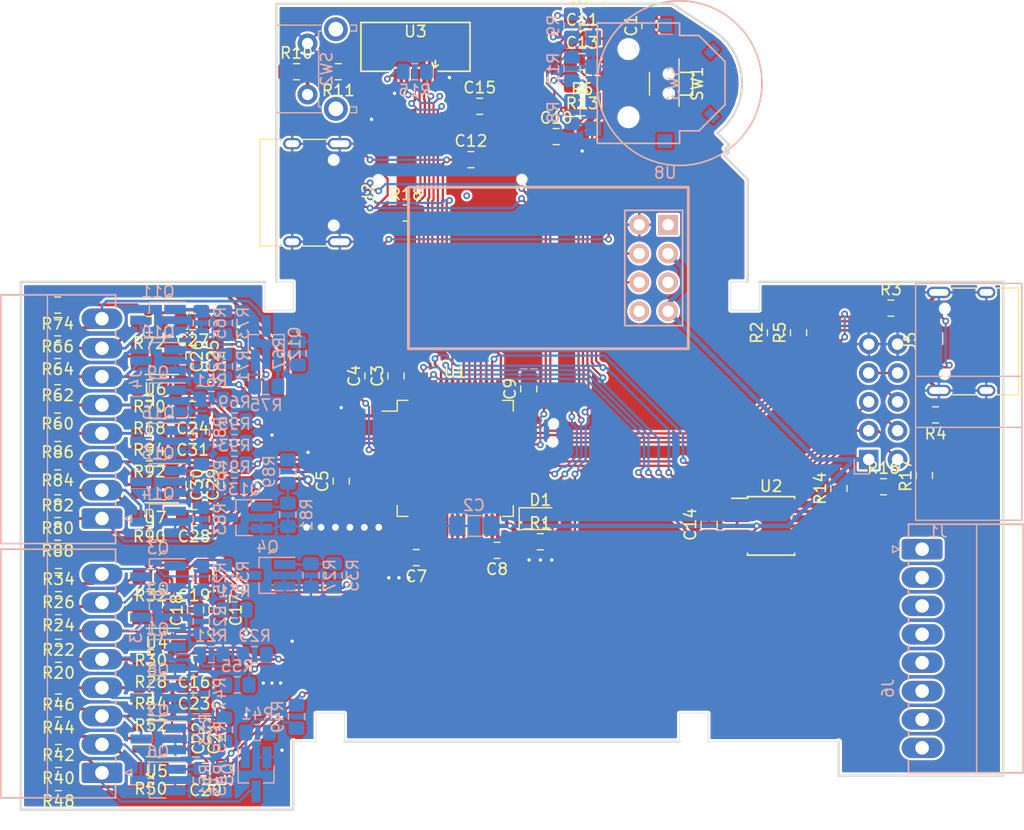
<source format=kicad_pcb>
(kicad_pcb (version 20171130) (host pcbnew "(5.1.5)-3")
  (layers (0 F.Cu signal) (31 B.Cu signal) (34 B.Paste user hide) (35 F.Paste user hide) (36 B.SilkS user) (37 F.SilkS user) (38 B.Mask user hide) (39 F.Mask user hide) (44 Edge.Cuts user))
  (net 0 "")
  (net 1 GND)
  (net 2 /io4_0/OUT3)
  (net 3 /io4_0/OUT2)
  (net 4 /io4_0/OUT1)
  (net 5 /io4_0/OUT0)
  (net 6 /io4_1/OUT3)
  (net 7 /io4_1/OUT2)
  (net 8 /io4_1/OUT1)
  (net 9 /io4_1/OUT0)
  (net 10 "Net-(Q1-Pad1)")
  (net 11 "Net-(Q2-Pad1)")
  (net 12 "Net-(Q3-Pad1)")
  (net 13 "Net-(Q4-Pad1)")
  (net 14 "Net-(Q5-Pad1)")
  (net 15 "Net-(Q6-Pad1)")
  (net 16 "Net-(Q7-Pad1)")
  (net 17 "Net-(Q8-Pad1)")
  (net 18 /io4_3/OUT0)
  (net 19 "Net-(Q9-Pad1)")
  (net 20 /io4_3/OUT1)
  (net 21 "Net-(Q10-Pad1)")
  (net 22 /io4_3/OUT2)
  (net 23 "Net-(Q11-Pad1)")
  (net 24 /io4_3/OUT3)
  (net 25 "Net-(Q12-Pad1)")
  (net 26 /io4_2/OUT0)
  (net 27 "Net-(Q13-Pad1)")
  (net 28 /io4_2/OUT1)
  (net 29 "Net-(Q14-Pad1)")
  (net 30 /io4_2/OUT2)
  (net 31 "Net-(Q15-Pad1)")
  (net 32 /io4_2/OUT3)
  (net 33 "Net-(Q16-Pad1)")
  (net 34 +3V3)
  (net 35 /NRST)
  (net 36 ROTA)
  (net 37 ROTB)
  (net 38 S)
  (net 39 ROTS)
  (net 40 I04)
  (net 41 I05)
  (net 42 I06)
  (net 43 I07)
  (net 44 I00)
  (net 45 I01)
  (net 46 I02)
  (net 47 I03)
  (net 48 I12)
  (net 49 I13)
  (net 50 I14)
  (net 51 I15)
  (net 52 I08)
  (net 53 I09)
  (net 54 I10)
  (net 55 I11)
  (net 56 "Net-(D1-Pad2)")
  (net 57 +24V)
  (net 58 /INT2)
  (net 59 /INT1)
  (net 60 /INT0)
  (net 61 SDA1)
  (net 62 SCL1)
  (net 63 "Net-(J2-PadA4)")
  (net 64 /RX)
  (net 65 /SWCLK)
  (net 66 /SWDIO)
  (net 67 "Net-(J5-PadA4)")
  (net 68 "Net-(J5-PadA5)")
  (net 69 /USB-)
  (net 70 /USB+)
  (net 71 "Net-(J5-PadB5)")
  (net 72 VBUS)
  (net 73 "Net-(R6-Pad1)")
  (net 74 "Net-(R7-Pad1)")
  (net 75 "Net-(R10-Pad2)")
  (net 76 "Net-(R12-Pad2)")
  (net 77 "Net-(R14-Pad1)")
  (net 78 LCD_BL)
  (net 79 "Net-(R15-Pad1)")
  (net 80 CAN_TX)
  (net 81 CAN_RX)
  (net 82 LCD_MOSI)
  (net 83 LCD_CLK)
  (net 84 LCD_RST)
  (net 85 LCD_RS)
  (net 86 LED)
  (net 87 DAC1)
  (net 88 DAC0)
  (net 89 SWO)
  (module Button_Switch_THT:SW_Tactile_SPST_Angled_PTS645Vx83-2LFS (layer B.Cu) (at 82 36.75 270)
    (fp_text reference SW2 (at 2.25 -1.68 270) (layer B.SilkS) (effects (justify mirror)))
    (fp_text value SW_Push)
    (pad "" thru_hole circle (at -1.25 -2.49 270) (size 2.1 2.1) (drill 1.3) (layers *.Cu *.Mask))
    (pad 1 thru_hole circle (at 0 0 270) (size 1.75 1.75) (drill 0.99) (layers *.Cu *.Mask) (net 1 GND))
    (pad 2 thru_hole circle (at 4.5 0 270) (size 1.75 1.75) (drill 0.99) (layers *.Cu *.Mask) (net 75 "Net-(R10-Pad2)"))
    (pad "" thru_hole circle (at 5.76 -2.49 270) (size 2.1 2.1) (drill 1.3) (layers *.Cu *.Mask))
  )
  (module Resistor_SMD:R_0805_2012Metric_Pad1.15x1.40mm_HandSolder (layer F.Cu) (at 90.678 51.689)
    (fp_text reference R18 (at 0 -1.65) (layer F.SilkS))
    (fp_text value 22R)
    (pad 2 smd roundrect (at 1.025 0) (size 1.15 1.4) (layers F.Cu F.Paste F.Mask) (roundrect_rratio 0.217391) (net 83 LCD_CLK))
    (pad 1 smd roundrect (at -1.025 0) (size 1.15 1.4) (layers F.Cu F.Paste F.Mask) (roundrect_rratio 0.217391) (net 89 SWO))
  )
  (module ESP8266:ESP-01 (layer B.Cu) (at 113.74 52.72 180)
    (fp_text reference U8 (at 0.254 4.572) (layer B.SilkS) (effects (justify mirror)))
    (fp_text value ESP-01v090)
    (pad 8 thru_hole oval (at 2.54 -7.62 180) (size 1.7272 1.7272) (drill 1.016) (layers *.Cu *.Mask B.SilkS))
    (pad 7 thru_hole oval (at 0 -7.62 180) (size 1.7272 1.7272) (drill 1.016) (layers *.Cu *.Mask B.SilkS) (net 34 +3V3))
    (pad 6 thru_hole oval (at 2.54 -5.08 180) (size 1.7272 1.7272) (drill 1.016) (layers *.Cu *.Mask B.SilkS) (net 61 SDA1))
    (pad 5 thru_hole oval (at 0 -5.08 180) (size 1.7272 1.7272) (drill 1.016) (layers *.Cu *.Mask B.SilkS))
    (pad 4 thru_hole oval (at 2.54 -2.54 180) (size 1.7272 1.7272) (drill 1.016) (layers *.Cu *.Mask B.SilkS) (net 62 SCL1))
    (pad 3 thru_hole oval (at 0 -2.54 180) (size 1.7272 1.7272) (drill 1.016) (layers *.Cu *.Mask B.SilkS) (net 34 +3V3))
    (pad 2 thru_hole oval (at 2.54 0 180) (size 1.7272 1.7272) (drill 1.016) (layers *.Cu *.Mask B.SilkS) (net 1 GND))
    (pad 1 thru_hole rect (at 0 0 180) (size 1.7272 1.7272) (drill 1.016) (layers *.Cu *.Mask B.SilkS))
  )
  (module Resistor_SMD:R_0805_2012Metric_Pad1.15x1.40mm_HandSolder (layer F.Cu) (at 136.3 74.8 90)
    (fp_text reference R17 (at 0 -1.65 90) (layer F.SilkS))
    (fp_text value 1k)
    (pad 2 smd roundrect (at 1.025 0 90) (size 1.15 1.4) (layers F.Cu F.Paste F.Mask) (roundrect_rratio 0.217391) (net 61 SDA1))
    (pad 1 smd roundrect (at -1.025 0 90) (size 1.15 1.4) (layers F.Cu F.Paste F.Mask) (roundrect_rratio 0.217391) (net 34 +3V3))
  )
  (module Resistor_SMD:R_0805_2012Metric_Pad1.15x1.40mm_HandSolder (layer F.Cu) (at 132.7 75.8)
    (fp_text reference R16 (at 0 -1.65) (layer F.SilkS))
    (fp_text value 1k)
    (pad 2 smd roundrect (at 1.025 0) (size 1.15 1.4) (layers F.Cu F.Paste F.Mask) (roundrect_rratio 0.217391) (net 62 SCL1))
    (pad 1 smd roundrect (at -1.025 0) (size 1.15 1.4) (layers F.Cu F.Paste F.Mask) (roundrect_rratio 0.217391) (net 34 +3V3))
  )
  (module sensact:LQFP-64_10x10mm_P0.5mm_handsolder (layer F.Cu) (at 95 73.3)
    (fp_text reference U1 (at 0 -7.6) (layer F.SilkS))
    (fp_text value STM32F103R8Tx)
    (pad 64 smd roundrect (at -3.75 -5.9) (size 0.3 2) (layers F.Cu F.Paste F.Mask) (net 34 +3V3))
    (pad 63 smd roundrect (at -3.25 -5.9) (size 0.3 2) (layers F.Cu F.Paste F.Mask) (net 1 GND))
    (pad 62 smd roundrect (at -2.75 -5.9) (size 0.3 2) (layers F.Cu F.Paste F.Mask) (net 80 CAN_TX))
    (pad 61 smd roundrect (at -2.25 -5.9) (size 0.3 2) (layers F.Cu F.Paste F.Mask) (net 81 CAN_RX))
    (pad 60 smd roundrect (at -1.75 -5.9) (size 0.3 2) (layers F.Cu F.Paste F.Mask) (net 1 GND))
    (pad 59 smd roundrect (at -1.25 -5.9) (size 0.3 2) (layers F.Cu F.Paste F.Mask) (net 61 SDA1))
    (pad 58 smd roundrect (at -0.75 -5.9) (size 0.3 2) (layers F.Cu F.Paste F.Mask) (net 62 SCL1))
    (pad 57 smd roundrect (at -0.25 -5.9) (size 0.3 2) (layers F.Cu F.Paste F.Mask) (net 82 LCD_MOSI))
    (pad 56 smd roundrect (at 0.25 -5.9) (size 0.3 2) (layers F.Cu F.Paste F.Mask))
    (pad 55 smd roundrect (at 0.75 -5.9) (size 0.3 2) (layers F.Cu F.Paste F.Mask) (net 83 LCD_CLK))
    (pad 54 smd roundrect (at 1.25 -5.9) (size 0.3 2) (layers F.Cu F.Paste F.Mask) (net 78 LCD_BL))
    (pad 53 smd roundrect (at 1.75 -5.9) (size 0.3 2) (layers F.Cu F.Paste F.Mask) (net 84 LCD_RST))
    (pad 52 smd roundrect (at 2.25 -5.9) (size 0.3 2) (layers F.Cu F.Paste F.Mask) (net 85 LCD_RS))
    (pad 51 smd roundrect (at 2.75 -5.9) (size 0.3 2) (layers F.Cu F.Paste F.Mask) (net 38 S))
    (pad 50 smd roundrect (at 3.25 -5.9) (size 0.3 2) (layers F.Cu F.Paste F.Mask) (net 58 /INT2))
    (pad 48 smd roundrect (at 5.9 -3.75) (size 2 0.3) (layers F.Cu F.Paste F.Mask) (net 34 +3V3))
    (pad 47 smd roundrect (at 5.9 -3.25) (size 2 0.3) (layers F.Cu F.Paste F.Mask) (net 1 GND))
    (pad 46 smd roundrect (at 5.9 -2.75) (size 2 0.3) (layers F.Cu F.Paste F.Mask) (net 66 /SWDIO))
    (pad 45 smd roundrect (at 5.9 -2.25) (size 2 0.3) (layers F.Cu F.Paste F.Mask) (net 70 /USB+))
    (pad 44 smd roundrect (at 5.9 -1.75) (size 2 0.3) (layers F.Cu F.Paste F.Mask) (net 69 /USB-))
    (pad 43 smd roundrect (at 5.9 -1.25) (size 2 0.3) (layers F.Cu F.Paste F.Mask) (net 64 /RX))
    (pad 42 smd roundrect (at 5.9 -0.75) (size 2 0.3) (layers F.Cu F.Paste F.Mask))
    (pad 41 smd roundrect (at 5.9 -0.25) (size 2 0.3) (layers F.Cu F.Paste F.Mask) (net 72 VBUS))
    (pad 40 smd roundrect (at 5.9 0.25) (size 2 0.3) (layers F.Cu F.Paste F.Mask) (net 59 /INT1))
    (pad 39 smd roundrect (at 5.9 0.75) (size 2 0.3) (layers F.Cu F.Paste F.Mask) (net 60 /INT0))
    (pad 38 smd roundrect (at 5.9 1.25) (size 2 0.3) (layers F.Cu F.Paste F.Mask) (net 37 ROTB))
    (pad 37 smd roundrect (at 5.9 1.75) (size 2 0.3) (layers F.Cu F.Paste F.Mask) (net 36 ROTA))
    (pad 36 smd roundrect (at 5.9 2.25) (size 2 0.3) (layers F.Cu F.Paste F.Mask))
    (pad 35 smd roundrect (at 5.9 2.75) (size 2 0.3) (layers F.Cu F.Paste F.Mask))
    (pad 34 smd roundrect (at 5.9 3.25) (size 2 0.3) (layers F.Cu F.Paste F.Mask))
    (pad 1 smd roundrect (at -5.9 -3.75) (size 2 0.3) (layers F.Cu F.Paste F.Mask) (net 34 +3V3))
    (pad 17 smd roundrect (at -3.75 5.9) (size 0.3 2) (layers F.Cu F.Paste F.Mask) (net 42 I06))
    (pad 33 smd roundrect (at 5.9 3.75) (size 2 0.3) (layers F.Cu F.Paste F.Mask) (net 86 LED))
    (pad 49 smd roundrect (at 3.75 -5.9) (size 0.3 2) (layers F.Cu F.Paste F.Mask) (net 65 /SWCLK))
    (pad 2 smd roundrect (at -5.9 -3.25) (size 2 0.3) (layers F.Cu F.Paste F.Mask))
    (pad 3 smd roundrect (at -5.9 -2.75) (size 2 0.3) (layers F.Cu F.Paste F.Mask))
    (pad 4 smd roundrect (at -5.9 -2.25) (size 2 0.3) (layers F.Cu F.Paste F.Mask))
    (pad 5 smd roundrect (at -5.9 -1.75) (size 2 0.3) (layers F.Cu F.Paste F.Mask) (net 51 I15))
    (pad 6 smd roundrect (at -5.9 -1.25) (size 2 0.3) (layers F.Cu F.Paste F.Mask) (net 50 I14))
    (pad 7 smd roundrect (at -5.9 -0.75) (size 2 0.3) (layers F.Cu F.Paste F.Mask) (net 35 /NRST))
    (pad 8 smd roundrect (at -5.9 -0.25) (size 2 0.3) (layers F.Cu F.Paste F.Mask) (net 49 I13))
    (pad 9 smd roundrect (at -5.9 0.25) (size 2 0.3) (layers F.Cu F.Paste F.Mask) (net 48 I12))
    (pad 10 smd roundrect (at -5.9 0.75) (size 2 0.3) (layers F.Cu F.Paste F.Mask) (net 55 I11))
    (pad 11 smd roundrect (at -5.9 1.25) (size 2 0.3) (layers F.Cu F.Paste F.Mask) (net 54 I10))
    (pad 12 smd roundrect (at -5.9 1.75) (size 2 0.3) (layers F.Cu F.Paste F.Mask) (net 1 GND))
    (pad 13 smd roundrect (at -5.9 2.25) (size 2 0.3) (layers F.Cu F.Paste F.Mask) (net 34 +3V3))
    (pad 14 smd roundrect (at -5.9 2.75) (size 2 0.3) (layers F.Cu F.Paste F.Mask) (net 53 I09))
    (pad 15 smd roundrect (at -5.9 3.25) (size 2 0.3) (layers F.Cu F.Paste F.Mask) (net 52 I08))
    (pad 16 smd roundrect (at -5.9 3.75) (size 2 0.3) (layers F.Cu F.Paste F.Mask) (net 43 I07))
    (pad 18 smd roundrect (at -3.25 5.9) (size 0.3 2) (layers F.Cu F.Paste F.Mask) (net 1 GND))
    (pad 19 smd roundrect (at -2.75 5.9) (size 0.3 2) (layers F.Cu F.Paste F.Mask) (net 34 +3V3))
    (pad 20 smd roundrect (at -2.25 5.9) (size 0.3 2) (layers F.Cu F.Paste F.Mask) (net 88 DAC0))
    (pad 21 smd roundrect (at -1.75 5.9) (size 0.3 2) (layers F.Cu F.Paste F.Mask) (net 87 DAC1))
    (pad 22 smd roundrect (at -1.25 5.9) (size 0.3 2) (layers F.Cu F.Paste F.Mask) (net 41 I05))
    (pad 23 smd roundrect (at -0.75 5.9) (size 0.3 2) (layers F.Cu F.Paste F.Mask) (net 40 I04))
    (pad 24 smd roundrect (at -0.25 5.9) (size 0.3 2) (layers F.Cu F.Paste F.Mask) (net 47 I03))
    (pad 25 smd roundrect (at 0.25 5.9) (size 0.3 2) (layers F.Cu F.Paste F.Mask) (net 46 I02))
    (pad 26 smd roundrect (at 0.75 5.9) (size 0.3 2) (layers F.Cu F.Paste F.Mask) (net 45 I01))
    (pad 27 smd roundrect (at 1.25 5.9) (size 0.3 2) (layers F.Cu F.Paste F.Mask) (net 44 I00))
    (pad 28 smd roundrect (at 1.75 5.9) (size 0.3 2) (layers F.Cu F.Paste F.Mask) (net 39 ROTS))
    (pad 29 smd roundrect (at 2.25 5.9) (size 0.3 2) (layers F.Cu F.Paste F.Mask))
    (pad 30 smd roundrect (at 2.75 5.9) (size 0.3 2) (layers F.Cu F.Paste F.Mask))
    (pad 31 smd roundrect (at 3.25 5.9) (size 0.3 2) (layers F.Cu F.Paste F.Mask) (net 1 GND))
    (pad 32 smd roundrect (at 3.75 5.9) (size 0.3 2) (layers F.Cu F.Paste F.Mask) (net 34 +3V3))
  )
  (module Capacitor_SMD:C_0805_2012Metric_Pad1.15x1.40mm_HandSolder (layer F.Cu) (at 89.789 66.04 90)
    (fp_text reference C3 (at 0 -1.65 90) (layer F.SilkS))
    (fp_text value u1)
    (pad 2 smd roundrect (at 1.025 0 90) (size 1.15 1.4) (layers F.Cu F.Paste F.Mask) (roundrect_rratio 0.217391) (net 1 GND))
    (pad 1 smd roundrect (at -1.025 0 90) (size 1.15 1.4) (layers F.Cu F.Paste F.Mask) (roundrect_rratio 0.217391) (net 34 +3V3))
  )
  (module Resistor_SMD:R_0805_2012Metric_Pad1.15x1.40mm_HandSolder (layer B.Cu) (at 105.283 42.799 270)
    (fp_text reference R8 (at 0 1.65 90) (layer B.SilkS) (effects (justify mirror)))
    (fp_text value 1k)
    (pad 2 smd roundrect (at 1.025 0 270) (size 1.15 1.4) (layers B.Cu B.Paste B.Mask) (roundrect_rratio 0.217391) (net 73 "Net-(R6-Pad1)"))
    (pad 1 smd roundrect (at -1.025 0 270) (size 1.15 1.4) (layers B.Cu B.Paste B.Mask) (roundrect_rratio 0.217391) (net 34 +3V3))
  )
  (module sensact:PhoenixContact_MC_0,5_8-G-2.5_1x08_P2.50mm_Horizontal (layer B.Cu) (at 63.9 78.6 90)
    (fp_text reference J4 (at 12.25 3 270) (layer B.SilkS) (effects (justify mirror)))
    (fp_text value Conn_01x08)
    (pad 8 thru_hole oval (at 17.6 0 90) (size 1.8 3.6) (drill 1.2) (layers *.Cu *.Mask) (net 24 /io4_3/OUT3))
    (pad 7 thru_hole oval (at 15 0 90) (size 1.8 3.6) (drill 1.2) (layers *.Cu *.Mask) (net 22 /io4_3/OUT2))
    (pad 6 thru_hole oval (at 12.5 0 90) (size 1.8 3.6) (drill 1.2) (layers *.Cu *.Mask) (net 20 /io4_3/OUT1))
    (pad 5 thru_hole oval (at 10 0 90) (size 1.8 3.6) (drill 1.2) (layers *.Cu *.Mask) (net 18 /io4_3/OUT0))
    (pad 4 thru_hole oval (at 7.5 0 90) (size 1.8 3.6) (drill 1.2) (layers *.Cu *.Mask) (net 32 /io4_2/OUT3))
    (pad 3 thru_hole oval (at 5 0 90) (size 1.8 3.6) (drill 1.2) (layers *.Cu *.Mask) (net 30 /io4_2/OUT2))
    (pad 2 thru_hole oval (at 2.5 0 90) (size 1.8 3.6) (drill 1.2) (layers *.Cu *.Mask) (net 28 /io4_2/OUT1))
    (pad 1 thru_hole roundrect (at 0 0 90) (size 1.8 3.6) (drill 1.2) (layers *.Cu *.Mask) (roundrect_rratio 0.138889) (net 26 /io4_2/OUT0))
  )
  (module sensact:PhoenixContact_MC_0,5_8-G-2.5_1x08_P2.50mm_Horizontal (layer B.Cu) (at 63.9 101 90)
    (fp_text reference J3 (at 12.25 3 90) (layer B.SilkS) (effects (justify mirror)))
    (fp_text value Conn_01x08)
    (pad 8 thru_hole oval (at 17.5 0 90) (size 1.8 3.6) (drill 1.2) (layers *.Cu *.Mask) (net 6 /io4_1/OUT3))
    (pad 7 thru_hole oval (at 15 0 90) (size 1.8 3.6) (drill 1.2) (layers *.Cu *.Mask) (net 7 /io4_1/OUT2))
    (pad 6 thru_hole oval (at 12.5 0 90) (size 1.8 3.6) (drill 1.2) (layers *.Cu *.Mask) (net 8 /io4_1/OUT1))
    (pad 5 thru_hole oval (at 10 0 90) (size 1.8 3.6) (drill 1.2) (layers *.Cu *.Mask) (net 9 /io4_1/OUT0))
    (pad 4 thru_hole oval (at 7.5 0 90) (size 1.8 3.6) (drill 1.2) (layers *.Cu *.Mask) (net 2 /io4_0/OUT3))
    (pad 3 thru_hole oval (at 5 0 90) (size 1.8 3.6) (drill 1.2) (layers *.Cu *.Mask) (net 3 /io4_0/OUT2))
    (pad 2 thru_hole oval (at 2.5 0 90) (size 1.8 3.6) (drill 1.2) (layers *.Cu *.Mask) (net 4 /io4_0/OUT1))
    (pad 1 thru_hole roundrect (at 0 0 90) (size 1.8 3.6) (drill 1.2) (layers *.Cu *.Mask) (roundrect_rratio 0.138889) (net 5 /io4_0/OUT0))
  )
  (module Capacitor_SMD:C_0805_2012Metric_Pad1.15x1.40mm_HandSolder (layer F.Cu) (at 72 83.731 180)
    (fp_text reference C19 (at 0 -1.65 180) (layer F.SilkS))
    (fp_text value u1)
    (pad 2 smd roundrect (at 1.025 0 180) (size 1.15 1.4) (layers F.Cu F.Paste F.Mask) (roundrect_rratio 0.217391) (net 43 I07))
    (pad 1 smd roundrect (at -1.025 0 180) (size 1.15 1.4) (layers F.Cu F.Paste F.Mask) (roundrect_rratio 0.217391) (net 1 GND))
  )
  (module Resistor_SMD:R_0805_2012Metric_Pad1.15x1.40mm_HandSolder (layer B.Cu) (at 72.644 78.651 90)
    (fp_text reference R83 (at 0 1.65 90) (layer B.SilkS) (effects (justify mirror)))
    (fp_text value 10k)
    (pad 2 smd roundrect (at 1.025 0 90) (size 1.15 1.4) (layers B.Cu B.Paste B.Mask) (roundrect_rratio 0.217391) (net 29 "Net-(Q14-Pad1)"))
    (pad 1 smd roundrect (at -1.025 0 90) (size 1.15 1.4) (layers B.Cu B.Paste B.Mask) (roundrect_rratio 0.217391) (net 1 GND))
  )
  (module Resistor_SMD:R_0805_2012Metric_Pad1.15x1.40mm_HandSolder (layer B.Cu) (at 72.644 65.189 90)
    (fp_text reference R63 (at 0 1.65 90) (layer B.SilkS) (effects (justify mirror)))
    (fp_text value 10k)
    (pad 2 smd roundrect (at 1.025 0 90) (size 1.15 1.4) (layers B.Cu B.Paste B.Mask) (roundrect_rratio 0.217391) (net 21 "Net-(Q10-Pad1)"))
    (pad 1 smd roundrect (at -1.025 0 90) (size 1.15 1.4) (layers B.Cu B.Paste B.Mask) (roundrect_rratio 0.217391) (net 1 GND))
  )
  (module Resistor_SMD:R_0805_2012Metric_Pad1.15x1.40mm_HandSolder (layer F.Cu) (at 68.072 70.904 180)
    (fp_text reference R94 (at 0 -1.65) (layer F.SilkS))
    (fp_text value 10k)
    (pad 2 smd roundrect (at 1.025 0 180) (size 1.15 1.4) (layers F.Cu F.Paste F.Mask) (roundrect_rratio 0.217391) (net 32 /io4_2/OUT3))
    (pad 1 smd roundrect (at -1.025 0 180) (size 1.15 1.4) (layers F.Cu F.Paste F.Mask) (roundrect_rratio 0.217391) (net 55 I11))
  )
  (module Package_TO_SOT_SMD:SOT-23_Handsoldering (layer B.Cu) (at 68.834 68.237 180)
    (fp_text reference Q9 (at 0 2.5) (layer B.SilkS) (effects (justify mirror)))
    (fp_text value Q_NMOS_GSD)
    (pad 3 smd rect (at 1.5 0 180) (size 1.9 0.8) (layers B.Cu B.Paste B.Mask) (net 18 /io4_3/OUT0))
    (pad 2 smd rect (at -1.5 -0.95 180) (size 1.9 0.8) (layers B.Cu B.Paste B.Mask) (net 1 GND))
    (pad 1 smd rect (at -1.5 0.95 180) (size 1.9 0.8) (layers B.Cu B.Paste B.Mask) (net 19 "Net-(Q9-Pad1)"))
  )
  (module Resistor_SMD:R_0805_2012Metric_Pad1.15x1.40mm_HandSolder (layer B.Cu) (at 74.676 83.731 90)
    (fp_text reference R33 (at 0 1.65 90) (layer B.SilkS) (effects (justify mirror)))
    (fp_text value 1k)
    (pad 2 smd roundrect (at 1.025 0 90) (size 1.15 1.4) (layers B.Cu B.Paste B.Mask) (roundrect_rratio 0.217391) (net 12 "Net-(Q3-Pad1)"))
    (pad 1 smd roundrect (at -1.025 0 90) (size 1.15 1.4) (layers B.Cu B.Paste B.Mask) (roundrect_rratio 0.217391) (net 42 I06))
  )
  (module Resistor_SMD:R_0805_2012Metric_Pad1.15x1.40mm_HandSolder (layer B.Cu) (at 74.676 101.638 270)
    (fp_text reference R51 (at 0 1.65 90) (layer B.SilkS) (effects (justify mirror)))
    (fp_text value 1k)
    (pad 2 smd roundrect (at 1.025 0 270) (size 1.15 1.4) (layers B.Cu B.Paste B.Mask) (roundrect_rratio 0.217391) (net 15 "Net-(Q6-Pad1)"))
    (pad 1 smd roundrect (at -1.025 0 270) (size 1.15 1.4) (layers B.Cu B.Paste B.Mask) (roundrect_rratio 0.217391) (net 45 I01))
  )
  (module Resistor_SMD:R_0805_2012Metric_Pad1.15x1.40mm_HandSolder (layer B.Cu) (at 82.296 83.604 90)
    (fp_text reference R27 (at 0 1.65 270) (layer B.SilkS) (effects (justify mirror)))
    (fp_text value 10k)
    (pad 2 smd roundrect (at 1.025 0 90) (size 1.15 1.4) (layers B.Cu B.Paste B.Mask) (roundrect_rratio 0.217391) (net 13 "Net-(Q4-Pad1)"))
    (pad 1 smd roundrect (at -1.025 0 90) (size 1.15 1.4) (layers B.Cu B.Paste B.Mask) (roundrect_rratio 0.217391) (net 1 GND))
  )
  (module Capacitor_SMD:C_0805_2012Metric_Pad1.15x1.40mm_HandSolder (layer F.Cu) (at 73.025 100.876 180)
    (fp_text reference C20 (at 0 -1.65) (layer F.SilkS))
    (fp_text value u1)
    (pad 2 smd roundrect (at 1.025 0 180) (size 1.15 1.4) (layers F.Cu F.Paste F.Mask) (roundrect_rratio 0.217391) (net 44 I00))
    (pad 1 smd roundrect (at -1.025 0 180) (size 1.15 1.4) (layers F.Cu F.Paste F.Mask) (roundrect_rratio 0.217391) (net 1 GND))
  )
  (module Resistor_SMD:R_0805_2012Metric_Pad1.15x1.40mm_HandSolder (layer F.Cu) (at 60.071 84.328 180)
    (fp_text reference R26 (at 0 -1.65) (layer F.SilkS))
    (fp_text value 10k)
    (pad 2 smd roundrect (at 1.025 0 180) (size 1.15 1.4) (layers F.Cu F.Paste F.Mask) (roundrect_rratio 0.217391) (net 34 +3V3))
    (pad 1 smd roundrect (at -1.025 0 180) (size 1.15 1.4) (layers F.Cu F.Paste F.Mask) (roundrect_rratio 0.217391) (net 6 /io4_1/OUT3))
  )
  (module Resistor_SMD:R_0805_2012Metric_Pad1.15x1.40mm_HandSolder (layer F.Cu) (at 60.071 95.377 180)
    (fp_text reference R44 (at 0 -1.65) (layer F.SilkS))
    (fp_text value 10k)
    (pad 2 smd roundrect (at 1.025 0 180) (size 1.15 1.4) (layers F.Cu F.Paste F.Mask) (roundrect_rratio 0.217391) (net 34 +3V3))
    (pad 1 smd roundrect (at -1.025 0 180) (size 1.15 1.4) (layers F.Cu F.Paste F.Mask) (roundrect_rratio 0.217391) (net 3 /io4_0/OUT2))
  )
  (module Resistor_SMD:R_0805_2012Metric_Pad1.15x1.40mm_HandSolder (layer B.Cu) (at 72.644 101.638 90)
    (fp_text reference R43 (at 0 1.65 270) (layer B.SilkS) (effects (justify mirror)))
    (fp_text value 10k)
    (pad 2 smd roundrect (at 1.025 0 90) (size 1.15 1.4) (layers B.Cu B.Paste B.Mask) (roundrect_rratio 0.217391) (net 15 "Net-(Q6-Pad1)"))
    (pad 1 smd roundrect (at -1.025 0 90) (size 1.15 1.4) (layers B.Cu B.Paste B.Mask) (roundrect_rratio 0.217391) (net 1 GND))
  )
  (module Resistor_SMD:R_0805_2012Metric_Pad1.15x1.40mm_HandSolder (layer B.Cu) (at 72.644 97.828 90)
    (fp_text reference R45 (at 0 1.65 270) (layer B.SilkS) (effects (justify mirror)))
    (fp_text value 10k)
    (pad 2 smd roundrect (at 1.025 0 90) (size 1.15 1.4) (layers B.Cu B.Paste B.Mask) (roundrect_rratio 0.217391) (net 16 "Net-(Q7-Pad1)"))
    (pad 1 smd roundrect (at -1.025 0 90) (size 1.15 1.4) (layers B.Cu B.Paste B.Mask) (roundrect_rratio 0.217391) (net 1 GND))
  )
  (module sensact:FPC_TOP_1x08-1MP_P0.50mm_Horizontal (layer F.Cu) (at 91.5 39 180)
    (fp_text reference U3 (at 0 3.3) (layer F.SilkS))
    (fp_text value FP-096H09A)
    (pad MP smd rect (at -3.35 1.61 180) (size 2.2 3.3) (layers F.Cu F.Paste F.Mask))
    (pad MP smd rect (at 3.35 1.61 180) (size 2.2 3.3) (layers F.Cu F.Paste F.Mask))
    (pad 1 smd rect (at -1.75 -0.6 180) (size 0.3 1.2) (layers F.Cu F.Paste F.Mask) (net 1 GND))
    (pad 2 smd rect (at -1.25 -0.6 180) (size 0.3 1.2) (layers F.Cu F.Paste F.Mask) (net 34 +3V3))
    (pad 3 smd rect (at -0.75 -0.6 180) (size 0.3 1.2) (layers F.Cu F.Paste F.Mask) (net 83 LCD_CLK))
    (pad 4 smd rect (at -0.25 -0.6 180) (size 0.3 1.2) (layers F.Cu F.Paste F.Mask) (net 82 LCD_MOSI))
    (pad 8 smd rect (at 1.75 -0.6 180) (size 0.3 1.2) (layers F.Cu F.Paste F.Mask) (net 79 "Net-(R15-Pad1)"))
    (pad 7 smd rect (at 1.25 -0.6 180) (size 0.3 1.2) (layers F.Cu F.Paste F.Mask) (net 1 GND))
    (pad 6 smd rect (at 0.75 -0.6 180) (size 0.3 1.2) (layers F.Cu F.Paste F.Mask) (net 84 LCD_RST))
    (pad 5 smd rect (at 0.25 -0.6 180) (size 0.3 1.2) (layers F.Cu F.Paste F.Mask) (net 85 LCD_RS))
  )
  (module sensact:SOIC-8_3.9x4.9mm_Pitch1.27mm_handsolder (layer F.Cu) (at 122.809 79.248)
    (fp_text reference U2 (at 0 -3.5) (layer F.SilkS))
    (fp_text value SN65HVD230 hide)
    (pad 8 smd rect (at 3 -1.905) (size 2.2 0.6) (layers F.Cu F.Paste F.Mask) (net 77 "Net-(R14-Pad1)"))
    (pad 7 smd rect (at 3 -0.635) (size 2.2 0.6) (layers F.Cu F.Paste F.Mask))
    (pad 6 smd rect (at 3 0.635) (size 2.2 0.6) (layers F.Cu F.Paste F.Mask))
    (pad 5 smd rect (at 3 1.905) (size 2.2 0.6) (layers F.Cu F.Paste F.Mask))
    (pad 4 smd rect (at -3 1.905) (size 2.2 0.6) (layers F.Cu F.Paste F.Mask) (net 81 CAN_RX))
    (pad 3 smd rect (at -3 0.635) (size 2.2 0.6) (layers F.Cu F.Paste F.Mask) (net 34 +3V3))
    (pad 2 smd rect (at -3 -0.635) (size 2.2 0.6) (layers F.Cu F.Paste F.Mask) (net 1 GND))
    (pad 1 smd rect (at -3 -1.905) (size 2.2 0.6) (layers F.Cu F.Paste F.Mask) (net 80 CAN_TX))
  )
  (module sensact:Mitsumi_SIQ-02FVS3 (layer B.Cu) (at 114.75 40.25 90)
    (fp_text reference SW3 (at 0 -0.5 -90) (layer B.SilkS) (effects (justify mirror)))
    (fp_text value Mitsumi_SIQ-02FVS3)
    (pad "" np_thru_hole circle (at 3 -4.5 90) (size 1.55 1.55) (drill 1.55) (layers *.Cu *.Mask))
    (pad "" np_thru_hole circle (at -3 -4.5 90) (size 1.55 1.55) (drill 1.55) (layers *.Cu *.Mask))
    (pad M smd rect (at 2.83 2.83 315) (size 0.85 1.2) (layers B.Cu B.Paste B.Mask))
    (pad M smd rect (at -2.83 2.83 45) (size 0.85 1.2) (layers B.Cu B.Paste B.Mask))
    (pad M smd rect (at 5.1 -1.3 90) (size 1.2 1.3) (layers B.Cu B.Paste B.Mask))
    (pad M smd rect (at -5.1 -1.3 90) (size 1.2 1.3) (layers B.Cu B.Paste B.Mask))
    (pad B smd rect (at 4 -7.6 90) (size 1.3 1.4) (layers B.Cu B.Paste B.Mask) (net 74 "Net-(R7-Pad1)"))
    (pad C smd rect (at 1.475 -7.6 90) (size 1.3 1.4) (layers B.Cu B.Paste B.Mask) (net 1 GND))
    (pad S smd rect (at -1.475 -7.6 90) (size 1.3 1.4) (layers B.Cu B.Paste B.Mask) (net 76 "Net-(R12-Pad2)"))
    (pad A smd rect (at -4 -7.6 90) (size 1.3 1.4) (layers B.Cu B.Paste B.Mask) (net 73 "Net-(R6-Pad1)"))
  )
  (module sensact:SW_SPST_2x4x3,5 (layer F.Cu) (at 113.8 40.3 270)
    (fp_text reference SW1 (at 0 -2.5 90) (layer F.SilkS))
    (fp_text value Reset)
    (pad "" np_thru_hole circle (at -0.85 0 270) (size 0.7 0.7) (drill 0.7) (layers *.Cu *.Mask))
    (pad "" np_thru_hole circle (at 0.85 0 270) (size 0.7 0.7) (drill 0.7) (layers *.Cu *.Mask))
    (pad MP smd rect (at 2.55 0 270) (size 1.4 1.2) (layers F.Cu F.Paste F.Mask))
    (pad 2 smd rect (at 1.8 1.7 270) (size 1.4 1.6) (layers F.Cu F.Paste F.Mask) (net 1 GND))
    (pad MP smd rect (at -2.55 0 270) (size 1.4 1.2) (layers F.Cu F.Paste F.Mask))
    (pad 1 smd rect (at -1.8 1.7 270) (size 1.4 1.6) (layers F.Cu F.Paste F.Mask) (net 35 /NRST))
  )
  (module Resistor_SMD:R_0805_2012Metric_Pad1.15x1.40mm_HandSolder (layer B.Cu) (at 91.44 39.243)
    (fp_text reference R15 (at 0 1.65 180) (layer B.SilkS) (effects (justify mirror)))
    (fp_text value 10R)
    (pad 2 smd roundrect (at 1.025 0) (size 1.15 1.4) (layers B.Cu B.Paste B.Mask) (roundrect_rratio 0.217391) (net 78 LCD_BL))
    (pad 1 smd roundrect (at -1.025 0) (size 1.15 1.4) (layers B.Cu B.Paste B.Mask) (roundrect_rratio 0.217391) (net 79 "Net-(R15-Pad1)"))
  )
  (module Resistor_SMD:R_0805_2012Metric_Pad1.15x1.40mm_HandSolder (layer F.Cu) (at 128.778 75.946 90)
    (fp_text reference R14 (at 0 -1.65 90) (layer F.SilkS))
    (fp_text value 10k)
    (pad 2 smd roundrect (at 1.025 0 90) (size 1.15 1.4) (layers F.Cu F.Paste F.Mask) (roundrect_rratio 0.217391) (net 1 GND))
    (pad 1 smd roundrect (at -1.025 0 90) (size 1.15 1.4) (layers F.Cu F.Paste F.Mask) (roundrect_rratio 0.217391) (net 77 "Net-(R14-Pad1)"))
  )
  (module Resistor_SMD:R_0805_2012Metric_Pad1.15x1.40mm_HandSolder (layer F.Cu) (at 106.172 40.386 180)
    (fp_text reference R13 (at 0 -1.65) (layer F.SilkS))
    (fp_text value 1k)
    (pad 2 smd roundrect (at 1.025 0 180) (size 1.15 1.4) (layers F.Cu F.Paste F.Mask) (roundrect_rratio 0.217391) (net 76 "Net-(R12-Pad2)"))
    (pad 1 smd roundrect (at -1.025 0 180) (size 1.15 1.4) (layers F.Cu F.Paste F.Mask) (roundrect_rratio 0.217391) (net 39 ROTS))
  )
  (module Resistor_SMD:R_0805_2012Metric_Pad1.15x1.40mm_HandSolder (layer B.Cu) (at 105.283 38.989 270)
    (fp_text reference R12 (at 0 1.65 270) (layer B.SilkS) (effects (justify mirror)))
    (fp_text value 1k)
    (pad 2 smd roundrect (at 1.025 0 270) (size 1.15 1.4) (layers B.Cu B.Paste B.Mask) (roundrect_rratio 0.217391) (net 76 "Net-(R12-Pad2)"))
    (pad 1 smd roundrect (at -1.025 0 270) (size 1.15 1.4) (layers B.Cu B.Paste B.Mask) (roundrect_rratio 0.217391) (net 34 +3V3))
  )
  (module Resistor_SMD:R_0805_2012Metric_Pad1.15x1.40mm_HandSolder (layer F.Cu) (at 84.709 39.243 180)
    (fp_text reference R11 (at 0 -1.65) (layer F.SilkS))
    (fp_text value 1k)
    (pad 2 smd roundrect (at 1.025 0 180) (size 1.15 1.4) (layers F.Cu F.Paste F.Mask) (roundrect_rratio 0.217391) (net 75 "Net-(R10-Pad2)"))
    (pad 1 smd roundrect (at -1.025 0 180) (size 1.15 1.4) (layers F.Cu F.Paste F.Mask) (roundrect_rratio 0.217391) (net 38 S))
  )
  (module Resistor_SMD:R_0805_2012Metric_Pad1.15x1.40mm_HandSolder (layer F.Cu) (at 81.026 39.243)
    (fp_text reference R10 (at 0 -1.65) (layer F.SilkS))
    (fp_text value 1k)
    (pad 2 smd roundrect (at 1.025 0) (size 1.15 1.4) (layers F.Cu F.Paste F.Mask) (roundrect_rratio 0.217391) (net 75 "Net-(R10-Pad2)"))
    (pad 1 smd roundrect (at -1.025 0) (size 1.15 1.4) (layers F.Cu F.Paste F.Mask) (roundrect_rratio 0.217391) (net 34 +3V3))
  )
  (module Resistor_SMD:R_0805_2012Metric_Pad1.15x1.40mm_HandSolder (layer B.Cu) (at 105.283 35.179 270)
    (fp_text reference R9 (at 0 1.65 90) (layer B.SilkS) (effects (justify mirror)))
    (fp_text value 1k)
    (pad 2 smd roundrect (at 1.025 0 270) (size 1.15 1.4) (layers B.Cu B.Paste B.Mask) (roundrect_rratio 0.217391) (net 34 +3V3))
    (pad 1 smd roundrect (at -1.025 0 270) (size 1.15 1.4) (layers B.Cu B.Paste B.Mask) (roundrect_rratio 0.217391) (net 74 "Net-(R7-Pad1)"))
  )
  (module Resistor_SMD:R_0805_2012Metric_Pad1.15x1.40mm_HandSolder (layer F.Cu) (at 106.163 34.29)
    (fp_text reference R7 (at 0 -1.65) (layer F.SilkS))
    (fp_text value 1k)
    (pad 2 smd roundrect (at 1.025 0) (size 1.15 1.4) (layers F.Cu F.Paste F.Mask) (roundrect_rratio 0.217391) (net 37 ROTB))
    (pad 1 smd roundrect (at -1.025 0) (size 1.15 1.4) (layers F.Cu F.Paste F.Mask) (roundrect_rratio 0.217391) (net 74 "Net-(R7-Pad1)"))
  )
  (module Resistor_SMD:R_0805_2012Metric_Pad1.15x1.40mm_HandSolder (layer F.Cu) (at 106.172 42.418)
    (fp_text reference R6 (at 0 -1.65) (layer F.SilkS))
    (fp_text value 1k)
    (pad 2 smd roundrect (at 1.025 0) (size 1.15 1.4) (layers F.Cu F.Paste F.Mask) (roundrect_rratio 0.217391) (net 36 ROTA))
    (pad 1 smd roundrect (at -1.025 0) (size 1.15 1.4) (layers F.Cu F.Paste F.Mask) (roundrect_rratio 0.217391) (net 73 "Net-(R6-Pad1)"))
  )
  (module Resistor_SMD:R_0805_2012Metric_Pad1.15x1.40mm_HandSolder (layer F.Cu) (at 125.222 62.23 90)
    (fp_text reference R5 (at 0 -1.65 90) (layer F.SilkS))
    (fp_text value 5k1)
    (pad 2 smd roundrect (at 1.025 0 90) (size 1.15 1.4) (layers F.Cu F.Paste F.Mask) (roundrect_rratio 0.217391) (net 71 "Net-(J5-PadB5)"))
    (pad 1 smd roundrect (at -1.025 0 90) (size 1.15 1.4) (layers F.Cu F.Paste F.Mask) (roundrect_rratio 0.217391) (net 1 GND))
  )
  (module Resistor_SMD:R_0805_2012Metric_Pad1.15x1.40mm_HandSolder (layer F.Cu) (at 137.287 69.469 180)
    (fp_text reference R4 (at 0 -1.65) (layer F.SilkS))
    (fp_text value 5k1)
    (pad 2 smd roundrect (at 1.025 0 180) (size 1.15 1.4) (layers F.Cu F.Paste F.Mask) (roundrect_rratio 0.217391) (net 68 "Net-(J5-PadA5)"))
    (pad 1 smd roundrect (at -1.025 0 180) (size 1.15 1.4) (layers F.Cu F.Paste F.Mask) (roundrect_rratio 0.217391) (net 1 GND))
  )
  (module Resistor_SMD:R_0805_2012Metric_Pad1.15x1.40mm_HandSolder (layer F.Cu) (at 133.35 60.071)
    (fp_text reference R3 (at 0 -1.65) (layer F.SilkS))
    (fp_text value 2k2)
    (pad 2 smd roundrect (at 1.025 0) (size 1.15 1.4) (layers F.Cu F.Paste F.Mask) (roundrect_rratio 0.217391) (net 67 "Net-(J5-PadA4)"))
    (pad 1 smd roundrect (at -1.025 0) (size 1.15 1.4) (layers F.Cu F.Paste F.Mask) (roundrect_rratio 0.217391) (net 72 VBUS))
  )
  (module Resistor_SMD:R_0805_2012Metric_Pad1.15x1.40mm_HandSolder (layer F.Cu) (at 123.19 62.23 90)
    (fp_text reference R2 (at 0 -1.65 90) (layer F.SilkS))
    (fp_text value 3k3)
    (pad 2 smd roundrect (at 1.025 0 90) (size 1.15 1.4) (layers F.Cu F.Paste F.Mask) (roundrect_rratio 0.217391) (net 72 VBUS))
    (pad 1 smd roundrect (at -1.025 0 90) (size 1.15 1.4) (layers F.Cu F.Paste F.Mask) (roundrect_rratio 0.217391) (net 1 GND))
  )
  (module Resistor_SMD:R_0805_2012Metric_Pad1.15x1.40mm_HandSolder (layer F.Cu) (at 102.489 80.645)
    (fp_text reference R1 (at 0 -1.65) (layer F.SilkS))
    (fp_text value K1)
    (pad 2 smd roundrect (at 1.025 0) (size 1.15 1.4) (layers F.Cu F.Paste F.Mask) (roundrect_rratio 0.217391) (net 56 "Net-(D1-Pad2)"))
    (pad 1 smd roundrect (at -1.025 0) (size 1.15 1.4) (layers F.Cu F.Paste F.Mask) (roundrect_rratio 0.217391) (net 34 +3V3))
  )
  (module sensact:PhoenixContact_MC_0,5_8-G-2.5_1x08_P2.50mm_Horizontal (layer B.Cu) (at 136.1 81.3 270)
    (fp_text reference J6 (at 12.25 3 90) (layer B.SilkS) (effects (justify mirror)))
    (fp_text value Conn_01x08)
    (pad 8 thru_hole oval (at 17.5 0 270) (size 1.8 3.6) (drill 1.2) (layers *.Cu *.Mask))
    (pad 7 thru_hole oval (at 15 0 270) (size 1.8 3.6) (drill 1.2) (layers *.Cu *.Mask))
    (pad 6 thru_hole oval (at 12.5 0 270) (size 1.8 3.6) (drill 1.2) (layers *.Cu *.Mask))
    (pad 5 thru_hole oval (at 10 0 270) (size 1.8 3.6) (drill 1.2) (layers *.Cu *.Mask))
    (pad 4 thru_hole oval (at 7.5 0 270) (size 1.8 3.6) (drill 1.2) (layers *.Cu *.Mask))
    (pad 3 thru_hole oval (at 5 0 270) (size 1.8 3.6) (drill 1.2) (layers *.Cu *.Mask))
    (pad 2 thru_hole oval (at 2.5 0 270) (size 1.8 3.6) (drill 1.2) (layers *.Cu *.Mask) (net 87 DAC1))
    (pad 1 thru_hole roundrect (at 0 0 270) (size 1.8 3.6) (drill 1.2) (layers *.Cu *.Mask) (roundrect_rratio 0.138889) (net 88 DAC0))
  )
  (module Connector_USB:USB_C_Receptacle_HRO_TYPE-C-31-M-12 (layer F.Cu) (at 140.7 63 90)
    (fp_text reference J5 (at 0 -5.645 90) (layer F.SilkS))
    (fp_text value USB_C_Receptacle_USB2.0)
    (pad B1 smd rect (at 3.25 -4.045 90) (size 0.6 1.45) (layers F.Cu F.Paste F.Mask) (net 1 GND))
    (pad A9 smd rect (at 2.45 -4.045 90) (size 0.6 1.45) (layers F.Cu F.Paste F.Mask) (net 67 "Net-(J5-PadA4)"))
    (pad B9 smd rect (at -2.45 -4.045 90) (size 0.6 1.45) (layers F.Cu F.Paste F.Mask) (net 67 "Net-(J5-PadA4)"))
    (pad B12 smd rect (at -3.25 -4.045 90) (size 0.6 1.45) (layers F.Cu F.Paste F.Mask) (net 1 GND))
    (pad A1 smd rect (at -3.25 -4.045 90) (size 0.6 1.45) (layers F.Cu F.Paste F.Mask) (net 1 GND))
    (pad A4 smd rect (at -2.45 -4.045 90) (size 0.6 1.45) (layers F.Cu F.Paste F.Mask) (net 67 "Net-(J5-PadA4)"))
    (pad B4 smd rect (at 2.45 -4.045 90) (size 0.6 1.45) (layers F.Cu F.Paste F.Mask) (net 67 "Net-(J5-PadA4)"))
    (pad A12 smd rect (at 3.25 -4.045 90) (size 0.6 1.45) (layers F.Cu F.Paste F.Mask) (net 1 GND))
    (pad B8 smd rect (at -1.75 -4.045 90) (size 0.3 1.45) (layers F.Cu F.Paste F.Mask))
    (pad A5 smd rect (at -1.25 -4.045 90) (size 0.3 1.45) (layers F.Cu F.Paste F.Mask) (net 68 "Net-(J5-PadA5)"))
    (pad B7 smd rect (at -0.75 -4.045 90) (size 0.3 1.45) (layers F.Cu F.Paste F.Mask) (net 69 /USB-))
    (pad A7 smd rect (at 0.25 -4.045 90) (size 0.3 1.45) (layers F.Cu F.Paste F.Mask) (net 69 /USB-))
    (pad B6 smd rect (at 0.75 -4.045 90) (size 0.3 1.45) (layers F.Cu F.Paste F.Mask) (net 70 /USB+))
    (pad A8 smd rect (at 1.25 -4.045 90) (size 0.3 1.45) (layers F.Cu F.Paste F.Mask))
    (pad B5 smd rect (at 1.75 -4.045 90) (size 0.3 1.45) (layers F.Cu F.Paste F.Mask) (net 71 "Net-(J5-PadB5)"))
    (pad A6 smd rect (at -0.25 -4.045 90) (size 0.3 1.45) (layers F.Cu F.Paste F.Mask) (net 70 /USB+))
    (pad S1 thru_hole oval (at 4.32 -3.13 90) (size 1 2.1) (drill oval 0.6 1.7) (layers *.Cu *.Mask) (net 1 GND))
    (pad S1 thru_hole oval (at -4.32 -3.13 90) (size 1 2.1) (drill oval 0.6 1.7) (layers *.Cu *.Mask) (net 1 GND))
    (pad "" np_thru_hole circle (at -2.89 -2.6 90) (size 0.65 0.65) (drill 0.65) (layers *.Cu *.Mask))
    (pad S1 thru_hole oval (at -4.32 1.05 90) (size 1 1.6) (drill oval 0.6 1.2) (layers *.Cu *.Mask) (net 1 GND))
    (pad "" np_thru_hole circle (at 2.89 -2.6 90) (size 0.65 0.65) (drill 0.65) (layers *.Cu *.Mask))
    (pad S1 thru_hole oval (at 4.32 1.05 90) (size 1 1.6) (drill oval 0.6 1.2) (layers *.Cu *.Mask) (net 1 GND))
  )
  (module Connector_USB:USB_C_Receptacle_HRO_TYPE-C-31-M-12 (layer F.Cu) (at 81.7 49.9 270)
    (fp_text reference J2 (at 0 -5.645 90) (layer F.SilkS))
    (fp_text value USB_C_Receptacle_USB2.0)
    (pad B1 smd rect (at 3.25 -4.045 270) (size 0.6 1.45) (layers F.Cu F.Paste F.Mask) (net 1 GND))
    (pad A9 smd rect (at 2.45 -4.045 270) (size 0.6 1.45) (layers F.Cu F.Paste F.Mask) (net 63 "Net-(J2-PadA4)"))
    (pad B9 smd rect (at -2.45 -4.045 270) (size 0.6 1.45) (layers F.Cu F.Paste F.Mask) (net 63 "Net-(J2-PadA4)"))
    (pad B12 smd rect (at -3.25 -4.045 270) (size 0.6 1.45) (layers F.Cu F.Paste F.Mask) (net 1 GND))
    (pad A1 smd rect (at -3.25 -4.045 270) (size 0.6 1.45) (layers F.Cu F.Paste F.Mask) (net 1 GND))
    (pad A4 smd rect (at -2.45 -4.045 270) (size 0.6 1.45) (layers F.Cu F.Paste F.Mask) (net 63 "Net-(J2-PadA4)"))
    (pad B4 smd rect (at 2.45 -4.045 270) (size 0.6 1.45) (layers F.Cu F.Paste F.Mask) (net 63 "Net-(J2-PadA4)"))
    (pad A12 smd rect (at 3.25 -4.045 270) (size 0.6 1.45) (layers F.Cu F.Paste F.Mask) (net 1 GND))
    (pad B8 smd rect (at -1.75 -4.045 270) (size 0.3 1.45) (layers F.Cu F.Paste F.Mask) (net 64 /RX))
    (pad A5 smd rect (at -1.25 -4.045 270) (size 0.3 1.45) (layers F.Cu F.Paste F.Mask) (net 89 SWO))
    (pad B7 smd rect (at -0.75 -4.045 270) (size 0.3 1.45) (layers F.Cu F.Paste F.Mask) (net 65 /SWCLK))
    (pad A7 smd rect (at 0.25 -4.045 270) (size 0.3 1.45) (layers F.Cu F.Paste F.Mask) (net 65 /SWCLK))
    (pad B6 smd rect (at 0.75 -4.045 270) (size 0.3 1.45) (layers F.Cu F.Paste F.Mask) (net 66 /SWDIO))
    (pad A8 smd rect (at 1.25 -4.045 270) (size 0.3 1.45) (layers F.Cu F.Paste F.Mask) (net 64 /RX))
    (pad B5 smd rect (at 1.75 -4.045 270) (size 0.3 1.45) (layers F.Cu F.Paste F.Mask) (net 89 SWO))
    (pad A6 smd rect (at -0.25 -4.045 270) (size 0.3 1.45) (layers F.Cu F.Paste F.Mask) (net 66 /SWDIO))
    (pad S1 thru_hole oval (at 4.32 -3.13 270) (size 1 2.1) (drill oval 0.6 1.7) (layers *.Cu *.Mask) (net 1 GND))
    (pad S1 thru_hole oval (at -4.32 -3.13 270) (size 1 2.1) (drill oval 0.6 1.7) (layers *.Cu *.Mask) (net 1 GND))
    (pad "" np_thru_hole circle (at -2.89 -2.6 270) (size 0.65 0.65) (drill 0.65) (layers *.Cu *.Mask))
    (pad S1 thru_hole oval (at -4.32 1.05 270) (size 1 1.6) (drill oval 0.6 1.2) (layers *.Cu *.Mask) (net 1 GND))
    (pad "" np_thru_hole circle (at 2.89 -2.6 270) (size 0.65 0.65) (drill 0.65) (layers *.Cu *.Mask))
    (pad S1 thru_hole oval (at 4.32 1.05 270) (size 1 1.6) (drill oval 0.6 1.2) (layers *.Cu *.Mask) (net 1 GND))
  )
  (module Connector_IDC:IDC-Header_2x05_P2.54mm_Horizontal (layer B.Cu) (at 131.4 73.4)
    (fp_text reference J1 (at 6.105 6.35) (layer B.SilkS) (effects (justify mirror)))
    (fp_text value SensactBus)
    (pad 10 thru_hole oval (at 2.54 -10.16) (size 1.7272 1.7272) (drill 1.016) (layers *.Cu *.Mask) (net 1 GND))
    (pad 9 thru_hole oval (at 0 -10.16) (size 1.7272 1.7272) (drill 1.016) (layers *.Cu *.Mask) (net 1 GND))
    (pad 8 thru_hole oval (at 2.54 -7.62) (size 1.7272 1.7272) (drill 1.016) (layers *.Cu *.Mask) (net 57 +24V))
    (pad 7 thru_hole oval (at 0 -7.62) (size 1.7272 1.7272) (drill 1.016) (layers *.Cu *.Mask) (net 57 +24V))
    (pad 6 thru_hole oval (at 2.54 -5.08) (size 1.7272 1.7272) (drill 1.016) (layers *.Cu *.Mask) (net 58 /INT2))
    (pad 5 thru_hole oval (at 0 -5.08) (size 1.7272 1.7272) (drill 1.016) (layers *.Cu *.Mask) (net 59 /INT1))
    (pad 4 thru_hole oval (at 2.54 -2.54) (size 1.7272 1.7272) (drill 1.016) (layers *.Cu *.Mask) (net 60 /INT0))
    (pad 3 thru_hole oval (at 0 -2.54) (size 1.7272 1.7272) (drill 1.016) (layers *.Cu *.Mask) (net 61 SDA1))
    (pad 2 thru_hole oval (at 2.54 0) (size 1.7272 1.7272) (drill 1.016) (layers *.Cu *.Mask) (net 62 SCL1))
    (pad 1 thru_hole rect (at 0 0) (size 1.7272 1.7272) (drill 1.016) (layers *.Cu *.Mask) (net 34 +3V3))
  )
  (module LED_SMD:LED_0805_2012Metric_Pad1.15x1.40mm_HandSolder (layer F.Cu) (at 102.489 78.613)
    (fp_text reference D1 (at 0 -1.65) (layer F.SilkS))
    (fp_text value LED)
    (pad 2 smd roundrect (at 1.025 0) (size 1.15 1.4) (layers F.Cu F.Paste F.Mask) (roundrect_rratio 0.217391) (net 56 "Net-(D1-Pad2)"))
    (pad 1 smd roundrect (at -1.025 0) (size 1.15 1.4) (layers F.Cu F.Paste F.Mask) (roundrect_rratio 0.217391) (net 86 LED))
  )
  (module Capacitor_SMD:C_0805_2012Metric_Pad1.15x1.40mm_HandSolder (layer F.Cu) (at 97.155 42.291)
    (fp_text reference C15 (at 0 -1.65) (layer F.SilkS))
    (fp_text value u1)
    (pad 2 smd roundrect (at 1.025 0) (size 1.15 1.4) (layers F.Cu F.Paste F.Mask) (roundrect_rratio 0.217391) (net 1 GND))
    (pad 1 smd roundrect (at -1.025 0) (size 1.15 1.4) (layers F.Cu F.Paste F.Mask) (roundrect_rratio 0.217391) (net 34 +3V3))
  )
  (module Capacitor_SMD:C_0805_2012Metric_Pad1.15x1.40mm_HandSolder (layer F.Cu) (at 117.348 79.121 90)
    (fp_text reference C14 (at 0 -1.65 90) (layer F.SilkS))
    (fp_text value u1)
    (pad 2 smd roundrect (at 1.025 0 90) (size 1.15 1.4) (layers F.Cu F.Paste F.Mask) (roundrect_rratio 0.217391) (net 1 GND))
    (pad 1 smd roundrect (at -1.025 0 90) (size 1.15 1.4) (layers F.Cu F.Paste F.Mask) (roundrect_rratio 0.217391) (net 34 +3V3))
  )
  (module Capacitor_SMD:C_0805_2012Metric_Pad1.15x1.40mm_HandSolder (layer F.Cu) (at 106.163 38.354)
    (fp_text reference C13 (at 0 -1.65) (layer F.SilkS))
    (fp_text value u1)
    (pad 2 smd roundrect (at 1.025 0) (size 1.15 1.4) (layers F.Cu F.Paste F.Mask) (roundrect_rratio 0.217391) (net 1 GND))
    (pad 1 smd roundrect (at -1.025 0) (size 1.15 1.4) (layers F.Cu F.Paste F.Mask) (roundrect_rratio 0.217391) (net 39 ROTS))
  )
  (module Capacitor_SMD:C_0805_2012Metric_Pad1.15x1.40mm_HandSolder (layer F.Cu) (at 96.384 46.99)
    (fp_text reference C12 (at 0 -1.65) (layer F.SilkS))
    (fp_text value u1)
    (pad 2 smd roundrect (at 1.025 0) (size 1.15 1.4) (layers F.Cu F.Paste F.Mask) (roundrect_rratio 0.217391) (net 1 GND))
    (pad 1 smd roundrect (at -1.025 0) (size 1.15 1.4) (layers F.Cu F.Paste F.Mask) (roundrect_rratio 0.217391) (net 38 S))
  )
  (module Capacitor_SMD:C_0805_2012Metric_Pad1.15x1.40mm_HandSolder (layer F.Cu) (at 106.172 36.322)
    (fp_text reference C11 (at 0 -1.65) (layer F.SilkS))
    (fp_text value u1)
    (pad 2 smd roundrect (at 1.025 0) (size 1.15 1.4) (layers F.Cu F.Paste F.Mask) (roundrect_rratio 0.217391) (net 1 GND))
    (pad 1 smd roundrect (at -1.025 0) (size 1.15 1.4) (layers F.Cu F.Paste F.Mask) (roundrect_rratio 0.217391) (net 37 ROTB))
  )
  (module Capacitor_SMD:C_0805_2012Metric_Pad1.15x1.40mm_HandSolder (layer F.Cu) (at 103.886 44.958)
    (fp_text reference C10 (at 0 -1.65) (layer F.SilkS))
    (fp_text value u1)
    (pad 2 smd roundrect (at 1.025 0) (size 1.15 1.4) (layers F.Cu F.Paste F.Mask) (roundrect_rratio 0.217391) (net 36 ROTA))
    (pad 1 smd roundrect (at -1.025 0) (size 1.15 1.4) (layers F.Cu F.Paste F.Mask) (roundrect_rratio 0.217391) (net 1 GND))
  )
  (module Capacitor_SMD:C_0805_2012Metric_Pad1.15x1.40mm_HandSolder (layer F.Cu) (at 101.473 67.183 90)
    (fp_text reference C9 (at 0 -1.65 90) (layer F.SilkS))
    (fp_text value u1)
    (pad 2 smd roundrect (at 1.025 0 90) (size 1.15 1.4) (layers F.Cu F.Paste F.Mask) (roundrect_rratio 0.217391) (net 1 GND))
    (pad 1 smd roundrect (at -1.025 0 90) (size 1.15 1.4) (layers F.Cu F.Paste F.Mask) (roundrect_rratio 0.217391) (net 34 +3V3))
  )
  (module Capacitor_SMD:C_0805_2012Metric_Pad1.15x1.40mm_HandSolder (layer F.Cu) (at 98.679 81.407 180)
    (fp_text reference C8 (at 0 -1.65) (layer F.SilkS))
    (fp_text value u1)
    (pad 2 smd roundrect (at 1.025 0 180) (size 1.15 1.4) (layers F.Cu F.Paste F.Mask) (roundrect_rratio 0.217391) (net 1 GND))
    (pad 1 smd roundrect (at -1.025 0 180) (size 1.15 1.4) (layers F.Cu F.Paste F.Mask) (roundrect_rratio 0.217391) (net 34 +3V3))
  )
  (module Capacitor_SMD:C_0805_2012Metric_Pad1.15x1.40mm_HandSolder (layer F.Cu) (at 91.567 82.042 180)
    (fp_text reference C7 (at 0 -1.65) (layer F.SilkS))
    (fp_text value u1)
    (pad 2 smd roundrect (at 1.025 0 180) (size 1.15 1.4) (layers F.Cu F.Paste F.Mask) (roundrect_rratio 0.217391) (net 1 GND))
    (pad 1 smd roundrect (at -1.025 0 180) (size 1.15 1.4) (layers F.Cu F.Paste F.Mask) (roundrect_rratio 0.217391) (net 34 +3V3))
  )
  (module Capacitor_SMD:C_0805_2012Metric_Pad1.15x1.40mm_HandSolder (layer F.Cu) (at 84.963 75.311 90)
    (fp_text reference C5 (at 0 -1.65 90) (layer F.SilkS))
    (fp_text value u1)
    (pad 2 smd roundrect (at 1.025 0 90) (size 1.15 1.4) (layers F.Cu F.Paste F.Mask) (roundrect_rratio 0.217391) (net 1 GND))
    (pad 1 smd roundrect (at -1.025 0 90) (size 1.15 1.4) (layers F.Cu F.Paste F.Mask) (roundrect_rratio 0.217391) (net 34 +3V3))
  )
  (module Capacitor_SMD:C_0805_2012Metric_Pad1.15x1.40mm_HandSolder (layer F.Cu) (at 87.757 66.04 90)
    (fp_text reference C4 (at 0 -1.65 90) (layer F.SilkS))
    (fp_text value u1)
    (pad 2 smd roundrect (at 1.025 0 90) (size 1.15 1.4) (layers F.Cu F.Paste F.Mask) (roundrect_rratio 0.217391) (net 1 GND))
    (pad 1 smd roundrect (at -1.025 0 90) (size 1.15 1.4) (layers F.Cu F.Paste F.Mask) (roundrect_rratio 0.217391) (net 34 +3V3))
  )
  (module Capacitor_SMD:C_1206_3216Metric_Pad1.42x1.75mm_HandSolder (layer B.Cu) (at 96.647 79.248 180)
    (fp_text reference C2 (at 0 1.82) (layer B.SilkS) (effects (justify mirror)))
    (fp_text value 4u7)
    (pad 2 smd roundrect (at 1.4875 0 180) (size 1.425 1.75) (layers B.Cu B.Paste B.Mask) (roundrect_rratio 0.175439) (net 1 GND))
    (pad 1 smd roundrect (at -1.4875 0 180) (size 1.425 1.75) (layers B.Cu B.Paste B.Mask) (roundrect_rratio 0.175439) (net 34 +3V3))
  )
  (module Capacitor_SMD:C_0805_2012Metric_Pad1.15x1.40mm_HandSolder (layer F.Cu) (at 112.141 35.179 90)
    (fp_text reference C1 (at 0 -1.65 90) (layer F.SilkS))
    (fp_text value u1)
    (pad 2 smd roundrect (at 1.025 0 90) (size 1.15 1.4) (layers F.Cu F.Paste F.Mask) (roundrect_rratio 0.217391) (net 1 GND))
    (pad 1 smd roundrect (at -1.025 0 90) (size 1.15 1.4) (layers F.Cu F.Paste F.Mask) (roundrect_rratio 0.217391) (net 35 /NRST))
  )
  (module Resistor_SMD:R_0805_2012Metric_Pad1.15x1.40mm_HandSolder (layer B.Cu) (at 74.676 97.193 270)
    (fp_text reference R53 (at 0 1.65 90) (layer B.SilkS) (effects (justify mirror)))
    (fp_text value 1k)
    (pad 2 smd roundrect (at 1.025 0 270) (size 1.15 1.4) (layers B.Cu B.Paste B.Mask) (roundrect_rratio 0.217391) (net 16 "Net-(Q7-Pad1)"))
    (pad 1 smd roundrect (at -1.025 0 270) (size 1.15 1.4) (layers B.Cu B.Paste B.Mask) (roundrect_rratio 0.217391) (net 46 I02))
  )
  (module Package_TO_SOT_SMD:SOT-23_Handsoldering (layer B.Cu) (at 78.486 83.604 180)
    (fp_text reference Q4 (at 0 2.5) (layer B.SilkS) (effects (justify mirror)))
    (fp_text value Q_NMOS_GSD)
    (pad 3 smd rect (at 1.5 0 180) (size 1.9 0.8) (layers B.Cu B.Paste B.Mask) (net 6 /io4_1/OUT3))
    (pad 2 smd rect (at -1.5 -0.95 180) (size 1.9 0.8) (layers B.Cu B.Paste B.Mask) (net 1 GND))
    (pad 1 smd rect (at -1.5 0.95 180) (size 1.9 0.8) (layers B.Cu B.Paste B.Mask) (net 13 "Net-(Q4-Pad1)"))
  )
  (module Package_TO_SOT_SMD:SOT-23_Handsoldering (layer B.Cu) (at 68.858 98.021 180)
    (fp_text reference Q7 (at 0 2.5) (layer B.SilkS) (effects (justify mirror)))
    (fp_text value Q_NMOS_GSD)
    (pad 3 smd rect (at 1.5 0 180) (size 1.9 0.8) (layers B.Cu B.Paste B.Mask) (net 3 /io4_0/OUT2))
    (pad 2 smd rect (at -1.5 -0.95 180) (size 1.9 0.8) (layers B.Cu B.Paste B.Mask) (net 1 GND))
    (pad 1 smd rect (at -1.5 0.95 180) (size 1.9 0.8) (layers B.Cu B.Paste B.Mask) (net 16 "Net-(Q7-Pad1)"))
  )
  (module Package_TO_SOT_SMD:SOT-23-6_Handsoldering (layer F.Cu) (at 68.58 75.603 180)
    (fp_text reference U7 (at 0 -2.9) (layer F.SilkS))
    (fp_text value SRV05-4)
    (pad 5 smd rect (at 1.35 0 180) (size 1.56 0.65) (layers F.Cu F.Paste F.Mask) (net 34 +3V3))
    (pad 6 smd rect (at 1.35 -0.95 180) (size 1.56 0.65) (layers F.Cu F.Paste F.Mask) (net 52 I08))
    (pad 4 smd rect (at 1.35 0.95 180) (size 1.56 0.65) (layers F.Cu F.Paste F.Mask) (net 55 I11))
    (pad 3 smd rect (at -1.35 0.95 180) (size 1.56 0.65) (layers F.Cu F.Paste F.Mask) (net 54 I10))
    (pad 2 smd rect (at -1.35 0 180) (size 1.56 0.65) (layers F.Cu F.Paste F.Mask) (net 1 GND))
    (pad 1 smd rect (at -1.35 -0.95 180) (size 1.56 0.65) (layers F.Cu F.Paste F.Mask) (net 53 I09))
  )
  (module Package_TO_SOT_SMD:SOT-23-6_Handsoldering (layer F.Cu) (at 68.58 64.3 180)
    (fp_text reference U6 (at 0 -2.9) (layer F.SilkS))
    (fp_text value SRV05-4)
    (pad 5 smd rect (at 1.35 0 180) (size 1.56 0.65) (layers F.Cu F.Paste F.Mask) (net 34 +3V3))
    (pad 6 smd rect (at 1.35 -0.95 180) (size 1.56 0.65) (layers F.Cu F.Paste F.Mask) (net 48 I12))
    (pad 4 smd rect (at 1.35 0.95 180) (size 1.56 0.65) (layers F.Cu F.Paste F.Mask) (net 51 I15))
    (pad 3 smd rect (at -1.35 0.95 180) (size 1.56 0.65) (layers F.Cu F.Paste F.Mask) (net 50 I14))
    (pad 2 smd rect (at -1.35 0 180) (size 1.56 0.65) (layers F.Cu F.Paste F.Mask) (net 1 GND))
    (pad 1 smd rect (at -1.35 -0.95 180) (size 1.56 0.65) (layers F.Cu F.Paste F.Mask) (net 49 I13))
  )
  (module Package_TO_SOT_SMD:SOT-23-6_Handsoldering (layer F.Cu) (at 68.707 97.955 180)
    (fp_text reference U5 (at 0 -2.9) (layer F.SilkS))
    (fp_text value SRV05-4)
    (pad 5 smd rect (at 1.35 0 180) (size 1.56 0.65) (layers F.Cu F.Paste F.Mask) (net 34 +3V3))
    (pad 6 smd rect (at 1.35 -0.95 180) (size 1.56 0.65) (layers F.Cu F.Paste F.Mask) (net 44 I00))
    (pad 4 smd rect (at 1.35 0.95 180) (size 1.56 0.65) (layers F.Cu F.Paste F.Mask) (net 47 I03))
    (pad 3 smd rect (at -1.35 0.95 180) (size 1.56 0.65) (layers F.Cu F.Paste F.Mask) (net 46 I02))
    (pad 2 smd rect (at -1.35 0 180) (size 1.56 0.65) (layers F.Cu F.Paste F.Mask) (net 1 GND))
    (pad 1 smd rect (at -1.35 -0.95 180) (size 1.56 0.65) (layers F.Cu F.Paste F.Mask) (net 45 I01))
  )
  (module Package_TO_SOT_SMD:SOT-23-6_Handsoldering (layer F.Cu) (at 68.707 86.652 180)
    (fp_text reference U4 (at 0 -2.9) (layer F.SilkS))
    (fp_text value SRV05-4)
    (pad 5 smd rect (at 1.35 0 180) (size 1.56 0.65) (layers F.Cu F.Paste F.Mask) (net 34 +3V3))
    (pad 6 smd rect (at 1.35 -0.95 180) (size 1.56 0.65) (layers F.Cu F.Paste F.Mask) (net 40 I04))
    (pad 4 smd rect (at 1.35 0.95 180) (size 1.56 0.65) (layers F.Cu F.Paste F.Mask) (net 43 I07))
    (pad 3 smd rect (at -1.35 0.95 180) (size 1.56 0.65) (layers F.Cu F.Paste F.Mask) (net 42 I06))
    (pad 2 smd rect (at -1.35 0 180) (size 1.56 0.65) (layers F.Cu F.Paste F.Mask) (net 1 GND))
    (pad 1 smd rect (at -1.35 -0.95 180) (size 1.56 0.65) (layers F.Cu F.Paste F.Mask) (net 41 I05))
  )
  (module Resistor_SMD:R_0805_2012Metric_Pad1.15x1.40mm_HandSolder (layer B.Cu) (at 75.565 71.92 180)
    (fp_text reference R95 (at 0 1.65) (layer B.SilkS) (effects (justify mirror)))
    (fp_text value 1k)
    (pad 2 smd roundrect (at 1.025 0 180) (size 1.15 1.4) (layers B.Cu B.Paste B.Mask) (roundrect_rratio 0.217391) (net 33 "Net-(Q16-Pad1)"))
    (pad 1 smd roundrect (at -1.025 0 180) (size 1.15 1.4) (layers B.Cu B.Paste B.Mask) (roundrect_rratio 0.217391) (net 55 I11))
  )
  (module Resistor_SMD:R_0805_2012Metric_Pad1.15x1.40mm_HandSolder (layer B.Cu) (at 75.565 73.825 180)
    (fp_text reference R93 (at 0 1.65) (layer B.SilkS) (effects (justify mirror)))
    (fp_text value 1k)
    (pad 2 smd roundrect (at 1.025 0 180) (size 1.15 1.4) (layers B.Cu B.Paste B.Mask) (roundrect_rratio 0.217391) (net 31 "Net-(Q15-Pad1)"))
    (pad 1 smd roundrect (at -1.025 0 180) (size 1.15 1.4) (layers B.Cu B.Paste B.Mask) (roundrect_rratio 0.217391) (net 54 I10))
  )
  (module Resistor_SMD:R_0805_2012Metric_Pad1.15x1.40mm_HandSolder (layer F.Cu) (at 68.072 72.809 180)
    (fp_text reference R92 (at 0 -1.65) (layer F.SilkS))
    (fp_text value 10k)
    (pad 2 smd roundrect (at 1.025 0 180) (size 1.15 1.4) (layers F.Cu F.Paste F.Mask) (roundrect_rratio 0.217391) (net 30 /io4_2/OUT2))
    (pad 1 smd roundrect (at -1.025 0 180) (size 1.15 1.4) (layers F.Cu F.Paste F.Mask) (roundrect_rratio 0.217391) (net 54 I10))
  )
  (module Resistor_SMD:R_0805_2012Metric_Pad1.15x1.40mm_HandSolder (layer B.Cu) (at 75.565 75.73 180)
    (fp_text reference R91 (at 0 1.65) (layer B.SilkS) (effects (justify mirror)))
    (fp_text value 1k)
    (pad 2 smd roundrect (at 1.025 0 180) (size 1.15 1.4) (layers B.Cu B.Paste B.Mask) (roundrect_rratio 0.217391) (net 29 "Net-(Q14-Pad1)"))
    (pad 1 smd roundrect (at -1.025 0 180) (size 1.15 1.4) (layers B.Cu B.Paste B.Mask) (roundrect_rratio 0.217391) (net 53 I09))
  )
  (module Resistor_SMD:R_0805_2012Metric_Pad1.15x1.40mm_HandSolder (layer F.Cu) (at 68.072 78.524 180)
    (fp_text reference R90 (at 0 -1.65) (layer F.SilkS))
    (fp_text value 10k)
    (pad 2 smd roundrect (at 1.025 0 180) (size 1.15 1.4) (layers F.Cu F.Paste F.Mask) (roundrect_rratio 0.217391) (net 28 /io4_2/OUT1))
    (pad 1 smd roundrect (at -1.025 0 180) (size 1.15 1.4) (layers F.Cu F.Paste F.Mask) (roundrect_rratio 0.217391) (net 53 I09))
  )
  (module Resistor_SMD:R_0805_2012Metric_Pad1.15x1.40mm_HandSolder (layer B.Cu) (at 80.264 74.46 270)
    (fp_text reference R89 (at 0 1.65 90) (layer B.SilkS) (effects (justify mirror)))
    (fp_text value 1k)
    (pad 2 smd roundrect (at 1.025 0 270) (size 1.15 1.4) (layers B.Cu B.Paste B.Mask) (roundrect_rratio 0.217391) (net 27 "Net-(Q13-Pad1)"))
    (pad 1 smd roundrect (at -1.025 0 270) (size 1.15 1.4) (layers B.Cu B.Paste B.Mask) (roundrect_rratio 0.217391) (net 52 I08))
  )
  (module Resistor_SMD:R_0805_2012Metric_Pad1.15x1.40mm_HandSolder (layer F.Cu) (at 60 79.8 180)
    (fp_text reference R88 (at 0 -1.65) (layer F.SilkS))
    (fp_text value 10k)
    (pad 2 smd roundrect (at 1.025 0 180) (size 1.15 1.4) (layers F.Cu F.Paste F.Mask) (roundrect_rratio 0.217391) (net 26 /io4_2/OUT0))
    (pad 1 smd roundrect (at -1.025 0 180) (size 1.15 1.4) (layers F.Cu F.Paste F.Mask) (roundrect_rratio 0.217391) (net 52 I08))
  )
  (module Resistor_SMD:R_0805_2012Metric_Pad1.15x1.40mm_HandSolder (layer B.Cu) (at 72.644 71.031 90)
    (fp_text reference R87 (at 0 1.65 90) (layer B.SilkS) (effects (justify mirror)))
    (fp_text value 10k)
    (pad 2 smd roundrect (at 1.025 0 90) (size 1.15 1.4) (layers B.Cu B.Paste B.Mask) (roundrect_rratio 0.217391) (net 33 "Net-(Q16-Pad1)"))
    (pad 1 smd roundrect (at -1.025 0 90) (size 1.15 1.4) (layers B.Cu B.Paste B.Mask) (roundrect_rratio 0.217391) (net 1 GND))
  )
  (module Resistor_SMD:R_0805_2012Metric_Pad1.15x1.40mm_HandSolder (layer F.Cu) (at 60 71.1 180)
    (fp_text reference R86 (at 0 -1.65) (layer F.SilkS))
    (fp_text value 10k)
    (pad 2 smd roundrect (at 1.025 0 180) (size 1.15 1.4) (layers F.Cu F.Paste F.Mask) (roundrect_rratio 0.217391) (net 34 +3V3))
    (pad 1 smd roundrect (at -1.025 0 180) (size 1.15 1.4) (layers F.Cu F.Paste F.Mask) (roundrect_rratio 0.217391) (net 32 /io4_2/OUT3))
  )
  (module Resistor_SMD:R_0805_2012Metric_Pad1.15x1.40mm_HandSolder (layer B.Cu) (at 72.644 74.841 90)
    (fp_text reference R85 (at 0 1.65 90) (layer B.SilkS) (effects (justify mirror)))
    (fp_text value 10k)
    (pad 2 smd roundrect (at 1.025 0 90) (size 1.15 1.4) (layers B.Cu B.Paste B.Mask) (roundrect_rratio 0.217391) (net 31 "Net-(Q15-Pad1)"))
    (pad 1 smd roundrect (at -1.025 0 90) (size 1.15 1.4) (layers B.Cu B.Paste B.Mask) (roundrect_rratio 0.217391) (net 1 GND))
  )
  (module Resistor_SMD:R_0805_2012Metric_Pad1.15x1.40mm_HandSolder (layer F.Cu) (at 60 73.6 180)
    (fp_text reference R84 (at 0 -1.65) (layer F.SilkS))
    (fp_text value 10k)
    (pad 2 smd roundrect (at 1.025 0 180) (size 1.15 1.4) (layers F.Cu F.Paste F.Mask) (roundrect_rratio 0.217391) (net 34 +3V3))
    (pad 1 smd roundrect (at -1.025 0 180) (size 1.15 1.4) (layers F.Cu F.Paste F.Mask) (roundrect_rratio 0.217391) (net 30 /io4_2/OUT2))
  )
  (module Resistor_SMD:R_0805_2012Metric_Pad1.15x1.40mm_HandSolder (layer F.Cu) (at 60 75.8 180)
    (fp_text reference R82 (at 0 -1.65) (layer F.SilkS))
    (fp_text value 10k)
    (pad 2 smd roundrect (at 1.025 0 180) (size 1.15 1.4) (layers F.Cu F.Paste F.Mask) (roundrect_rratio 0.217391) (net 34 +3V3))
    (pad 1 smd roundrect (at -1.025 0 180) (size 1.15 1.4) (layers F.Cu F.Paste F.Mask) (roundrect_rratio 0.217391) (net 28 /io4_2/OUT1))
  )
  (module Resistor_SMD:R_0805_2012Metric_Pad1.15x1.40mm_HandSolder (layer B.Cu) (at 80.264 78.27 90)
    (fp_text reference R81 (at 0 1.65 90) (layer B.SilkS) (effects (justify mirror)))
    (fp_text value 10k)
    (pad 2 smd roundrect (at 1.025 0 90) (size 1.15 1.4) (layers B.Cu B.Paste B.Mask) (roundrect_rratio 0.217391) (net 27 "Net-(Q13-Pad1)"))
    (pad 1 smd roundrect (at -1.025 0 90) (size 1.15 1.4) (layers B.Cu B.Paste B.Mask) (roundrect_rratio 0.217391) (net 1 GND))
  )
  (module Resistor_SMD:R_0805_2012Metric_Pad1.15x1.40mm_HandSolder (layer F.Cu) (at 60 77.8 180)
    (fp_text reference R80 (at 0 -1.65) (layer F.SilkS))
    (fp_text value 10k)
    (pad 2 smd roundrect (at 1.025 0 180) (size 1.15 1.4) (layers F.Cu F.Paste F.Mask) (roundrect_rratio 0.217391) (net 34 +3V3))
    (pad 1 smd roundrect (at -1.025 0 180) (size 1.15 1.4) (layers F.Cu F.Paste F.Mask) (roundrect_rratio 0.217391) (net 26 /io4_2/OUT0))
  )
  (module Resistor_SMD:R_0805_2012Metric_Pad1.15x1.40mm_HandSolder (layer B.Cu) (at 78.359 66.967)
    (fp_text reference R75 (at 0 1.65) (layer B.SilkS) (effects (justify mirror)))
    (fp_text value 1k)
    (pad 2 smd roundrect (at 1.025 0) (size 1.15 1.4) (layers B.Cu B.Paste B.Mask) (roundrect_rratio 0.217391) (net 25 "Net-(Q12-Pad1)"))
    (pad 1 smd roundrect (at -1.025 0) (size 1.15 1.4) (layers B.Cu B.Paste B.Mask) (roundrect_rratio 0.217391) (net 51 I15))
  )
  (module Resistor_SMD:R_0805_2012Metric_Pad1.15x1.40mm_HandSolder (layer F.Cu) (at 60 59.8 180)
    (fp_text reference R74 (at 0 -1.65) (layer F.SilkS))
    (fp_text value 10k)
    (pad 2 smd roundrect (at 1.025 0 180) (size 1.15 1.4) (layers F.Cu F.Paste F.Mask) (roundrect_rratio 0.217391) (net 24 /io4_3/OUT3))
    (pad 1 smd roundrect (at -1.025 0 180) (size 1.15 1.4) (layers F.Cu F.Paste F.Mask) (roundrect_rratio 0.217391) (net 51 I15))
  )
  (module Resistor_SMD:R_0805_2012Metric_Pad1.15x1.40mm_HandSolder (layer B.Cu) (at 74.676 61.379 90)
    (fp_text reference R73 (at 0 1.65 90) (layer B.SilkS) (effects (justify mirror)))
    (fp_text value 1k)
    (pad 2 smd roundrect (at 1.025 0 90) (size 1.15 1.4) (layers B.Cu B.Paste B.Mask) (roundrect_rratio 0.217391) (net 23 "Net-(Q11-Pad1)"))
    (pad 1 smd roundrect (at -1.025 0 90) (size 1.15 1.4) (layers B.Cu B.Paste B.Mask) (roundrect_rratio 0.217391) (net 50 I14))
  )
  (module Resistor_SMD:R_0805_2012Metric_Pad1.15x1.40mm_HandSolder (layer F.Cu) (at 68.072 61.506 180)
    (fp_text reference R72 (at 0 -1.65) (layer F.SilkS))
    (fp_text value 10k)
    (pad 2 smd roundrect (at 1.025 0 180) (size 1.15 1.4) (layers F.Cu F.Paste F.Mask) (roundrect_rratio 0.217391) (net 22 /io4_3/OUT2))
    (pad 1 smd roundrect (at -1.025 0 180) (size 1.15 1.4) (layers F.Cu F.Paste F.Mask) (roundrect_rratio 0.217391) (net 50 I14))
  )
  (module Resistor_SMD:R_0805_2012Metric_Pad1.15x1.40mm_HandSolder (layer B.Cu) (at 74.676 65.189 90)
    (fp_text reference R71 (at 0 1.65 90) (layer B.SilkS) (effects (justify mirror)))
    (fp_text value 1k)
    (pad 2 smd roundrect (at 1.025 0 90) (size 1.15 1.4) (layers B.Cu B.Paste B.Mask) (roundrect_rratio 0.217391) (net 21 "Net-(Q10-Pad1)"))
    (pad 1 smd roundrect (at -1.025 0 90) (size 1.15 1.4) (layers B.Cu B.Paste B.Mask) (roundrect_rratio 0.217391) (net 49 I13))
  )
  (module Resistor_SMD:R_0805_2012Metric_Pad1.15x1.40mm_HandSolder (layer F.Cu) (at 68.072 67.094 180)
    (fp_text reference R70 (at 0 -1.65) (layer F.SilkS))
    (fp_text value 10k)
    (pad 2 smd roundrect (at 1.025 0 180) (size 1.15 1.4) (layers F.Cu F.Paste F.Mask) (roundrect_rratio 0.217391) (net 20 /io4_3/OUT1))
    (pad 1 smd roundrect (at -1.025 0 180) (size 1.15 1.4) (layers F.Cu F.Paste F.Mask) (roundrect_rratio 0.217391) (net 49 I13))
  )
  (module Resistor_SMD:R_0805_2012Metric_Pad1.15x1.40mm_HandSolder (layer B.Cu) (at 75.565 70.015 180)
    (fp_text reference R69 (at 0 1.65) (layer B.SilkS) (effects (justify mirror)))
    (fp_text value 1k)
    (pad 2 smd roundrect (at 1.025 0 180) (size 1.15 1.4) (layers B.Cu B.Paste B.Mask) (roundrect_rratio 0.217391) (net 19 "Net-(Q9-Pad1)"))
    (pad 1 smd roundrect (at -1.025 0 180) (size 1.15 1.4) (layers B.Cu B.Paste B.Mask) (roundrect_rratio 0.217391) (net 48 I12))
  )
  (module Resistor_SMD:R_0805_2012Metric_Pad1.15x1.40mm_HandSolder (layer F.Cu) (at 68.072 68.999 180)
    (fp_text reference R68 (at 0 -1.65) (layer F.SilkS))
    (fp_text value 10k)
    (pad 2 smd roundrect (at 1.025 0 180) (size 1.15 1.4) (layers F.Cu F.Paste F.Mask) (roundrect_rratio 0.217391) (net 18 /io4_3/OUT0))
    (pad 1 smd roundrect (at -1.025 0 180) (size 1.15 1.4) (layers F.Cu F.Paste F.Mask) (roundrect_rratio 0.217391) (net 48 I12))
  )
  (module Resistor_SMD:R_0805_2012Metric_Pad1.15x1.40mm_HandSolder (layer B.Cu) (at 81.153 64.046 270)
    (fp_text reference R67 (at 0 1.65 90) (layer B.SilkS) (effects (justify mirror)))
    (fp_text value 10k)
    (pad 2 smd roundrect (at 1.025 0 270) (size 1.15 1.4) (layers B.Cu B.Paste B.Mask) (roundrect_rratio 0.217391) (net 25 "Net-(Q12-Pad1)"))
    (pad 1 smd roundrect (at -1.025 0 270) (size 1.15 1.4) (layers B.Cu B.Paste B.Mask) (roundrect_rratio 0.217391) (net 1 GND))
  )
  (module Resistor_SMD:R_0805_2012Metric_Pad1.15x1.40mm_HandSolder (layer F.Cu) (at 60 61.8 180)
    (fp_text reference R66 (at 0 -1.65) (layer F.SilkS))
    (fp_text value 10k)
    (pad 2 smd roundrect (at 1.025 0 180) (size 1.15 1.4) (layers F.Cu F.Paste F.Mask) (roundrect_rratio 0.217391) (net 34 +3V3))
    (pad 1 smd roundrect (at -1.025 0 180) (size 1.15 1.4) (layers F.Cu F.Paste F.Mask) (roundrect_rratio 0.217391) (net 24 /io4_3/OUT3))
  )
  (module Resistor_SMD:R_0805_2012Metric_Pad1.15x1.40mm_HandSolder (layer B.Cu) (at 72.644 61.379 90)
    (fp_text reference R65 (at 0 1.65 90) (layer B.SilkS) (effects (justify mirror)))
    (fp_text value 10k)
    (pad 2 smd roundrect (at 1.025 0 90) (size 1.15 1.4) (layers B.Cu B.Paste B.Mask) (roundrect_rratio 0.217391) (net 23 "Net-(Q11-Pad1)"))
    (pad 1 smd roundrect (at -1.025 0 90) (size 1.15 1.4) (layers B.Cu B.Paste B.Mask) (roundrect_rratio 0.217391) (net 1 GND))
  )
  (module Resistor_SMD:R_0805_2012Metric_Pad1.15x1.40mm_HandSolder (layer F.Cu) (at 60 63.8 180)
    (fp_text reference R64 (at 0 -1.65) (layer F.SilkS))
    (fp_text value 10k)
    (pad 2 smd roundrect (at 1.025 0 180) (size 1.15 1.4) (layers F.Cu F.Paste F.Mask) (roundrect_rratio 0.217391) (net 34 +3V3))
    (pad 1 smd roundrect (at -1.025 0 180) (size 1.15 1.4) (layers F.Cu F.Paste F.Mask) (roundrect_rratio 0.217391) (net 22 /io4_3/OUT2))
  )
  (module Resistor_SMD:R_0805_2012Metric_Pad1.15x1.40mm_HandSolder (layer F.Cu) (at 60 66.1 180)
    (fp_text reference R62 (at 0 -1.65) (layer F.SilkS))
    (fp_text value 10k)
    (pad 2 smd roundrect (at 1.025 0 180) (size 1.15 1.4) (layers F.Cu F.Paste F.Mask) (roundrect_rratio 0.217391) (net 34 +3V3))
    (pad 1 smd roundrect (at -1.025 0 180) (size 1.15 1.4) (layers F.Cu F.Paste F.Mask) (roundrect_rratio 0.217391) (net 20 /io4_3/OUT1))
  )
  (module Resistor_SMD:R_0805_2012Metric_Pad1.15x1.40mm_HandSolder (layer B.Cu) (at 73.533 68.11 180)
    (fp_text reference R61 (at 0 1.65) (layer B.SilkS) (effects (justify mirror)))
    (fp_text value 10k)
    (pad 2 smd roundrect (at 1.025 0 180) (size 1.15 1.4) (layers B.Cu B.Paste B.Mask) (roundrect_rratio 0.217391) (net 19 "Net-(Q9-Pad1)"))
    (pad 1 smd roundrect (at -1.025 0 180) (size 1.15 1.4) (layers B.Cu B.Paste B.Mask) (roundrect_rratio 0.217391) (net 1 GND))
  )
  (module Resistor_SMD:R_0805_2012Metric_Pad1.15x1.40mm_HandSolder (layer F.Cu) (at 60 68.6 180)
    (fp_text reference R60 (at 0 -1.65) (layer F.SilkS))
    (fp_text value 10k)
    (pad 2 smd roundrect (at 1.025 0 180) (size 1.15 1.4) (layers F.Cu F.Paste F.Mask) (roundrect_rratio 0.217391) (net 34 +3V3))
    (pad 1 smd roundrect (at -1.025 0 180) (size 1.15 1.4) (layers F.Cu F.Paste F.Mask) (roundrect_rratio 0.217391) (net 18 /io4_3/OUT0))
  )
  (module Resistor_SMD:R_0805_2012Metric_Pad1.15x1.40mm_HandSolder (layer B.Cu) (at 75.819 93.256 180)
    (fp_text reference R55 (at 0 1.65) (layer B.SilkS) (effects (justify mirror)))
    (fp_text value 1k)
    (pad 2 smd roundrect (at 1.025 0 180) (size 1.15 1.4) (layers B.Cu B.Paste B.Mask) (roundrect_rratio 0.217391) (net 17 "Net-(Q8-Pad1)"))
    (pad 1 smd roundrect (at -1.025 0 180) (size 1.15 1.4) (layers B.Cu B.Paste B.Mask) (roundrect_rratio 0.217391) (net 47 I03))
  )
  (module Resistor_SMD:R_0805_2012Metric_Pad1.15x1.40mm_HandSolder (layer F.Cu) (at 68.199 93.256 180)
    (fp_text reference R54 (at 0 -1.65) (layer F.SilkS))
    (fp_text value 10k)
    (pad 2 smd roundrect (at 1.025 0 180) (size 1.15 1.4) (layers F.Cu F.Paste F.Mask) (roundrect_rratio 0.217391) (net 2 /io4_0/OUT3))
    (pad 1 smd roundrect (at -1.025 0 180) (size 1.15 1.4) (layers F.Cu F.Paste F.Mask) (roundrect_rratio 0.217391) (net 47 I03))
  )
  (module Resistor_SMD:R_0805_2012Metric_Pad1.15x1.40mm_HandSolder (layer F.Cu) (at 68.199 95.161 180)
    (fp_text reference R52 (at 0 -1.65) (layer F.SilkS))
    (fp_text value 10k)
    (pad 2 smd roundrect (at 1.025 0 180) (size 1.15 1.4) (layers F.Cu F.Paste F.Mask) (roundrect_rratio 0.217391) (net 3 /io4_0/OUT2))
    (pad 1 smd roundrect (at -1.025 0 180) (size 1.15 1.4) (layers F.Cu F.Paste F.Mask) (roundrect_rratio 0.217391) (net 46 I02))
  )
  (module Resistor_SMD:R_0805_2012Metric_Pad1.15x1.40mm_HandSolder (layer F.Cu) (at 68.199 100.749 180)
    (fp_text reference R50 (at 0 -1.65) (layer F.SilkS))
    (fp_text value 10k)
    (pad 2 smd roundrect (at 1.025 0 180) (size 1.15 1.4) (layers F.Cu F.Paste F.Mask) (roundrect_rratio 0.217391) (net 4 /io4_0/OUT1))
    (pad 1 smd roundrect (at -1.025 0 180) (size 1.15 1.4) (layers F.Cu F.Paste F.Mask) (roundrect_rratio 0.217391) (net 45 I01))
  )
  (module Resistor_SMD:R_0805_2012Metric_Pad1.15x1.40mm_HandSolder (layer B.Cu) (at 81.026 96.05 270)
    (fp_text reference R49 (at 0 1.65 90) (layer B.SilkS) (effects (justify mirror)))
    (fp_text value 1k)
    (pad 2 smd roundrect (at 1.025 0 270) (size 1.15 1.4) (layers B.Cu B.Paste B.Mask) (roundrect_rratio 0.217391) (net 14 "Net-(Q5-Pad1)"))
    (pad 1 smd roundrect (at -1.025 0 270) (size 1.15 1.4) (layers B.Cu B.Paste B.Mask) (roundrect_rratio 0.217391) (net 44 I00))
  )
  (module Resistor_SMD:R_0805_2012Metric_Pad1.15x1.40mm_HandSolder (layer F.Cu) (at 60.071 101.854 180)
    (fp_text reference R48 (at 0 -1.65) (layer F.SilkS))
    (fp_text value 10k)
    (pad 2 smd roundrect (at 1.025 0 180) (size 1.15 1.4) (layers F.Cu F.Paste F.Mask) (roundrect_rratio 0.217391) (net 5 /io4_0/OUT0))
    (pad 1 smd roundrect (at -1.025 0 180) (size 1.15 1.4) (layers F.Cu F.Paste F.Mask) (roundrect_rratio 0.217391) (net 44 I00))
  )
  (module Resistor_SMD:R_0805_2012Metric_Pad1.15x1.40mm_HandSolder (layer B.Cu) (at 72.644 94.018 90)
    (fp_text reference R47 (at 0 1.65 270) (layer B.SilkS) (effects (justify mirror)))
    (fp_text value 10k)
    (pad 2 smd roundrect (at 1.025 0 90) (size 1.15 1.4) (layers B.Cu B.Paste B.Mask) (roundrect_rratio 0.217391) (net 17 "Net-(Q8-Pad1)"))
    (pad 1 smd roundrect (at -1.025 0 90) (size 1.15 1.4) (layers B.Cu B.Paste B.Mask) (roundrect_rratio 0.217391) (net 1 GND))
  )
  (module Resistor_SMD:R_0805_2012Metric_Pad1.15x1.40mm_HandSolder (layer F.Cu) (at 60.071 93.345 180)
    (fp_text reference R46 (at 0 -1.65) (layer F.SilkS))
    (fp_text value 10k)
    (pad 2 smd roundrect (at 1.025 0 180) (size 1.15 1.4) (layers F.Cu F.Paste F.Mask) (roundrect_rratio 0.217391) (net 34 +3V3))
    (pad 1 smd roundrect (at -1.025 0 180) (size 1.15 1.4) (layers F.Cu F.Paste F.Mask) (roundrect_rratio 0.217391) (net 2 /io4_0/OUT3))
  )
  (module Resistor_SMD:R_0805_2012Metric_Pad1.15x1.40mm_HandSolder (layer F.Cu) (at 60.071 97.79 180)
    (fp_text reference R42 (at 0 -1.65) (layer F.SilkS))
    (fp_text value 10k)
    (pad 2 smd roundrect (at 1.025 0 180) (size 1.15 1.4) (layers F.Cu F.Paste F.Mask) (roundrect_rratio 0.217391) (net 34 +3V3))
    (pad 1 smd roundrect (at -1.025 0 180) (size 1.15 1.4) (layers F.Cu F.Paste F.Mask) (roundrect_rratio 0.217391) (net 4 /io4_0/OUT1))
  )
  (module Resistor_SMD:R_0805_2012Metric_Pad1.15x1.40mm_HandSolder (layer B.Cu) (at 77.597 97.447 180)
    (fp_text reference R41 (at 0 1.65 180) (layer B.SilkS) (effects (justify mirror)))
    (fp_text value 10k)
    (pad 2 smd roundrect (at 1.025 0 180) (size 1.15 1.4) (layers B.Cu B.Paste B.Mask) (roundrect_rratio 0.217391) (net 14 "Net-(Q5-Pad1)"))
    (pad 1 smd roundrect (at -1.025 0 180) (size 1.15 1.4) (layers B.Cu B.Paste B.Mask) (roundrect_rratio 0.217391) (net 1 GND))
  )
  (module Resistor_SMD:R_0805_2012Metric_Pad1.15x1.40mm_HandSolder (layer F.Cu) (at 60.071 99.822 180)
    (fp_text reference R40 (at 0 -1.65) (layer F.SilkS))
    (fp_text value 10k)
    (pad 2 smd roundrect (at 1.025 0 180) (size 1.15 1.4) (layers F.Cu F.Paste F.Mask) (roundrect_rratio 0.217391) (net 34 +3V3))
    (pad 1 smd roundrect (at -1.025 0 180) (size 1.15 1.4) (layers F.Cu F.Paste F.Mask) (roundrect_rratio 0.217391) (net 5 /io4_0/OUT0))
  )
  (module Resistor_SMD:R_0805_2012Metric_Pad1.15x1.40mm_HandSolder (layer B.Cu) (at 84.328 83.604 90)
    (fp_text reference R35 (at 0 1.65 270) (layer B.SilkS) (effects (justify mirror)))
    (fp_text value 1k)
    (pad 2 smd roundrect (at 1.025 0 90) (size 1.15 1.4) (layers B.Cu B.Paste B.Mask) (roundrect_rratio 0.217391) (net 13 "Net-(Q4-Pad1)"))
    (pad 1 smd roundrect (at -1.025 0 90) (size 1.15 1.4) (layers B.Cu B.Paste B.Mask) (roundrect_rratio 0.217391) (net 43 I07))
  )
  (module Resistor_SMD:R_0805_2012Metric_Pad1.15x1.40mm_HandSolder (layer F.Cu) (at 60.071 82.296 180)
    (fp_text reference R34 (at 0 -1.65) (layer F.SilkS))
    (fp_text value 10k)
    (pad 2 smd roundrect (at 1.025 0 180) (size 1.15 1.4) (layers F.Cu F.Paste F.Mask) (roundrect_rratio 0.217391) (net 6 /io4_1/OUT3))
    (pad 1 smd roundrect (at -1.025 0 180) (size 1.15 1.4) (layers F.Cu F.Paste F.Mask) (roundrect_rratio 0.217391) (net 43 I07))
  )
  (module Resistor_SMD:R_0805_2012Metric_Pad1.15x1.40mm_HandSolder (layer F.Cu) (at 68.199 83.731 180)
    (fp_text reference R32 (at 0 -1.65) (layer F.SilkS))
    (fp_text value 10k)
    (pad 2 smd roundrect (at 1.025 0 180) (size 1.15 1.4) (layers F.Cu F.Paste F.Mask) (roundrect_rratio 0.217391) (net 7 /io4_1/OUT2))
    (pad 1 smd roundrect (at -1.025 0 180) (size 1.15 1.4) (layers F.Cu F.Paste F.Mask) (roundrect_rratio 0.217391) (net 42 I06))
  )
  (module Resistor_SMD:R_0805_2012Metric_Pad1.15x1.40mm_HandSolder (layer B.Cu) (at 75.565 86.652 180)
    (fp_text reference R31 (at 0 1.65) (layer B.SilkS) (effects (justify mirror)))
    (fp_text value 1k)
    (pad 2 smd roundrect (at 1.025 0 180) (size 1.15 1.4) (layers B.Cu B.Paste B.Mask) (roundrect_rratio 0.217391) (net 11 "Net-(Q2-Pad1)"))
    (pad 1 smd roundrect (at -1.025 0 180) (size 1.15 1.4) (layers B.Cu B.Paste B.Mask) (roundrect_rratio 0.217391) (net 41 I05))
  )
  (module Resistor_SMD:R_0805_2012Metric_Pad1.15x1.40mm_HandSolder (layer F.Cu) (at 68.199 89.446 180)
    (fp_text reference R30 (at 0 -1.65) (layer F.SilkS))
    (fp_text value 10k)
    (pad 2 smd roundrect (at 1.025 0 180) (size 1.15 1.4) (layers F.Cu F.Paste F.Mask) (roundrect_rratio 0.217391) (net 8 /io4_1/OUT1))
    (pad 1 smd roundrect (at -1.025 0 180) (size 1.15 1.4) (layers F.Cu F.Paste F.Mask) (roundrect_rratio 0.217391) (net 41 I05))
  )
  (module Resistor_SMD:R_0805_2012Metric_Pad1.15x1.40mm_HandSolder (layer B.Cu) (at 77.343 90.589 180)
    (fp_text reference R29 (at 0 1.65) (layer B.SilkS) (effects (justify mirror)))
    (fp_text value 1k)
    (pad 2 smd roundrect (at 1.025 0 180) (size 1.15 1.4) (layers B.Cu B.Paste B.Mask) (roundrect_rratio 0.217391) (net 10 "Net-(Q1-Pad1)"))
    (pad 1 smd roundrect (at -1.025 0 180) (size 1.15 1.4) (layers B.Cu B.Paste B.Mask) (roundrect_rratio 0.217391) (net 40 I04))
  )
  (module Resistor_SMD:R_0805_2012Metric_Pad1.15x1.40mm_HandSolder (layer F.Cu) (at 68.199 91.351 180)
    (fp_text reference R28 (at 0 -1.65) (layer F.SilkS))
    (fp_text value 10k)
    (pad 2 smd roundrect (at 1.025 0 180) (size 1.15 1.4) (layers F.Cu F.Paste F.Mask) (roundrect_rratio 0.217391) (net 9 /io4_1/OUT0))
    (pad 1 smd roundrect (at -1.025 0 180) (size 1.15 1.4) (layers F.Cu F.Paste F.Mask) (roundrect_rratio 0.217391) (net 40 I04))
  )
  (module Resistor_SMD:R_0805_2012Metric_Pad1.15x1.40mm_HandSolder (layer B.Cu) (at 72.644 83.858 90)
    (fp_text reference R25 (at 0 1.65 270) (layer B.SilkS) (effects (justify mirror)))
    (fp_text value 10k)
    (pad 2 smd roundrect (at 1.025 0 90) (size 1.15 1.4) (layers B.Cu B.Paste B.Mask) (roundrect_rratio 0.217391) (net 12 "Net-(Q3-Pad1)"))
    (pad 1 smd roundrect (at -1.025 0 90) (size 1.15 1.4) (layers B.Cu B.Paste B.Mask) (roundrect_rratio 0.217391) (net 1 GND))
  )
  (module Resistor_SMD:R_0805_2012Metric_Pad1.15x1.40mm_HandSolder (layer F.Cu) (at 60.071 86.36 180)
    (fp_text reference R24 (at 0 -1.65) (layer F.SilkS))
    (fp_text value 10k)
    (pad 2 smd roundrect (at 1.025 0 180) (size 1.15 1.4) (layers F.Cu F.Paste F.Mask) (roundrect_rratio 0.217391) (net 34 +3V3))
    (pad 1 smd roundrect (at -1.025 0 180) (size 1.15 1.4) (layers F.Cu F.Paste F.Mask) (roundrect_rratio 0.217391) (net 7 /io4_1/OUT2))
  )
  (module Resistor_SMD:R_0805_2012Metric_Pad1.15x1.40mm_HandSolder (layer B.Cu) (at 72.644 87.668 90)
    (fp_text reference R23 (at 0 1.65 270) (layer B.SilkS) (effects (justify mirror)))
    (fp_text value 10k)
    (pad 2 smd roundrect (at 1.025 0 90) (size 1.15 1.4) (layers B.Cu B.Paste B.Mask) (roundrect_rratio 0.217391) (net 11 "Net-(Q2-Pad1)"))
    (pad 1 smd roundrect (at -1.025 0 90) (size 1.15 1.4) (layers B.Cu B.Paste B.Mask) (roundrect_rratio 0.217391) (net 1 GND))
  )
  (module Resistor_SMD:R_0805_2012Metric_Pad1.15x1.40mm_HandSolder (layer F.Cu) (at 60.071 88.519 180)
    (fp_text reference R22 (at 0 -1.65) (layer F.SilkS))
    (fp_text value 10k)
    (pad 2 smd roundrect (at 1.025 0 180) (size 1.15 1.4) (layers F.Cu F.Paste F.Mask) (roundrect_rratio 0.217391) (net 34 +3V3))
    (pad 1 smd roundrect (at -1.025 0 180) (size 1.15 1.4) (layers F.Cu F.Paste F.Mask) (roundrect_rratio 0.217391) (net 8 /io4_1/OUT1))
  )
  (module Resistor_SMD:R_0805_2012Metric_Pad1.15x1.40mm_HandSolder (layer B.Cu) (at 73.533 90.589 180)
    (fp_text reference R21 (at 0 1.65 180) (layer B.SilkS) (effects (justify mirror)))
    (fp_text value 10k)
    (pad 2 smd roundrect (at 1.025 0 180) (size 1.15 1.4) (layers B.Cu B.Paste B.Mask) (roundrect_rratio 0.217391) (net 10 "Net-(Q1-Pad1)"))
    (pad 1 smd roundrect (at -1.025 0 180) (size 1.15 1.4) (layers B.Cu B.Paste B.Mask) (roundrect_rratio 0.217391) (net 1 GND))
  )
  (module Resistor_SMD:R_0805_2012Metric_Pad1.15x1.40mm_HandSolder (layer F.Cu) (at 60.071 90.551 180)
    (fp_text reference R20 (at 0 -1.65) (layer F.SilkS))
    (fp_text value 10k)
    (pad 2 smd roundrect (at 1.025 0 180) (size 1.15 1.4) (layers F.Cu F.Paste F.Mask) (roundrect_rratio 0.217391) (net 34 +3V3))
    (pad 1 smd roundrect (at -1.025 0 180) (size 1.15 1.4) (layers F.Cu F.Paste F.Mask) (roundrect_rratio 0.217391) (net 9 /io4_1/OUT0))
  )
  (module Package_TO_SOT_SMD:SOT-23_Handsoldering (layer B.Cu) (at 68.834 71.793 180)
    (fp_text reference Q16 (at 0 2.5) (layer B.SilkS) (effects (justify mirror)))
    (fp_text value Q_NMOS_GSD)
    (pad 3 smd rect (at 1.5 0 180) (size 1.9 0.8) (layers B.Cu B.Paste B.Mask) (net 32 /io4_2/OUT3))
    (pad 2 smd rect (at -1.5 -0.95 180) (size 1.9 0.8) (layers B.Cu B.Paste B.Mask) (net 1 GND))
    (pad 1 smd rect (at -1.5 0.95 180) (size 1.9 0.8) (layers B.Cu B.Paste B.Mask) (net 33 "Net-(Q16-Pad1)"))
  )
  (module Package_TO_SOT_SMD:SOT-23_Handsoldering (layer B.Cu) (at 68.834 75.349 180)
    (fp_text reference Q15 (at 0 2.5) (layer B.SilkS) (effects (justify mirror)))
    (fp_text value Q_NMOS_GSD)
    (pad 3 smd rect (at 1.5 0 180) (size 1.9 0.8) (layers B.Cu B.Paste B.Mask) (net 30 /io4_2/OUT2))
    (pad 2 smd rect (at -1.5 -0.95 180) (size 1.9 0.8) (layers B.Cu B.Paste B.Mask) (net 1 GND))
    (pad 1 smd rect (at -1.5 0.95 180) (size 1.9 0.8) (layers B.Cu B.Paste B.Mask) (net 31 "Net-(Q15-Pad1)"))
  )
  (module Package_TO_SOT_SMD:SOT-23_Handsoldering (layer B.Cu) (at 68.834 78.905 180)
    (fp_text reference Q14 (at 0 2.5) (layer B.SilkS) (effects (justify mirror)))
    (fp_text value Q_NMOS_GSD)
    (pad 3 smd rect (at 1.5 0 180) (size 1.9 0.8) (layers B.Cu B.Paste B.Mask) (net 28 /io4_2/OUT1))
    (pad 2 smd rect (at -1.5 -0.95 180) (size 1.9 0.8) (layers B.Cu B.Paste B.Mask) (net 1 GND))
    (pad 1 smd rect (at -1.5 0.95 180) (size 1.9 0.8) (layers B.Cu B.Paste B.Mask) (net 29 "Net-(Q14-Pad1)"))
  )
  (module Package_TO_SOT_SMD:SOT-23_Handsoldering (layer B.Cu) (at 76.454 78.524 180)
    (fp_text reference Q13 (at 0 2.5) (layer B.SilkS) (effects (justify mirror)))
    (fp_text value Q_NMOS_GSD)
    (pad 3 smd rect (at 1.5 0 180) (size 1.9 0.8) (layers B.Cu B.Paste B.Mask) (net 26 /io4_2/OUT0))
    (pad 2 smd rect (at -1.5 -0.95 180) (size 1.9 0.8) (layers B.Cu B.Paste B.Mask) (net 1 GND))
    (pad 1 smd rect (at -1.5 0.95 180) (size 1.9 0.8) (layers B.Cu B.Paste B.Mask) (net 27 "Net-(Q13-Pad1)"))
  )
  (module Package_TO_SOT_SMD:SOT-23_Handsoldering (layer B.Cu) (at 78.359 63.157 90)
    (fp_text reference Q12 (at 0 2.5 90) (layer B.SilkS) (effects (justify mirror)))
    (fp_text value Q_NMOS_GSD)
    (pad 3 smd rect (at 1.5 0 90) (size 1.9 0.8) (layers B.Cu B.Paste B.Mask) (net 24 /io4_3/OUT3))
    (pad 2 smd rect (at -1.5 -0.95 90) (size 1.9 0.8) (layers B.Cu B.Paste B.Mask) (net 1 GND))
    (pad 1 smd rect (at -1.5 0.95 90) (size 1.9 0.8) (layers B.Cu B.Paste B.Mask) (net 25 "Net-(Q12-Pad1)"))
  )
  (module Package_TO_SOT_SMD:SOT-23_Handsoldering (layer B.Cu) (at 68.834 61.125 180)
    (fp_text reference Q11 (at 0 2.5) (layer B.SilkS) (effects (justify mirror)))
    (fp_text value Q_NMOS_GSD)
    (pad 3 smd rect (at 1.5 0 180) (size 1.9 0.8) (layers B.Cu B.Paste B.Mask) (net 22 /io4_3/OUT2))
    (pad 2 smd rect (at -1.5 -0.95 180) (size 1.9 0.8) (layers B.Cu B.Paste B.Mask) (net 1 GND))
    (pad 1 smd rect (at -1.5 0.95 180) (size 1.9 0.8) (layers B.Cu B.Paste B.Mask) (net 23 "Net-(Q11-Pad1)"))
  )
  (module Package_TO_SOT_SMD:SOT-23_Handsoldering (layer B.Cu) (at 68.834 64.681 180)
    (fp_text reference Q10 (at 0 2.5) (layer B.SilkS) (effects (justify mirror)))
    (fp_text value Q_NMOS_GSD)
    (pad 3 smd rect (at 1.5 0 180) (size 1.9 0.8) (layers B.Cu B.Paste B.Mask) (net 20 /io4_3/OUT1))
    (pad 2 smd rect (at -1.5 -0.95 180) (size 1.9 0.8) (layers B.Cu B.Paste B.Mask) (net 1 GND))
    (pad 1 smd rect (at -1.5 0.95 180) (size 1.9 0.8) (layers B.Cu B.Paste B.Mask) (net 21 "Net-(Q10-Pad1)"))
  )
  (module Package_TO_SOT_SMD:SOT-23_Handsoldering (layer B.Cu) (at 68.834 94.399 180)
    (fp_text reference Q8 (at 0 2.5) (layer B.SilkS) (effects (justify mirror)))
    (fp_text value Q_NMOS_GSD)
    (pad 3 smd rect (at 1.5 0 180) (size 1.9 0.8) (layers B.Cu B.Paste B.Mask) (net 2 /io4_0/OUT3))
    (pad 2 smd rect (at -1.5 -0.95 180) (size 1.9 0.8) (layers B.Cu B.Paste B.Mask) (net 1 GND))
    (pad 1 smd rect (at -1.5 0.95 180) (size 1.9 0.8) (layers B.Cu B.Paste B.Mask) (net 17 "Net-(Q8-Pad1)"))
  )
  (module Package_TO_SOT_SMD:SOT-23_Handsoldering (layer B.Cu) (at 68.834 101.638 180)
    (fp_text reference Q6 (at 0 2.5) (layer B.SilkS) (effects (justify mirror)))
    (fp_text value Q_NMOS_GSD)
    (pad 3 smd rect (at 1.5 0 180) (size 1.9 0.8) (layers B.Cu B.Paste B.Mask) (net 4 /io4_0/OUT1))
    (pad 2 smd rect (at -1.5 -0.95 180) (size 1.9 0.8) (layers B.Cu B.Paste B.Mask) (net 1 GND))
    (pad 1 smd rect (at -1.5 0.95 180) (size 1.9 0.8) (layers B.Cu B.Paste B.Mask) (net 15 "Net-(Q6-Pad1)"))
  )
  (module Package_TO_SOT_SMD:SOT-23_Handsoldering (layer B.Cu) (at 77.47 101.13 270)
    (fp_text reference Q5 (at 0 2.5 90) (layer B.SilkS) (effects (justify mirror)))
    (fp_text value Q_NMOS_GSD)
    (pad 3 smd rect (at 1.5 0 270) (size 1.9 0.8) (layers B.Cu B.Paste B.Mask) (net 5 /io4_0/OUT0))
    (pad 2 smd rect (at -1.5 -0.95 270) (size 1.9 0.8) (layers B.Cu B.Paste B.Mask) (net 1 GND))
    (pad 1 smd rect (at -1.5 0.95 270) (size 1.9 0.8) (layers B.Cu B.Paste B.Mask) (net 14 "Net-(Q5-Pad1)"))
  )
  (module Package_TO_SOT_SMD:SOT-23_Handsoldering (layer B.Cu) (at 68.834 83.731 180)
    (fp_text reference Q3 (at 0 2.5) (layer B.SilkS) (effects (justify mirror)))
    (fp_text value Q_NMOS_GSD)
    (pad 3 smd rect (at 1.5 0 180) (size 1.9 0.8) (layers B.Cu B.Paste B.Mask) (net 7 /io4_1/OUT2))
    (pad 2 smd rect (at -1.5 -0.95 180) (size 1.9 0.8) (layers B.Cu B.Paste B.Mask) (net 1 GND))
    (pad 1 smd rect (at -1.5 0.95 180) (size 1.9 0.8) (layers B.Cu B.Paste B.Mask) (net 12 "Net-(Q3-Pad1)"))
  )
  (module Package_TO_SOT_SMD:SOT-23_Handsoldering (layer B.Cu) (at 68.834 87.287 180)
    (fp_text reference Q2 (at 0 2.5) (layer B.SilkS) (effects (justify mirror)))
    (fp_text value Q_NMOS_GSD)
    (pad 3 smd rect (at 1.5 0 180) (size 1.9 0.8) (layers B.Cu B.Paste B.Mask) (net 8 /io4_1/OUT1))
    (pad 2 smd rect (at -1.5 -0.95 180) (size 1.9 0.8) (layers B.Cu B.Paste B.Mask) (net 1 GND))
    (pad 1 smd rect (at -1.5 0.95 180) (size 1.9 0.8) (layers B.Cu B.Paste B.Mask) (net 11 "Net-(Q2-Pad1)"))
  )
  (module Package_TO_SOT_SMD:SOT-23_Handsoldering (layer B.Cu) (at 68.834 90.843 180)
    (fp_text reference Q1 (at 0 2.5) (layer B.SilkS) (effects (justify mirror)))
    (fp_text value Q_NMOS_GSD)
    (pad 3 smd rect (at 1.5 0 180) (size 1.9 0.8) (layers B.Cu B.Paste B.Mask) (net 9 /io4_1/OUT0))
    (pad 2 smd rect (at -1.5 -0.95 180) (size 1.9 0.8) (layers B.Cu B.Paste B.Mask) (net 1 GND))
    (pad 1 smd rect (at -1.5 0.95 180) (size 1.9 0.8) (layers B.Cu B.Paste B.Mask) (net 10 "Net-(Q1-Pad1)"))
  )
  (module Capacitor_SMD:C_0805_2012Metric_Pad1.15x1.40mm_HandSolder (layer F.Cu) (at 71.882 70.904 180)
    (fp_text reference C31 (at 0 -1.65) (layer F.SilkS))
    (fp_text value u1)
    (pad 2 smd roundrect (at 1.025 0 180) (size 1.15 1.4) (layers F.Cu F.Paste F.Mask) (roundrect_rratio 0.217391) (net 55 I11))
    (pad 1 smd roundrect (at -1.025 0 180) (size 1.15 1.4) (layers F.Cu F.Paste F.Mask) (roundrect_rratio 0.217391) (net 1 GND))
  )
  (module Capacitor_SMD:C_0805_2012Metric_Pad1.15x1.40mm_HandSolder (layer F.Cu) (at 73.914 75.603 90)
    (fp_text reference C30 (at 0 -1.65 90) (layer F.SilkS))
    (fp_text value u1)
    (pad 2 smd roundrect (at 1.025 0 90) (size 1.15 1.4) (layers F.Cu F.Paste F.Mask) (roundrect_rratio 0.217391) (net 54 I10))
    (pad 1 smd roundrect (at -1.025 0 90) (size 1.15 1.4) (layers F.Cu F.Paste F.Mask) (roundrect_rratio 0.217391) (net 1 GND))
  )
  (module Capacitor_SMD:C_0805_2012Metric_Pad1.15x1.40mm_HandSolder (layer F.Cu) (at 72.009 75.603 270)
    (fp_text reference C29 (at 0 -1.65 90) (layer F.SilkS))
    (fp_text value u1)
    (pad 2 smd roundrect (at 1.025 0 270) (size 1.15 1.4) (layers F.Cu F.Paste F.Mask) (roundrect_rratio 0.217391) (net 53 I09))
    (pad 1 smd roundrect (at -1.025 0 270) (size 1.15 1.4) (layers F.Cu F.Paste F.Mask) (roundrect_rratio 0.217391) (net 1 GND))
  )
  (module Capacitor_SMD:C_0805_2012Metric_Pad1.15x1.40mm_HandSolder (layer F.Cu) (at 72.009 78.524 180)
    (fp_text reference C28 (at 0 -1.65) (layer F.SilkS))
    (fp_text value u1)
    (pad 2 smd roundrect (at 1.025 0 180) (size 1.15 1.4) (layers F.Cu F.Paste F.Mask) (roundrect_rratio 0.217391) (net 52 I08))
    (pad 1 smd roundrect (at -1.025 0 180) (size 1.15 1.4) (layers F.Cu F.Paste F.Mask) (roundrect_rratio 0.217391) (net 1 GND))
  )
  (module Capacitor_SMD:C_0805_2012Metric_Pad1.15x1.40mm_HandSolder (layer F.Cu) (at 71.882 61.252 180)
    (fp_text reference C27 (at 0 -1.65) (layer F.SilkS))
    (fp_text value u1)
    (pad 2 smd roundrect (at 1.025 0 180) (size 1.15 1.4) (layers F.Cu F.Paste F.Mask) (roundrect_rratio 0.217391) (net 51 I15))
    (pad 1 smd roundrect (at -1.025 0 180) (size 1.15 1.4) (layers F.Cu F.Paste F.Mask) (roundrect_rratio 0.217391) (net 1 GND))
  )
  (module Capacitor_SMD:C_0805_2012Metric_Pad1.15x1.40mm_HandSolder (layer F.Cu) (at 73.914 64.3 90)
    (fp_text reference C26 (at 0 -1.65 90) (layer F.SilkS))
    (fp_text value u1)
    (pad 2 smd roundrect (at 1.025 0 90) (size 1.15 1.4) (layers F.Cu F.Paste F.Mask) (roundrect_rratio 0.217391) (net 50 I14))
    (pad 1 smd roundrect (at -1.025 0 90) (size 1.15 1.4) (layers F.Cu F.Paste F.Mask) (roundrect_rratio 0.217391) (net 1 GND))
  )
  (module Capacitor_SMD:C_0805_2012Metric_Pad1.15x1.40mm_HandSolder (layer F.Cu) (at 72.009 64.3 270)
    (fp_text reference C25 (at 0 -1.65 90) (layer F.SilkS))
    (fp_text value u1)
    (pad 2 smd roundrect (at 1.025 0 270) (size 1.15 1.4) (layers F.Cu F.Paste F.Mask) (roundrect_rratio 0.217391) (net 49 I13))
    (pad 1 smd roundrect (at -1.025 0 270) (size 1.15 1.4) (layers F.Cu F.Paste F.Mask) (roundrect_rratio 0.217391) (net 1 GND))
  )
  (module Capacitor_SMD:C_0805_2012Metric_Pad1.15x1.40mm_HandSolder (layer F.Cu) (at 71.882 68.999 180)
    (fp_text reference C24 (at 0 -1.65) (layer F.SilkS))
    (fp_text value u1)
    (pad 2 smd roundrect (at 1.025 0 180) (size 1.15 1.4) (layers F.Cu F.Paste F.Mask) (roundrect_rratio 0.217391) (net 48 I12))
    (pad 1 smd roundrect (at -1.025 0 180) (size 1.15 1.4) (layers F.Cu F.Paste F.Mask) (roundrect_rratio 0.217391) (net 1 GND))
  )
  (module Capacitor_SMD:C_0805_2012Metric_Pad1.15x1.40mm_HandSolder (layer F.Cu) (at 72.009 93.256 180)
    (fp_text reference C23 (at 0 -1.65) (layer F.SilkS))
    (fp_text value u1)
    (pad 2 smd roundrect (at 1.025 0 180) (size 1.15 1.4) (layers F.Cu F.Paste F.Mask) (roundrect_rratio 0.217391) (net 47 I03))
    (pad 1 smd roundrect (at -1.025 0 180) (size 1.15 1.4) (layers F.Cu F.Paste F.Mask) (roundrect_rratio 0.217391) (net 1 GND))
  )
  (module Capacitor_SMD:C_0805_2012Metric_Pad1.15x1.40mm_HandSolder (layer F.Cu) (at 74.041 97.955 90)
    (fp_text reference C22 (at 0 -1.65 90) (layer F.SilkS))
    (fp_text value u1)
    (pad 2 smd roundrect (at 1.025 0 90) (size 1.15 1.4) (layers F.Cu F.Paste F.Mask) (roundrect_rratio 0.217391) (net 46 I02))
    (pad 1 smd roundrect (at -1.025 0 90) (size 1.15 1.4) (layers F.Cu F.Paste F.Mask) (roundrect_rratio 0.217391) (net 1 GND))
  )
  (module Capacitor_SMD:C_0805_2012Metric_Pad1.15x1.40mm_HandSolder (layer F.Cu) (at 72.136 97.955 270)
    (fp_text reference C21 (at 0 -1.65 90) (layer F.SilkS))
    (fp_text value u1)
    (pad 2 smd roundrect (at 1.025 0 270) (size 1.15 1.4) (layers F.Cu F.Paste F.Mask) (roundrect_rratio 0.217391) (net 45 I01))
    (pad 1 smd roundrect (at -1.025 0 270) (size 1.15 1.4) (layers F.Cu F.Paste F.Mask) (roundrect_rratio 0.217391) (net 1 GND))
  )
  (module Capacitor_SMD:C_0805_2012Metric_Pad1.15x1.40mm_HandSolder (layer F.Cu) (at 72.136 86.652 90)
    (fp_text reference C18 (at 0 -1.65 90) (layer F.SilkS))
    (fp_text value u1)
    (pad 2 smd roundrect (at 1.025 0 90) (size 1.15 1.4) (layers F.Cu F.Paste F.Mask) (roundrect_rratio 0.217391) (net 42 I06))
    (pad 1 smd roundrect (at -1.025 0 90) (size 1.15 1.4) (layers F.Cu F.Paste F.Mask) (roundrect_rratio 0.217391) (net 1 GND))
  )
  (module Capacitor_SMD:C_0805_2012Metric_Pad1.15x1.40mm_HandSolder (layer F.Cu) (at 74.041 86.652 270)
    (fp_text reference C17 (at 0 -1.65 90) (layer F.SilkS))
    (fp_text value u1)
    (pad 2 smd roundrect (at 1.025 0 270) (size 1.15 1.4) (layers F.Cu F.Paste F.Mask) (roundrect_rratio 0.217391) (net 41 I05))
    (pad 1 smd roundrect (at -1.025 0 270) (size 1.15 1.4) (layers F.Cu F.Paste F.Mask) (roundrect_rratio 0.217391) (net 1 GND))
  )
  (module Capacitor_SMD:C_0805_2012Metric_Pad1.15x1.40mm_HandSolder (layer F.Cu) (at 72 91.351 180)
    (fp_text reference C16 (at 0 -1.65) (layer F.SilkS))
    (fp_text value u1)
    (pad 2 smd roundrect (at 1.025 0 180) (size 1.15 1.4) (layers F.Cu F.Paste F.Mask) (roundrect_rratio 0.217391) (net 40 I04))
    (pad 1 smd roundrect (at -1.025 0 180) (size 1.15 1.4) (layers F.Cu F.Paste F.Mask) (roundrect_rratio 0.217391) (net 1 GND))
  )
  (gr_line (start 80.75 57.75) (end 79.250001 57.75) (layer Edge.Cuts) (width 0.05))
  (gr_line (start 80.75 60.25) (end 80.75 57.75) (layer Edge.Cuts) (width 0.05))
  (gr_line (start 78.25 60.25) (end 80.75 60.25) (layer Edge.Cuts) (width 0.05))
  (gr_line (start 78.25 57.75) (end 78.25 60.25) (layer Edge.Cuts) (width 0.05))
  (gr_line (start 119.25 57.75) (end 120.750001 57.75) (layer Edge.Cuts) (width 0.05))
  (gr_line (start 119.25 60.25) (end 119.25 57.75) (layer Edge.Cuts) (width 0.05))
  (gr_line (start 121.75 60.25) (end 119.25 60.25) (layer Edge.Cuts) (width 0.05))
  (gr_line (start 121.75 57.75) (end 121.75 60.25) (layer Edge.Cuts) (width 0.05))
  (gr_line (start 117.25 98.25) (end 128.75 98.250001) (layer Edge.Cuts) (width 0.05))
  (gr_line (start 114.75 95.75) (end 114.75 98.25) (layer Edge.Cuts) (width 0.05))
  (gr_line (start 117.25 95.75) (end 114.75 95.75) (layer Edge.Cuts) (width 0.05))
  (gr_line (start 117.25 98.25) (end 117.25 95.75) (layer Edge.Cuts) (width 0.05))
  (gr_line (start 82.75 98.25) (end 80.750002 98.250001) (layer Edge.Cuts) (width 0.05))
  (gr_line (start 85.25 95.75) (end 85.25 98.25) (layer Edge.Cuts) (width 0.05))
  (gr_line (start 82.75 95.75) (end 85.25 95.75) (layer Edge.Cuts) (width 0.05))
  (gr_line (start 82.75 98.25) (end 82.75 95.75) (layer Edge.Cuts) (width 0.05))
  (gr_line (start 56.750001 104.25) (end 56.750001 57.75) (layer Edge.Cuts) (width 0.2))
  (gr_line (start 118.072429 44.633089) (end 119.140925 45.701586) (layer Edge.Cuts) (width 0.2))
  (gr_line (start 111 33.25) (end 114.097112 33.25) (layer Edge.Cuts) (width 0.2))
  (gr_arc (start 114.750001 40.250001) (end 118.072429 44.633089) (angle -109.6394127) (layer Edge.Cuts) (width 0.2))
  (gr_line (start 119.095242 46.363009) (end 118.669477 46.64435) (layer Edge.Cuts) (width 0.2))
  (gr_line (start 114.097112 33.25) (end 117.761443 35.647695) (layer Edge.Cuts) (width 0.2))
  (gr_line (start 79.250001 33.249999) (end 111 33.25) (layer Edge.Cuts) (width 0.2))
  (gr_line (start 118.669477 46.64435) (end 120.750001 48.724874) (layer Edge.Cuts) (width 0.2))
  (gr_line (start 118.736307 46.004074) (end 119.095242 46.363009) (layer Edge.Cuts) (width 0.2))
  (gr_line (start 119.140925 45.701586) (end 118.736307 46.004074) (layer Edge.Cuts) (width 0.2))
  (gr_line (start 143.250001 57.75) (end 143.250001 101.25) (layer Edge.Cuts) (width 0.2))
  (gr_line (start 121.75 57.75) (end 143.250001 57.75) (layer Edge.Cuts) (width 0.2))
  (gr_line (start 80.750002 98.250001) (end 80.750002 104.25) (layer Edge.Cuts) (width 0.2))
  (gr_line (start 120.750001 48.724874) (end 120.750001 57.75) (layer Edge.Cuts) (width 0.2))
  (gr_line (start 114.75 98.25) (end 85.25 98.25) (layer Edge.Cuts) (width 0.2))
  (gr_line (start 143.250001 101.25) (end 128.75 101.25) (layer Edge.Cuts) (width 0.2))
  (gr_line (start 79.250001 57.75) (end 79.250001 33.249999) (layer Edge.Cuts) (width 0.2))
  (gr_line (start 56.750001 57.75) (end 78.25 57.75) (layer Edge.Cuts) (width 0.2))
  (gr_line (start 80.750002 104.25) (end 56.750001 104.25) (layer Edge.Cuts) (width 0.2))
  (gr_line (start 128.75 101.25) (end 128.75 98.250001) (layer Edge.Cuts) (width 0.2))
  (via (at 96.012 50.165) (size 0.6) (drill 0.3) (layers F.Cu B.Cu) (net 0))
  (segment (start 72.009 75.153) (end 72.009 74.578) (width 0.25) (layer F.Cu) (net 1))
  (segment (start 71.559 75.603) (end 72.009 75.153) (width 0.25) (layer F.Cu) (net 1))
  (segment (start 69.93 75.603) (end 71.559 75.603) (width 0.25) (layer F.Cu) (net 1))
  (segment (start 73.914 76.053) (end 73.914 76.628) (width 0.25) (layer F.Cu) (net 1))
  (segment (start 73.464 75.603) (end 73.914 76.053) (width 0.25) (layer F.Cu) (net 1))
  (segment (start 69.93 75.603) (end 73.464 75.603) (width 0.25) (layer F.Cu) (net 1))
  (segment (start 72.009 63.85) (end 72.009 63.275) (width 0.25) (layer F.Cu) (net 1))
  (segment (start 71.559 64.3) (end 72.009 63.85) (width 0.25) (layer F.Cu) (net 1))
  (segment (start 69.93 64.3) (end 71.559 64.3) (width 0.25) (layer F.Cu) (net 1))
  (segment (start 73.914 64.75) (end 73.914 65.325) (width 0.25) (layer F.Cu) (net 1))
  (segment (start 73.464 64.3) (end 73.914 64.75) (width 0.25) (layer F.Cu) (net 1))
  (segment (start 69.93 64.3) (end 73.464 64.3) (width 0.25) (layer F.Cu) (net 1))
  (segment (start 90.489 65.015) (end 89.789 65.015) (width 0.2) (layer F.Cu) (net 1))
  (segment (start 91.746 66.272) (end 90.489 65.015) (width 0.2) (layer F.Cu) (net 1))
  (segment (start 91.746 67.417) (end 91.746 66.272) (width 0.2) (layer F.Cu) (net 1))
  (segment (start 93.246 68.433204) (end 93.246 68.417) (width 0.2) (layer F.Cu) (net 1))
  (segment (start 93.246 68.417) (end 93.246 67.417) (width 0.2) (layer F.Cu) (net 1))
  (segment (start 92.972194 68.70701) (end 93.246 68.433204) (width 0.2) (layer F.Cu) (net 1))
  (segment (start 92.019806 68.70701) (end 92.972194 68.70701) (width 0.2) (layer F.Cu) (net 1))
  (segment (start 91.746 68.433204) (end 92.019806 68.70701) (width 0.2) (layer F.Cu) (net 1))
  (segment (start 91.746 67.417) (end 91.746 68.433204) (width 0.2) (layer F.Cu) (net 1))
  (segment (start 84.963 74.861) (end 84.963 74.286) (width 0.2) (layer F.Cu) (net 1))
  (segment (start 85.169 75.067) (end 84.963 74.861) (width 0.2) (layer F.Cu) (net 1))
  (segment (start 89.096 75.067) (end 85.169 75.067) (width 0.2) (layer F.Cu) (net 1))
  (segment (start 117.865 78.613) (end 117.348 78.096) (width 0.2) (layer F.Cu) (net 1))
  (segment (start 119.809 78.613) (end 117.865 78.613) (width 0.2) (layer F.Cu) (net 1))
  (via (at 82.042 72.771) (size 0.6) (drill 0.3) (layers F.Cu B.Cu) (net 1))
  (via (at 89.662 41.148) (size 0.6) (drill 0.3) (layers F.Cu B.Cu) (net 1))
  (via (at 94.488 39.751) (size 0.6) (drill 0.3) (layers F.Cu B.Cu) (net 1))
  (via (at 90.932 83.82) (size 0.6) (drill 0.3) (layers F.Cu B.Cu) (net 1))
  (via (at 90.043 83.82) (size 0.6) (drill 0.3) (layers F.Cu B.Cu) (net 1))
  (via (at 89.154 83.82) (size 0.6) (drill 0.3) (layers F.Cu B.Cu) (net 1))
  (segment (start 136.655 66.405) (end 137.57 67.32) (width 0.3) (layer F.Cu) (net 1))
  (segment (start 136.655 66.25) (end 136.655 66.405) (width 0.3) (layer F.Cu) (net 1))
  (segment (start 136.655 59.595) (end 137.57 58.68) (width 0.3) (layer F.Cu) (net 1))
  (segment (start 136.655 59.75) (end 136.655 59.595) (width 0.3) (layer F.Cu) (net 1))
  (via (at 79.75 99) (size 0.6) (drill 0.3) (layers F.Cu B.Cu) (net 1))
  (via (at 101.5 82.25) (size 0.6) (drill 0.3) (layers F.Cu B.Cu) (net 1))
  (via (at 102.5 82.25) (size 0.6) (drill 0.3) (layers F.Cu B.Cu) (net 1))
  (via (at 103.5 82.25) (size 0.6) (drill 0.3) (layers F.Cu B.Cu) (net 1))
  (segment (start 100.896 70.067) (end 101.912204 70.067) (width 0.2) (layer F.Cu) (net 1))
  (via (at 106.172 46.228) (size 0.6) (drill 0.3) (layers F.Cu B.Cu) (net 1))
  (via (at 87.63 43.434) (size 0.6) (drill 0.3) (layers F.Cu B.Cu) (net 1))
  (via (at 81.915 79.375) (size 1) (drill 0.6) (layers F.Cu B.Cu) (net 1))
  (via (at 83.185 79.375) (size 1) (drill 0.6) (layers F.Cu B.Cu) (net 1))
  (via (at 84.455 79.375) (size 1) (drill 0.6) (layers F.Cu B.Cu) (net 1))
  (via (at 85.725 79.375) (size 1) (drill 0.6) (layers F.Cu B.Cu) (net 1))
  (via (at 86.995 79.375) (size 1) (drill 0.6) (layers F.Cu B.Cu) (net 1))
  (via (at 88.265 79.375) (size 1) (drill 0.6) (layers F.Cu B.Cu) (net 1))
  (via (at 80.645 89.408) (size 0.6) (drill 0.3) (layers F.Cu B.Cu) (net 1))
  (via (at 75.946 68.707) (size 0.6) (drill 0.3) (layers F.Cu B.Cu) (net 1))
  (via (at 84.963 68.834) (size 0.6) (drill 0.3) (layers F.Cu B.Cu) (net 1))
  (via (at 75.946 65.151) (size 0.6) (drill 0.3) (layers F.Cu B.Cu) (net 1))
  (via (at 78.867 71.247) (size 0.6) (drill 0.3) (layers F.Cu B.Cu) (net 1))
  (via (at 75.438 76.835) (size 0.6) (drill 0.3) (layers F.Cu B.Cu) (net 1))
  (via (at 75.946 61.722) (size 0.6) (drill 0.3) (layers F.Cu B.Cu) (net 1))
  (via (at 76.581 95.885) (size 0.6) (drill 0.3) (layers F.Cu B.Cu) (net 1))
  (segment (start 74.041 100.867) (end 74.05 100.876) (width 0.2) (layer F.Cu) (net 1))
  (segment (start 74.041 98.98) (end 74.041 100.867) (width 0.2) (layer F.Cu) (net 1))
  (via (at 78.105 93.091) (size 0.6) (drill 0.3) (layers F.Cu B.Cu) (net 1))
  (via (at 78.867 93.091) (size 0.6) (drill 0.3) (layers F.Cu B.Cu) (net 1))
  (via (at 79.629 93.091) (size 0.6) (drill 0.3) (layers F.Cu B.Cu) (net 1))
  (segment (start 101.7155 66.158) (end 101.473 66.158) (width 0.2) (layer F.Cu) (net 1))
  (segment (start 102.4575 66.9) (end 101.7155 66.158) (width 0.2) (layer F.Cu) (net 1))
  (segment (start 102.4575 67.653808) (end 102.4575 66.9) (width 0.2) (layer F.Cu) (net 1))
  (segment (start 102.46301 67.659318) (end 102.4575 67.653808) (width 0.2) (layer F.Cu) (net 1))
  (segment (start 101.916204 70.05) (end 102.209999 69.756205) (width 0.2) (layer F.Cu) (net 1))
  (segment (start 100.9 70.05) (end 101.916204 70.05) (width 0.2) (layer F.Cu) (net 1))
  (segment (start 102.209999 69.756205) (end 102.209999 69.009693) (width 0.2) (layer F.Cu) (net 1))
  (segment (start 102.209999 69.009693) (end 102.46301 68.756682) (width 0.2) (layer F.Cu) (net 1))
  (segment (start 102.46301 68.756682) (end 102.46301 67.659318) (width 0.2) (layer F.Cu) (net 1))
  (segment (start 91.74001 79.25999) (end 91.74001 80.84399) (width 0.3) (layer F.Cu) (net 1))
  (segment (start 91.74001 80.84399) (end 90.542 82.042) (width 0.3) (layer F.Cu) (net 1))
  (segment (start 91.75 79.25) (end 91.74001 79.25999) (width 0.3) (layer F.Cu) (net 1))
  (segment (start 91.75 79.2) (end 91.75 79.25) (width 0.3) (layer F.Cu) (net 1))
  (segment (start 98.25 80.811) (end 97.654 81.407) (width 0.3) (layer F.Cu) (net 1))
  (segment (start 98.25 79.2) (end 98.25 80.811) (width 0.3) (layer F.Cu) (net 1))
  (segment (start 66.93 93.5) (end 67.174 93.256) (width 0.25) (layer F.Cu) (net 2))
  (segment (start 63.9 93.5) (end 66.93 93.5) (width 0.25) (layer F.Cu) (net 2))
  (segment (start 61.251 93.5) (end 61.096 93.345) (width 0.25) (layer F.Cu) (net 2))
  (segment (start 63.9 93.5) (end 61.251 93.5) (width 0.25) (layer F.Cu) (net 2))
  (segment (start 64.799 94.399) (end 63.9 93.5) (width 0.2) (layer B.Cu) (net 2))
  (segment (start 67.334 94.399) (end 64.799 94.399) (width 0.2) (layer B.Cu) (net 2))
  (segment (start 63.277 95.377) (end 63.9 96) (width 0.25) (layer F.Cu) (net 3))
  (segment (start 61.096 95.377) (end 63.277 95.377) (width 0.25) (layer F.Cu) (net 3))
  (segment (start 66.335 96) (end 67.174 95.161) (width 0.25) (layer F.Cu) (net 3))
  (segment (start 63.9 96) (end 66.335 96) (width 0.25) (layer F.Cu) (net 3))
  (segment (start 65.937 96) (end 65.9 96) (width 0.2) (layer B.Cu) (net 3))
  (segment (start 65.9 96) (end 63.9 96) (width 0.2) (layer B.Cu) (net 3))
  (segment (start 67.358 97.421) (end 65.937 96) (width 0.2) (layer B.Cu) (net 3))
  (segment (start 67.358 98.021) (end 67.358 97.421) (width 0.2) (layer B.Cu) (net 3))
  (segment (start 63.19 97.79) (end 63.9 98.5) (width 0.25) (layer F.Cu) (net 4))
  (segment (start 61.096 97.79) (end 63.19 97.79) (width 0.25) (layer F.Cu) (net 4))
  (segment (start 67.049 100.749) (end 67.174 100.749) (width 0.25) (layer F.Cu) (net 4))
  (segment (start 64.8 98.5) (end 67.049 100.749) (width 0.25) (layer F.Cu) (net 4))
  (segment (start 63.9 98.5) (end 64.8 98.5) (width 0.25) (layer F.Cu) (net 4))
  (segment (start 67.334 101.038) (end 67.334 101.638) (width 0.2) (layer B.Cu) (net 4))
  (segment (start 67.334 99.934) (end 67.334 101.038) (width 0.2) (layer B.Cu) (net 4))
  (segment (start 65.9 98.5) (end 67.334 99.934) (width 0.2) (layer B.Cu) (net 4))
  (segment (start 63.9 98.5) (end 65.9 98.5) (width 0.2) (layer B.Cu) (net 4))
  (segment (start 62.722 99.822) (end 63.9 101) (width 0.25) (layer F.Cu) (net 5))
  (segment (start 61.096 99.822) (end 62.722 99.822) (width 0.25) (layer F.Cu) (net 5))
  (segment (start 61.078 99.822) (end 59.046 101.854) (width 0.25) (layer F.Cu) (net 5))
  (segment (start 61.096 99.822) (end 61.078 99.822) (width 0.25) (layer F.Cu) (net 5))
  (segment (start 75.97199 103.52801) (end 76.87 102.63) (width 0.2) (layer B.Cu) (net 5))
  (segment (start 65.52801 103.52801) (end 75.97199 103.52801) (width 0.2) (layer B.Cu) (net 5))
  (segment (start 63.9 101.9) (end 65.52801 103.52801) (width 0.2) (layer B.Cu) (net 5))
  (segment (start 76.87 102.63) (end 77.47 102.63) (width 0.2) (layer B.Cu) (net 5))
  (segment (start 63.9 101) (end 63.9 101.9) (width 0.2) (layer B.Cu) (net 5))
  (segment (start 59.064 82.296) (end 61.096 84.328) (width 0.25) (layer F.Cu) (net 6))
  (segment (start 59.046 82.296) (end 59.064 82.296) (width 0.25) (layer F.Cu) (net 6))
  (segment (start 63.072 84.328) (end 63.9 83.5) (width 0.25) (layer F.Cu) (net 6))
  (segment (start 61.096 84.328) (end 63.072 84.328) (width 0.25) (layer F.Cu) (net 6))
  (segment (start 75.836 83.604) (end 76.986 83.604) (width 0.2) (layer B.Cu) (net 6))
  (segment (start 75.74199 83.69801) (end 75.836 83.604) (width 0.2) (layer B.Cu) (net 6))
  (segment (start 69.379008 83.69801) (end 75.74199 83.69801) (width 0.2) (layer B.Cu) (net 6))
  (segment (start 68.721997 83.040999) (end 69.379008 83.69801) (width 0.2) (layer B.Cu) (net 6))
  (segment (start 65.259001 83.040999) (end 68.721997 83.040999) (width 0.2) (layer B.Cu) (net 6))
  (segment (start 64.8 83.5) (end 65.259001 83.040999) (width 0.2) (layer B.Cu) (net 6))
  (segment (start 63.9 83.5) (end 64.8 83.5) (width 0.2) (layer B.Cu) (net 6))
  (segment (start 63.54 86.36) (end 63.9 86) (width 0.25) (layer F.Cu) (net 7))
  (segment (start 61.096 86.36) (end 63.54 86.36) (width 0.25) (layer F.Cu) (net 7))
  (segment (start 67.334 84.331) (end 67.334 83.731) (width 0.2) (layer B.Cu) (net 7))
  (segment (start 67.334 84.566) (end 67.334 84.331) (width 0.2) (layer B.Cu) (net 7))
  (segment (start 65.9 86) (end 67.334 84.566) (width 0.2) (layer B.Cu) (net 7))
  (segment (start 63.9 86) (end 65.9 86) (width 0.2) (layer B.Cu) (net 7))
  (segment (start 64.33 86) (end 63.9 86) (width 0.19) (layer F.Cu) (net 7))
  (segment (start 66.599 83.731) (end 64.33 86) (width 0.19) (layer F.Cu) (net 7))
  (segment (start 67.174 83.731) (end 66.599 83.731) (width 0.19) (layer F.Cu) (net 7))
  (segment (start 61.115 88.5) (end 61.096 88.519) (width 0.25) (layer F.Cu) (net 8))
  (segment (start 63.9 88.5) (end 61.115 88.5) (width 0.25) (layer F.Cu) (net 8))
  (segment (start 67.174 88.746) (end 67.174 89.446) (width 0.25) (layer F.Cu) (net 8))
  (segment (start 66.928 88.5) (end 67.174 88.746) (width 0.25) (layer F.Cu) (net 8))
  (segment (start 63.9 88.5) (end 66.928 88.5) (width 0.25) (layer F.Cu) (net 8))
  (segment (start 65.9 88.5) (end 63.9 88.5) (width 0.2) (layer B.Cu) (net 8))
  (segment (start 66.721 88.5) (end 65.9 88.5) (width 0.2) (layer B.Cu) (net 8))
  (segment (start 67.334 87.887) (end 66.721 88.5) (width 0.2) (layer B.Cu) (net 8))
  (segment (start 67.334 87.287) (end 67.334 87.887) (width 0.2) (layer B.Cu) (net 8))
  (segment (start 61.545 91) (end 61.096 90.551) (width 0.25) (layer F.Cu) (net 9))
  (segment (start 63.9 91) (end 61.545 91) (width 0.25) (layer F.Cu) (net 9))
  (segment (start 66.823 91) (end 67.174 91.351) (width 0.25) (layer F.Cu) (net 9))
  (segment (start 63.9 91) (end 66.823 91) (width 0.25) (layer F.Cu) (net 9))
  (segment (start 64.057 90.843) (end 63.9 91) (width 0.2) (layer B.Cu) (net 9))
  (segment (start 67.334 90.843) (end 64.057 90.843) (width 0.2) (layer B.Cu) (net 9))
  (segment (start 72.508 91.289) (end 72.508 90.589) (width 0.25) (layer B.Cu) (net 10))
  (segment (start 72.83301 91.61401) (end 72.508 91.289) (width 0.25) (layer B.Cu) (net 10))
  (segment (start 76.318 91.289) (end 75.99299 91.61401) (width 0.25) (layer B.Cu) (net 10))
  (segment (start 75.99299 91.61401) (end 72.83301 91.61401) (width 0.25) (layer B.Cu) (net 10))
  (segment (start 76.318 90.589) (end 76.318 91.289) (width 0.25) (layer B.Cu) (net 10))
  (segment (start 70.334 90.493) (end 70.334 89.893) (width 0.2) (layer B.Cu) (net 10))
  (segment (start 70.43 90.589) (end 70.334 90.493) (width 0.2) (layer B.Cu) (net 10))
  (segment (start 72.508 90.589) (end 70.43 90.589) (width 0.2) (layer B.Cu) (net 10))
  (segment (start 72.653 86.652) (end 72.644 86.643) (width 0.2) (layer B.Cu) (net 11))
  (segment (start 74.54 86.652) (end 72.653 86.652) (width 0.2) (layer B.Cu) (net 11))
  (segment (start 70.64 86.643) (end 70.334 86.337) (width 0.2) (layer B.Cu) (net 11))
  (segment (start 72.644 86.643) (end 70.64 86.643) (width 0.2) (layer B.Cu) (net 11))
  (segment (start 72.771 82.706) (end 72.644 82.833) (width 0.2) (layer B.Cu) (net 12))
  (segment (start 74.676 82.706) (end 72.771 82.706) (width 0.2) (layer B.Cu) (net 12))
  (segment (start 72.592 82.781) (end 72.644 82.833) (width 0.2) (layer B.Cu) (net 12))
  (segment (start 70.334 82.781) (end 72.592 82.781) (width 0.2) (layer B.Cu) (net 12))
  (segment (start 84.328 82.579) (end 82.296 82.579) (width 0.25) (layer B.Cu) (net 13))
  (segment (start 79.986 82.654) (end 82.221 82.654) (width 0.25) (layer B.Cu) (net 13))
  (segment (start 82.221 82.654) (end 82.296 82.579) (width 0.25) (layer B.Cu) (net 13))
  (segment (start 77.08 96.62) (end 77.08 97.32) (width 0.25) (layer B.Cu) (net 14))
  (segment (start 79.95619 96.558) (end 80.509 96.558) (width 0.25) (layer B.Cu) (net 14))
  (segment (start 80.509 96.558) (end 81.026 97.075) (width 0.25) (layer B.Cu) (net 14))
  (segment (start 77.08 96.62) (end 77.40501 96.29499) (width 0.25) (layer B.Cu) (net 14))
  (segment (start 79.69318 96.29499) (end 79.95619 96.558) (width 0.25) (layer B.Cu) (net 14))
  (segment (start 77.40501 96.29499) (end 79.69318 96.29499) (width 0.25) (layer B.Cu) (net 14))
  (segment (start 76.572 99.578) (end 76.52 99.63) (width 0.25) (layer B.Cu) (net 14))
  (segment (start 76.572 97.447) (end 76.572 99.578) (width 0.25) (layer B.Cu) (net 14))
  (segment (start 72.569 100.688) (end 72.644 100.613) (width 0.25) (layer B.Cu) (net 15))
  (segment (start 70.334 100.688) (end 72.569 100.688) (width 0.25) (layer B.Cu) (net 15))
  (segment (start 72.644 100.631) (end 74.676 102.663) (width 0.25) (layer B.Cu) (net 15))
  (segment (start 72.644 100.613) (end 72.644 100.631) (width 0.25) (layer B.Cu) (net 15))
  (segment (start 73.344 96.803) (end 74.676 98.135) (width 0.25) (layer B.Cu) (net 16))
  (segment (start 74.676 98.135) (end 74.676 98.218) (width 0.25) (layer B.Cu) (net 16))
  (segment (start 72.644 96.803) (end 73.344 96.803) (width 0.25) (layer B.Cu) (net 16))
  (segment (start 72.376 97.071) (end 72.644 96.803) (width 0.2) (layer B.Cu) (net 16))
  (segment (start 70.358 97.071) (end 72.376 97.071) (width 0.2) (layer B.Cu) (net 16))
  (segment (start 72.188 93.449) (end 72.644 92.993) (width 0.25) (layer B.Cu) (net 17))
  (segment (start 70.334 93.449) (end 72.188 93.449) (width 0.25) (layer B.Cu) (net 17))
  (segment (start 72.907 93.256) (end 72.644 92.993) (width 0.25) (layer B.Cu) (net 17))
  (segment (start 74.794 93.256) (end 72.907 93.256) (width 0.25) (layer B.Cu) (net 17))
  (segment (start 61.85 68.6) (end 61.025 68.6) (width 0.25) (layer F.Cu) (net 18))
  (segment (start 63.9 68.6) (end 61.85 68.6) (width 0.25) (layer F.Cu) (net 18))
  (segment (start 66.648 68.6) (end 67.047 68.999) (width 0.25) (layer F.Cu) (net 18))
  (segment (start 63.9 68.6) (end 66.648 68.6) (width 0.25) (layer F.Cu) (net 18))
  (segment (start 66.971 68.6) (end 67.334 68.237) (width 0.25) (layer B.Cu) (net 18))
  (segment (start 63.9 68.6) (end 66.971 68.6) (width 0.25) (layer B.Cu) (net 18))
  (segment (start 71.882 67.484) (end 72.508 68.11) (width 0.25) (layer B.Cu) (net 19))
  (segment (start 71.882 67.475) (end 71.882 67.484) (width 0.25) (layer B.Cu) (net 19))
  (segment (start 70.334 67.287) (end 71.694 67.287) (width 0.25) (layer B.Cu) (net 19))
  (segment (start 71.694 67.287) (end 71.882 67.475) (width 0.25) (layer B.Cu) (net 19))
  (segment (start 74.54 70.006) (end 74.54 70.015) (width 0.25) (layer B.Cu) (net 19))
  (segment (start 72.508 68.11) (end 72.644 68.11) (width 0.25) (layer B.Cu) (net 19))
  (segment (start 72.644 68.11) (end 74.54 70.006) (width 0.25) (layer B.Cu) (net 19))
  (segment (start 61.85 66.1) (end 61.025 66.1) (width 0.25) (layer F.Cu) (net 20))
  (segment (start 63.9 66.1) (end 61.85 66.1) (width 0.25) (layer F.Cu) (net 20))
  (segment (start 67.047 66.394) (end 67.047 67.094) (width 0.25) (layer F.Cu) (net 20))
  (segment (start 66.753 66.1) (end 67.047 66.394) (width 0.25) (layer F.Cu) (net 20))
  (segment (start 63.9 66.1) (end 66.753 66.1) (width 0.25) (layer F.Cu) (net 20))
  (segment (start 67.334 64.716) (end 67.334 64.681) (width 0.25) (layer B.Cu) (net 20))
  (segment (start 65.95 66.1) (end 67.334 64.716) (width 0.25) (layer B.Cu) (net 20))
  (segment (start 63.9 66.1) (end 65.95 66.1) (width 0.25) (layer B.Cu) (net 20))
  (segment (start 72.211 63.731) (end 72.644 64.164) (width 0.25) (layer B.Cu) (net 21))
  (segment (start 70.334 63.731) (end 72.211 63.731) (width 0.25) (layer B.Cu) (net 21))
  (segment (start 74.676 64.164) (end 72.644 64.164) (width 0.25) (layer B.Cu) (net 21))
  (segment (start 61.225 63.6) (end 61.025 63.8) (width 0.25) (layer F.Cu) (net 22))
  (segment (start 63.9 63.6) (end 61.225 63.6) (width 0.25) (layer F.Cu) (net 22))
  (segment (start 66.894 61.506) (end 67.047 61.506) (width 0.25) (layer F.Cu) (net 22))
  (segment (start 64.8 63.6) (end 66.894 61.506) (width 0.25) (layer F.Cu) (net 22))
  (segment (start 63.9 63.6) (end 64.8 63.6) (width 0.25) (layer F.Cu) (net 22))
  (segment (start 67.334 61.775) (end 67.334 61.125) (width 0.25) (layer B.Cu) (net 22))
  (segment (start 67.334 62.216) (end 67.334 61.775) (width 0.25) (layer B.Cu) (net 22))
  (segment (start 65.95 63.6) (end 67.334 62.216) (width 0.25) (layer B.Cu) (net 22))
  (segment (start 63.9 63.6) (end 65.95 63.6) (width 0.25) (layer B.Cu) (net 22))
  (segment (start 72.465 60.175) (end 72.644 60.354) (width 0.25) (layer B.Cu) (net 23))
  (segment (start 70.334 60.175) (end 72.465 60.175) (width 0.25) (layer B.Cu) (net 23))
  (segment (start 74.676 60.354) (end 72.644 60.354) (width 0.25) (layer B.Cu) (net 23))
  (segment (start 59.025 59.8) (end 61.025 61.8) (width 0.25) (layer F.Cu) (net 24))
  (segment (start 58.975 59.8) (end 59.025 59.8) (width 0.25) (layer F.Cu) (net 24))
  (segment (start 63.1 61.8) (end 63.9 61) (width 0.25) (layer F.Cu) (net 24))
  (segment (start 61.025 61.8) (end 63.1 61.8) (width 0.25) (layer F.Cu) (net 24))
  (segment (start 77.709 60.457) (end 78.359 61.107) (width 0.25) (layer B.Cu) (net 24))
  (segment (start 63.9 59.85) (end 64.300001 59.449999) (width 0.25) (layer B.Cu) (net 24))
  (segment (start 77.709 60.35767) (end 77.709 60.457) (width 0.25) (layer B.Cu) (net 24))
  (segment (start 63.9 61) (end 63.9 59.85) (width 0.25) (layer B.Cu) (net 24))
  (segment (start 64.300001 59.449999) (end 76.801329 59.449999) (width 0.25) (layer B.Cu) (net 24))
  (segment (start 78.359 61.107) (end 78.359 61.657) (width 0.25) (layer B.Cu) (net 24))
  (segment (start 76.801329 59.449999) (end 77.709 60.35767) (width 0.25) (layer B.Cu) (net 24))
  (segment (start 79.723 65.071) (end 79.309 64.657) (width 0.25) (layer B.Cu) (net 25))
  (segment (start 81.153 65.071) (end 79.723 65.071) (width 0.25) (layer B.Cu) (net 25))
  (segment (start 79.384 64.732) (end 79.309 64.657) (width 0.25) (layer B.Cu) (net 25))
  (segment (start 79.384 66.967) (end 79.384 64.732) (width 0.25) (layer B.Cu) (net 25))
  (segment (start 61.025 78.5) (end 61.025 77.8) (width 0.25) (layer F.Cu) (net 26))
  (segment (start 61.125 78.6) (end 61.025 78.5) (width 0.25) (layer F.Cu) (net 26))
  (segment (start 63.9 78.6) (end 61.125 78.6) (width 0.25) (layer F.Cu) (net 26))
  (segment (start 60.63681 78.6) (end 61.125 78.6) (width 0.25) (layer F.Cu) (net 26))
  (segment (start 59.43681 79.8) (end 60.63681 78.6) (width 0.25) (layer F.Cu) (net 26))
  (segment (start 58.975 79.8) (end 59.43681 79.8) (width 0.25) (layer F.Cu) (net 26))
  (segment (start 64.8 79.5) (end 63.9 78.6) (width 0.25) (layer B.Cu) (net 26))
  (segment (start 73.328189 80.580001) (end 65.880001 80.580001) (width 0.25) (layer B.Cu) (net 26))
  (segment (start 73.66901 80.23918) (end 73.328189 80.580001) (width 0.25) (layer B.Cu) (net 26))
  (segment (start 65.880001 80.580001) (end 64.8 79.5) (width 0.25) (layer B.Cu) (net 26))
  (segment (start 73.66901 78.60899) (end 73.66901 80.23918) (width 0.25) (layer B.Cu) (net 26))
  (segment (start 73.754 78.524) (end 73.66901 78.60899) (width 0.25) (layer B.Cu) (net 26))
  (segment (start 74.954 78.524) (end 73.754 78.524) (width 0.25) (layer B.Cu) (net 26))
  (segment (start 79.935 77.574) (end 80.264 77.245) (width 0.2) (layer B.Cu) (net 27))
  (segment (start 77.954 77.574) (end 79.935 77.574) (width 0.2) (layer B.Cu) (net 27))
  (segment (start 80.264 75.485) (end 80.264 77.245) (width 0.2) (layer B.Cu) (net 27))
  (segment (start 61.325 76.1) (end 61.025 75.8) (width 0.25) (layer F.Cu) (net 28))
  (segment (start 63.9 76.1) (end 61.325 76.1) (width 0.25) (layer F.Cu) (net 28))
  (segment (start 67.047 78.347) (end 67.047 78.524) (width 0.25) (layer F.Cu) (net 28))
  (segment (start 64.8 76.1) (end 67.047 78.347) (width 0.25) (layer F.Cu) (net 28))
  (segment (start 63.9 76.1) (end 64.8 76.1) (width 0.25) (layer F.Cu) (net 28))
  (segment (start 67.334 78.255) (end 67.334 78.905) (width 0.25) (layer B.Cu) (net 28))
  (segment (start 65.95 76.1) (end 67.334 77.484) (width 0.25) (layer B.Cu) (net 28))
  (segment (start 67.334 77.484) (end 67.334 78.255) (width 0.25) (layer B.Cu) (net 28))
  (segment (start 63.9 76.1) (end 65.95 76.1) (width 0.25) (layer B.Cu) (net 28))
  (segment (start 74.54 76.43) (end 74.54 75.73) (width 0.25) (layer B.Cu) (net 29))
  (segment (start 73.344 77.626) (end 74.54 76.43) (width 0.25) (layer B.Cu) (net 29))
  (segment (start 72.644 77.626) (end 73.344 77.626) (width 0.25) (layer B.Cu) (net 29))
  (segment (start 72.315 77.955) (end 72.644 77.626) (width 0.25) (layer B.Cu) (net 29))
  (segment (start 70.334 77.955) (end 72.315 77.955) (width 0.25) (layer B.Cu) (net 29))
  (segment (start 61.85 73.6) (end 61.025 73.6) (width 0.25) (layer F.Cu) (net 30))
  (segment (start 63.9 73.6) (end 61.85 73.6) (width 0.25) (layer F.Cu) (net 30))
  (segment (start 67.047 73.509) (end 67.047 72.809) (width 0.25) (layer F.Cu) (net 30))
  (segment (start 66.956 73.6) (end 67.047 73.509) (width 0.25) (layer F.Cu) (net 30))
  (segment (start 63.9 73.6) (end 66.956 73.6) (width 0.25) (layer F.Cu) (net 30))
  (segment (start 67.334 74.984) (end 67.334 75.349) (width 0.25) (layer B.Cu) (net 30))
  (segment (start 65.95 73.6) (end 67.334 74.984) (width 0.25) (layer B.Cu) (net 30))
  (segment (start 63.9 73.6) (end 65.95 73.6) (width 0.25) (layer B.Cu) (net 30))
  (segment (start 72.644 74.391) (end 72.644 73.816) (width 0.25) (layer B.Cu) (net 31))
  (segment (start 72.636 74.399) (end 72.644 74.391) (width 0.25) (layer B.Cu) (net 31))
  (segment (start 70.334 74.399) (end 72.636 74.399) (width 0.25) (layer B.Cu) (net 31))
  (segment (start 72.653 73.825) (end 72.644 73.816) (width 0.25) (layer B.Cu) (net 31))
  (segment (start 74.54 73.825) (end 72.653 73.825) (width 0.25) (layer B.Cu) (net 31))
  (segment (start 61.85 71.1) (end 61.025 71.1) (width 0.25) (layer F.Cu) (net 32))
  (segment (start 63.9 71.1) (end 61.85 71.1) (width 0.25) (layer F.Cu) (net 32))
  (segment (start 66.851 71.1) (end 67.047 70.904) (width 0.25) (layer F.Cu) (net 32))
  (segment (start 63.9 71.1) (end 66.851 71.1) (width 0.25) (layer F.Cu) (net 32))
  (segment (start 67.334 71.143) (end 67.334 71.793) (width 0.25) (layer B.Cu) (net 32))
  (segment (start 67.291 71.1) (end 67.334 71.143) (width 0.25) (layer B.Cu) (net 32))
  (segment (start 63.9 71.1) (end 67.291 71.1) (width 0.25) (layer B.Cu) (net 32))
  (segment (start 72.644 70.581) (end 72.644 70.006) (width 0.25) (layer B.Cu) (net 33))
  (segment (start 72.382 70.843) (end 72.644 70.581) (width 0.25) (layer B.Cu) (net 33))
  (segment (start 70.334 70.843) (end 72.382 70.843) (width 0.25) (layer B.Cu) (net 33))
  (segment (start 72.644 70.024) (end 74.54 71.92) (width 0.25) (layer B.Cu) (net 33))
  (segment (start 72.644 70.006) (end 72.644 70.024) (width 0.25) (layer B.Cu) (net 33))
  (segment (start 66.035425 75.603) (end 65.257435 74.82501) (width 0.25) (layer F.Cu) (net 34))
  (segment (start 67.23 75.603) (end 66.035425 75.603) (width 0.25) (layer F.Cu) (net 34))
  (segment (start 59.30001 74.77499) (end 58.975 75.1) (width 0.25) (layer F.Cu) (net 34))
  (segment (start 61.58818 74.77499) (end 59.30001 74.77499) (width 0.25) (layer F.Cu) (net 34))
  (segment (start 58.975 75.1) (end 58.975 75.8) (width 0.25) (layer F.Cu) (net 34))
  (segment (start 61.6382 74.82501) (end 61.58818 74.77499) (width 0.25) (layer F.Cu) (net 34))
  (segment (start 65.257435 74.82501) (end 61.6382 74.82501) (width 0.25) (layer F.Cu) (net 34))
  (segment (start 58.975 75.8) (end 58.975 73.6) (width 0.25) (layer F.Cu) (net 34))
  (segment (start 58.975 77.8) (end 58.975 75.8) (width 0.25) (layer F.Cu) (net 34))
  (segment (start 58.975 72.9) (end 58.975 71.1) (width 0.25) (layer F.Cu) (net 34))
  (segment (start 58.975 73.6) (end 58.975 72.9) (width 0.25) (layer F.Cu) (net 34))
  (segment (start 58.975 71.1) (end 58.975 68.6) (width 0.25) (layer F.Cu) (net 34))
  (segment (start 58.975 68.6) (end 58.975 66.1) (width 0.25) (layer F.Cu) (net 34))
  (segment (start 58.975 66.1) (end 58.975 63.8) (width 0.25) (layer F.Cu) (net 34))
  (segment (start 58.975 63.8) (end 58.975 61.8) (width 0.25) (layer F.Cu) (net 34))
  (segment (start 58.975 64.5) (end 58.975 63.8) (width 0.25) (layer F.Cu) (net 34))
  (segment (start 65.257435 64.87499) (end 59.34999 64.87499) (width 0.25) (layer F.Cu) (net 34))
  (segment (start 65.832425 64.3) (end 65.257435 64.87499) (width 0.25) (layer F.Cu) (net 34))
  (segment (start 59.34999 64.87499) (end 58.975 64.5) (width 0.25) (layer F.Cu) (net 34))
  (segment (start 67.23 64.3) (end 65.832425 64.3) (width 0.25) (layer F.Cu) (net 34))
  (segment (start 59.046 87.06) (end 59.046 86.36) (width 0.25) (layer F.Cu) (net 34))
  (segment (start 59.37101 87.38501) (end 59.046 87.06) (width 0.25) (layer F.Cu) (net 34))
  (segment (start 61.65918 87.38501) (end 59.37101 87.38501) (width 0.25) (layer F.Cu) (net 34))
  (segment (start 61.7692 87.27499) (end 61.65918 87.38501) (width 0.25) (layer F.Cu) (net 34))
  (segment (start 65.257435 87.27499) (end 61.7692 87.27499) (width 0.25) (layer F.Cu) (net 34))
  (segment (start 65.880425 86.652) (end 65.257435 87.27499) (width 0.25) (layer F.Cu) (net 34))
  (segment (start 67.357 86.652) (end 65.880425 86.652) (width 0.25) (layer F.Cu) (net 34))
  (segment (start 59.37101 96.76499) (end 59.046 97.09) (width 0.25) (layer F.Cu) (net 34))
  (segment (start 61.65918 96.76499) (end 59.37101 96.76499) (width 0.25) (layer F.Cu) (net 34))
  (segment (start 62.1192 97.22501) (end 61.65918 96.76499) (width 0.25) (layer F.Cu) (net 34))
  (segment (start 65.257435 97.22501) (end 62.1192 97.22501) (width 0.25) (layer F.Cu) (net 34))
  (segment (start 65.987425 97.955) (end 65.257435 97.22501) (width 0.25) (layer F.Cu) (net 34))
  (segment (start 59.046 97.09) (end 59.046 97.79) (width 0.25) (layer F.Cu) (net 34))
  (segment (start 67.357 97.955) (end 65.987425 97.955) (width 0.25) (layer F.Cu) (net 34))
  (segment (start 59.046 99.822) (end 59.046 97.79) (width 0.25) (layer F.Cu) (net 34))
  (segment (start 59.046 97.79) (end 59.046 95.377) (width 0.25) (layer F.Cu) (net 34))
  (segment (start 59.046 95.377) (end 59.046 93.345) (width 0.25) (layer F.Cu) (net 34))
  (segment (start 59.046 90.551) (end 59.046 88.519) (width 0.25) (layer F.Cu) (net 34))
  (segment (start 59.046 88.519) (end 59.046 86.36) (width 0.25) (layer F.Cu) (net 34))
  (segment (start 59.046 86.36) (end 59.046 84.328) (width 0.25) (layer F.Cu) (net 34))
  (segment (start 105.283 37.964) (end 105.283 36.204) (width 0.19) (layer B.Cu) (net 34))
  (segment (start 130.1364 73.4) (end 124.2884 79.248) (width 0.4) (layer B.Cu) (net 34))
  (segment (start 131.4 73.4) (end 130.1364 73.4) (width 0.4) (layer B.Cu) (net 34))
  (segment (start 98.1345 79.248) (end 99.822 79.248) (width 0.4) (layer B.Cu) (net 34))
  (via (at 99.822 79.248) (size 0.6) (drill 0.3) (layers F.Cu B.Cu) (net 34))
  (segment (start 101.219 80.645) (end 99.822 79.248) (width 0.4) (layer F.Cu) (net 34))
  (segment (start 101.337 80.645) (end 101.219 80.645) (width 0.4) (layer F.Cu) (net 34))
  (segment (start 90.894 67.065) (end 91.246 67.417) (width 0.2) (layer F.Cu) (net 34))
  (segment (start 89.789 67.065) (end 90.894 67.065) (width 0.2) (layer F.Cu) (net 34))
  (segment (start 89.789 67.065) (end 87.757 67.065) (width 0.2) (layer F.Cu) (net 34))
  (segment (start 105.283 41.774) (end 104.583 41.774) (width 0.19) (layer B.Cu) (net 34))
  (segment (start 103.096988 39.450012) (end 104.583 37.964) (width 0.19) (layer B.Cu) (net 34))
  (segment (start 103.096988 40.287988) (end 103.096988 39.450012) (width 0.19) (layer B.Cu) (net 34))
  (segment (start 104.583 37.964) (end 105.283 37.964) (width 0.19) (layer B.Cu) (net 34))
  (segment (start 104.583 41.774) (end 103.096988 40.287988) (width 0.19) (layer B.Cu) (net 34))
  (via (at 103.632 36.195) (size 0.6) (drill 0.3) (layers F.Cu B.Cu) (net 34))
  (segment (start 105.274 36.195) (end 105.283 36.204) (width 0.3) (layer B.Cu) (net 34))
  (segment (start 103.632 36.195) (end 105.274 36.195) (width 0.3) (layer B.Cu) (net 34))
  (segment (start 117.611 79.883) (end 117.348 80.146) (width 0.2) (layer F.Cu) (net 34))
  (segment (start 119.809 79.883) (end 117.611 79.883) (width 0.2) (layer F.Cu) (net 34))
  (via (at 121.539 79.248) (size 0.6) (drill 0.3) (layers F.Cu B.Cu) (net 34))
  (segment (start 124.2884 79.248) (end 121.539 79.248) (width 0.4) (layer B.Cu) (net 34))
  (segment (start 121.109 79.883) (end 121.539 79.453) (width 0.2) (layer F.Cu) (net 34))
  (segment (start 121.539 79.453) (end 121.539 79.248) (width 0.2) (layer F.Cu) (net 34))
  (segment (start 121.539 79.248) (end 99.822 79.248) (width 0.4) (layer B.Cu) (net 34))
  (segment (start 119.809 79.883) (end 121.109 79.883) (width 0.2) (layer F.Cu) (net 34))
  (segment (start 58.05999 78.14001) (end 58.05999 83.91699) (width 0.3) (layer F.Cu) (net 34))
  (segment (start 58.471 84.328) (end 59.046 84.328) (width 0.3) (layer F.Cu) (net 34))
  (segment (start 58.05999 83.91699) (end 58.471 84.328) (width 0.3) (layer F.Cu) (net 34))
  (segment (start 58.4 77.8) (end 58.05999 78.14001) (width 0.3) (layer F.Cu) (net 34))
  (segment (start 58.975 77.8) (end 58.4 77.8) (width 0.3) (layer F.Cu) (net 34))
  (segment (start 59.046 90.551) (end 59.046 93.345) (width 0.3) (layer F.Cu) (net 34))
  (segment (start 98.777 79.248) (end 98.746 79.217) (width 0.3) (layer F.Cu) (net 34))
  (segment (start 99.822 79.248) (end 98.777 79.248) (width 0.3) (layer F.Cu) (net 34))
  (segment (start 95.303876 40.764876) (end 96.13 41.591) (width 0.3) (layer F.Cu) (net 34))
  (segment (start 93.052874 40.764876) (end 95.303876 40.764876) (width 0.3) (layer F.Cu) (net 34))
  (segment (start 96.13 41.591) (end 96.13 42.291) (width 0.3) (layer F.Cu) (net 34))
  (segment (start 92.75 40.462002) (end 93.052874 40.764876) (width 0.3) (layer F.Cu) (net 34))
  (segment (start 92.75 39.6) (end 92.75 40.462002) (width 0.3) (layer F.Cu) (net 34))
  (segment (start 102.108 34.671) (end 103.632 36.195) (width 0.3) (layer F.Cu) (net 34))
  (segment (start 93.218 34.671) (end 102.108 34.671) (width 0.3) (layer F.Cu) (net 34))
  (segment (start 92.75 39.6) (end 92.75 35.139) (width 0.3) (layer F.Cu) (net 34))
  (segment (start 58.05999 59.105608) (end 58.05999 61.45999) (width 0.3) (layer F.Cu) (net 34))
  (segment (start 74.76199 58.75999) (end 58.405608 58.75999) (width 0.3) (layer F.Cu) (net 34))
  (segment (start 58.4 61.8) (end 58.975 61.8) (width 0.3) (layer F.Cu) (net 34))
  (segment (start 58.05999 61.45999) (end 58.4 61.8) (width 0.3) (layer F.Cu) (net 34))
  (segment (start 80.772 68.072) (end 80.264 67.564) (width 0.3) (layer F.Cu) (net 34))
  (segment (start 58.405608 58.75999) (end 58.05999 59.105608) (width 0.3) (layer F.Cu) (net 34))
  (segment (start 80.264 67.564) (end 80.264 64.262) (width 0.3) (layer F.Cu) (net 34))
  (segment (start 80.264 64.262) (end 74.76199 58.75999) (width 0.3) (layer F.Cu) (net 34))
  (segment (start 85.174 75.55) (end 84.963 75.761) (width 0.2) (layer F.Cu) (net 34))
  (segment (start 84.963 75.761) (end 84.963 76.336) (width 0.2) (layer F.Cu) (net 34))
  (segment (start 89.1 75.55) (end 85.174 75.55) (width 0.2) (layer F.Cu) (net 34))
  (segment (start 90.44001 75.803096) (end 90.196904 75.55999) (width 0.3) (layer F.Cu) (net 34))
  (segment (start 90.44001 76.296904) (end 90.44001 75.803096) (width 0.3) (layer F.Cu) (net 34))
  (segment (start 90.436914 76.3) (end 90.44001 76.296904) (width 0.3) (layer F.Cu) (net 34))
  (segment (start 90.44001 76.303096) (end 90.436914 76.3) (width 0.3) (layer F.Cu) (net 34))
  (segment (start 90.44001 76.796904) (end 90.44001 76.303096) (width 0.3) (layer F.Cu) (net 34))
  (segment (start 90.436914 76.8) (end 90.44001 76.796904) (width 0.3) (layer F.Cu) (net 34))
  (segment (start 89.10999 75.55999) (end 89.1 75.55) (width 0.3) (layer F.Cu) (net 34))
  (segment (start 90.196904 75.55999) (end 89.10999 75.55999) (width 0.3) (layer F.Cu) (net 34))
  (segment (start 90.44001 76.803096) (end 90.436914 76.8) (width 0.3) (layer F.Cu) (net 34))
  (segment (start 91.40999 77.85999) (end 90.44001 76.89001) (width 0.3) (layer F.Cu) (net 34))
  (segment (start 90.44001 76.89001) (end 90.44001 76.803096) (width 0.3) (layer F.Cu) (net 34))
  (segment (start 90.1 69.55) (end 89.1 69.55) (width 0.3) (layer F.Cu) (net 34))
  (segment (start 90.186914 69.55) (end 90.1 69.55) (width 0.3) (layer F.Cu) (net 34))
  (segment (start 90.44001 75.296904) (end 90.44001 69.803096) (width 0.3) (layer F.Cu) (net 34))
  (segment (start 90.44001 69.803096) (end 90.186914 69.55) (width 0.3) (layer F.Cu) (net 34))
  (segment (start 90.186914 75.55) (end 90.44001 75.296904) (width 0.3) (layer F.Cu) (net 34))
  (segment (start 89.1 75.55) (end 90.186914 75.55) (width 0.3) (layer F.Cu) (net 34))
  (segment (start 85.148202 68.072) (end 80.772 68.072) (width 0.3) (layer F.Cu) (net 34))
  (segment (start 88.05 69.55) (end 87.757 69.257) (width 0.3) (layer F.Cu) (net 34))
  (segment (start 87.757 69.257) (end 87.757 67.065) (width 0.3) (layer F.Cu) (net 34))
  (segment (start 89.1 69.55) (end 88.05 69.55) (width 0.3) (layer F.Cu) (net 34))
  (segment (start 99.813086 69.55) (end 99.9 69.55) (width 0.3) (layer F.Cu) (net 34))
  (segment (start 99.522001 69.841085) (end 99.813086 69.55) (width 0.3) (layer F.Cu) (net 34))
  (segment (start 99.522001 78.948001) (end 99.522001 69.841085) (width 0.3) (layer F.Cu) (net 34))
  (segment (start 99.9 69.55) (end 100.9 69.55) (width 0.3) (layer F.Cu) (net 34))
  (segment (start 99.822 79.248) (end 99.522001 78.948001) (width 0.3) (layer F.Cu) (net 34))
  (segment (start 100.9 68.781) (end 101.473 68.208) (width 0.3) (layer F.Cu) (net 34))
  (segment (start 100.9 69.55) (end 100.9 68.781) (width 0.3) (layer F.Cu) (net 34))
  (segment (start 92.25999 79.19001) (end 92.25 79.2) (width 0.3) (layer F.Cu) (net 34))
  (segment (start 92.25999 78.123076) (end 92.25999 79.19001) (width 0.3) (layer F.Cu) (net 34))
  (segment (start 91.40999 77.85999) (end 91.996904 77.85999) (width 0.3) (layer F.Cu) (net 34))
  (segment (start 91.996904 77.85999) (end 92.25999 78.123076) (width 0.3) (layer F.Cu) (net 34))
  (segment (start 92.25 81.7) (end 92.592 82.042) (width 0.3) (layer F.Cu) (net 34))
  (segment (start 92.25 79.2) (end 92.25 81.7) (width 0.3) (layer F.Cu) (net 34))
  (segment (start 98.75 78.113086) (end 98.75 78.2) (width 0.3) (layer F.Cu) (net 34))
  (segment (start 98.496904 77.85999) (end 98.75 78.113086) (width 0.3) (layer F.Cu) (net 34))
  (segment (start 92.25 78.113086) (end 92.503096 77.85999) (width 0.3) (layer F.Cu) (net 34))
  (segment (start 98.75 78.2) (end 98.75 79.2) (width 0.3) (layer F.Cu) (net 34))
  (segment (start 92.503096 77.85999) (end 98.496904 77.85999) (width 0.3) (layer F.Cu) (net 34))
  (segment (start 92.25 79.2) (end 92.25 78.113086) (width 0.3) (layer F.Cu) (net 34))
  (segment (start 98.75 80.453) (end 99.704 81.407) (width 0.3) (layer F.Cu) (net 34))
  (segment (start 98.75 79.2) (end 98.75 80.453) (width 0.3) (layer F.Cu) (net 34))
  (segment (start 126.8 73.4) (end 113.74 60.34) (width 0.4) (layer B.Cu) (net 34))
  (segment (start 131.4 73.4) (end 126.8 73.4) (width 0.4) (layer B.Cu) (net 34))
  (segment (start 131.4 75.525) (end 131.675 75.8) (width 0.2) (layer F.Cu) (net 34))
  (segment (start 131.4 73.4) (end 131.4 75.525) (width 0.2) (layer F.Cu) (net 34))
  (segment (start 136.3 76.4) (end 136.3 75.825) (width 0.2) (layer F.Cu) (net 34))
  (segment (start 135.90999 76.79001) (end 136.3 76.4) (width 0.2) (layer F.Cu) (net 34))
  (segment (start 131.96501 76.79001) (end 135.90999 76.79001) (width 0.2) (layer F.Cu) (net 34))
  (segment (start 131.675 76.5) (end 131.96501 76.79001) (width 0.2) (layer F.Cu) (net 34))
  (segment (start 131.675 75.8) (end 131.675 76.5) (width 0.2) (layer F.Cu) (net 34))
  (segment (start 114.993601 58.401729) (end 114.993601 56.513601) (width 0.4) (layer B.Cu) (net 34))
  (segment (start 114.993601 56.513601) (end 114.603599 56.123599) (width 0.4) (layer B.Cu) (net 34))
  (segment (start 113.74 59.65533) (end 114.993601 58.401729) (width 0.4) (layer B.Cu) (net 34))
  (segment (start 114.603599 56.123599) (end 113.74 55.26) (width 0.4) (layer B.Cu) (net 34))
  (segment (start 113.74 60.34) (end 113.74 59.65533) (width 0.4) (layer B.Cu) (net 34))
  (segment (start 86.233001 69.156799) (end 86.626202 69.55) (width 0.3) (layer F.Cu) (net 34))
  (segment (start 86.626202 69.55) (end 85.148202 68.072) (width 0.3) (layer F.Cu) (net 34))
  (segment (start 89.1 69.55) (end 86.626202 69.55) (width 0.3) (layer F.Cu) (net 34))
  (segment (start 81.989608 43.762608) (end 80.001 41.774) (width 0.3) (layer F.Cu) (net 34))
  (segment (start 80.001 39.943) (end 80.001 39.243) (width 0.3) (layer F.Cu) (net 34))
  (segment (start 81.989608 64.913406) (end 81.989608 43.762608) (width 0.3) (layer F.Cu) (net 34))
  (segment (start 80.001 41.774) (end 80.001 39.943) (width 0.3) (layer F.Cu) (net 34))
  (segment (start 85.148202 68.072) (end 81.989608 64.913406) (width 0.3) (layer F.Cu) (net 34))
  (segment (start 91.767999 34.109999) (end 92.71 35.052) (width 0.3) (layer F.Cu) (net 34))
  (segment (start 82.841799 34.109999) (end 91.767999 34.109999) (width 0.3) (layer F.Cu) (net 34))
  (segment (start 80.001 36.950798) (end 82.841799 34.109999) (width 0.3) (layer F.Cu) (net 34))
  (segment (start 80.001 39.243) (end 80.001 36.950798) (width 0.3) (layer F.Cu) (net 34))
  (segment (start 92.71 35.052) (end 93.218 34.671) (width 0.3) (layer F.Cu) (net 34))
  (segment (start 92.75 35.139) (end 92.71 35.052) (width 0.3) (layer F.Cu) (net 34))
  (segment (start 112.141 38.459) (end 112.1 38.5) (width 0.19) (layer F.Cu) (net 35))
  (segment (start 112.141 36.204) (end 112.141 38.459) (width 0.19) (layer F.Cu) (net 35))
  (via (at 108.5 54) (size 0.6) (drill 0.3) (layers F.Cu B.Cu) (net 35))
  (segment (start 112.841 36.204) (end 112.141 36.204) (width 0.2) (layer F.Cu) (net 35))
  (segment (start 114.076002 36.204) (end 112.841 36.204) (width 0.2) (layer F.Cu) (net 35))
  (segment (start 114.690001 36.817999) (end 114.076002 36.204) (width 0.2) (layer F.Cu) (net 35))
  (segment (start 114.690001 47.385735) (end 114.690001 36.817999) (width 0.2) (layer F.Cu) (net 35))
  (segment (start 108.5 53.575736) (end 114.690001 47.385735) (width 0.2) (layer F.Cu) (net 35))
  (segment (start 108.5 54) (end 108.5 53.575736) (width 0.2) (layer F.Cu) (net 35))
  (via (at 89.154 54) (size 0.6) (drill 0.3) (layers F.Cu B.Cu) (net 35))
  (segment (start 108.5 54) (end 89.154 54) (width 0.2) (layer B.Cu) (net 35))
  (via (at 87.412379 72.547021) (size 0.6) (drill 0.3) (layers F.Cu B.Cu) (net 35))
  (segment (start 87.432358 72.567) (end 87.412379 72.547021) (width 0.2) (layer F.Cu) (net 35))
  (segment (start 89.096 72.567) (end 87.432358 72.567) (width 0.2) (layer F.Cu) (net 35))
  (via (at 87.11699 68.453) (size 0.6) (drill 0.3) (layers F.Cu B.Cu) (net 35))
  (segment (start 89.154 54) (end 86.673011 56.480989) (width 0.2) (layer F.Cu) (net 35))
  (segment (start 87.412379 72.547021) (end 87.412379 68.748389) (width 0.2) (layer B.Cu) (net 35))
  (segment (start 86.816991 68.153001) (end 87.11699 68.453) (width 0.2) (layer F.Cu) (net 35))
  (segment (start 87.412379 68.748389) (end 87.11699 68.453) (width 0.2) (layer B.Cu) (net 35))
  (segment (start 86.673011 68.009021) (end 86.816991 68.153001) (width 0.2) (layer F.Cu) (net 35))
  (segment (start 86.673011 56.480989) (end 86.673011 68.009021) (width 0.2) (layer F.Cu) (net 35))
  (segment (start 105.184038 44.45) (end 107.197 42.437038) (width 0.19) (layer F.Cu) (net 36))
  (segment (start 105.147 44.45) (end 105.184038 44.45) (width 0.19) (layer F.Cu) (net 36))
  (segment (start 107.197 42.437038) (end 107.197 42.418) (width 0.19) (layer F.Cu) (net 36))
  (segment (start 103.216799 75.340001) (end 103.983999 75.340001) (width 0.2) (layer F.Cu) (net 36))
  (via (at 104.648 74.676) (size 0.6) (drill 0.3) (layers F.Cu B.Cu) (net 36))
  (segment (start 102.943798 75.067) (end 103.216799 75.340001) (width 0.2) (layer F.Cu) (net 36))
  (segment (start 103.983999 75.340001) (end 104.348001 74.975999) (width 0.2) (layer F.Cu) (net 36))
  (segment (start 100.896 75.067) (end 102.943798 75.067) (width 0.2) (layer F.Cu) (net 36))
  (segment (start 104.348001 74.975999) (end 104.648 74.676) (width 0.2) (layer F.Cu) (net 36))
  (segment (start 106.08999 70.356928) (end 106.08999 69.932664) (width 0.2) (layer B.Cu) (net 36))
  (segment (start 106.08999 73.23401) (end 106.08999 70.356928) (width 0.2) (layer B.Cu) (net 36))
  (segment (start 104.648 74.676) (end 106.08999 73.23401) (width 0.2) (layer B.Cu) (net 36))
  (via (at 106.08999 69.932664) (size 0.6) (drill 0.3) (layers F.Cu B.Cu) (net 36))
  (segment (start 106.295516 68.472282) (end 105.835999 68.931799) (width 0.2) (layer F.Cu) (net 36))
  (segment (start 106.295516 65.228991) (end 106.295516 68.472282) (width 0.2) (layer F.Cu) (net 36))
  (segment (start 105.835999 69.498201) (end 106.08999 69.752192) (width 0.2) (layer F.Cu) (net 36))
  (segment (start 106.08999 69.752192) (end 106.08999 69.932664) (width 0.2) (layer F.Cu) (net 36))
  (segment (start 104.911 44.958) (end 104.911 45.945136) (width 0.2) (layer F.Cu) (net 36))
  (segment (start 106.244969 65.178444) (end 106.295516 65.228991) (width 0.2) (layer F.Cu) (net 36))
  (segment (start 106.244969 47.279105) (end 106.244969 65.178444) (width 0.2) (layer F.Cu) (net 36))
  (segment (start 104.911 45.945136) (end 106.244969 47.279105) (width 0.2) (layer F.Cu) (net 36))
  (segment (start 105.835999 68.931799) (end 105.835999 69.498201) (width 0.2) (layer F.Cu) (net 36))
  (segment (start 107.179 34.29) (end 105.147 36.322) (width 0.19) (layer F.Cu) (net 37))
  (segment (start 107.188 34.29) (end 107.179 34.29) (width 0.19) (layer F.Cu) (net 37))
  (segment (start 100.896 74.567) (end 103.65 74.567) (width 0.2) (layer F.Cu) (net 37))
  (segment (start 103.65 74.567) (end 103.759 74.676) (width 0.2) (layer F.Cu) (net 37))
  (via (at 103.759 74.676) (size 0.6) (drill 0.3) (layers F.Cu B.Cu) (net 37))
  (via (at 105.260181 69.626834) (size 0.6) (drill 0.3) (layers F.Cu B.Cu) (net 37))
  (segment (start 105.905506 68.294937) (end 105.260181 68.940262) (width 0.2) (layer F.Cu) (net 37))
  (segment (start 105.260181 68.940262) (end 105.260181 69.20257) (width 0.2) (layer F.Cu) (net 37))
  (segment (start 105.260181 69.20257) (end 105.260181 69.626834) (width 0.2) (layer F.Cu) (net 37))
  (segment (start 105.905506 67.703494) (end 105.905506 67.691) (width 0.2) (layer F.Cu) (net 37))
  (segment (start 105.905506 67.703494) (end 105.905506 68.294937) (width 0.2) (layer F.Cu) (net 37))
  (segment (start 105.69998 70.64798) (end 105.260181 70.208181) (width 0.2) (layer B.Cu) (net 37))
  (segment (start 103.774798 74.676) (end 104.409798 74.041) (width 0.2) (layer B.Cu) (net 37))
  (segment (start 103.759 74.676) (end 103.774798 74.676) (width 0.2) (layer B.Cu) (net 37))
  (segment (start 105.260181 70.208181) (end 105.260181 69.626834) (width 0.2) (layer B.Cu) (net 37))
  (segment (start 104.409798 74.041) (end 104.731444 74.041) (width 0.2) (layer B.Cu) (net 37))
  (segment (start 105.69998 73.072464) (end 105.69998 70.64798) (width 0.2) (layer B.Cu) (net 37))
  (segment (start 104.731444 74.041) (end 105.69998 73.072464) (width 0.2) (layer B.Cu) (net 37))
  (segment (start 103.091989 37.802011) (end 103.091989 40.288201) (width 0.2) (layer F.Cu) (net 37))
  (segment (start 104.572 36.322) (end 103.091989 37.802011) (width 0.2) (layer F.Cu) (net 37))
  (segment (start 103.091989 40.288201) (end 103.726019 40.922231) (width 0.2) (layer F.Cu) (net 37))
  (segment (start 105.854958 65.339991) (end 105.905505 65.390538) (width 0.2) (layer F.Cu) (net 37))
  (segment (start 105.905505 65.390538) (end 105.905506 67.703494) (width 0.2) (layer F.Cu) (net 37))
  (segment (start 105.854958 47.44065) (end 105.854958 65.339991) (width 0.2) (layer F.Cu) (net 37))
  (segment (start 105.147 36.322) (end 104.572 36.322) (width 0.2) (layer F.Cu) (net 37))
  (segment (start 103.726019 40.922231) (end 103.726019 45.311711) (width 0.2) (layer F.Cu) (net 37))
  (segment (start 103.726019 45.311711) (end 105.854958 47.44065) (width 0.2) (layer F.Cu) (net 37))
  (via (at 87.5 46.999994) (size 0.6) (drill 0.3) (layers F.Cu B.Cu) (net 38))
  (segment (start 87.5 46.999994) (end 94.249994 46.999994) (width 0.2) (layer B.Cu) (net 38))
  (via (at 94.25 47) (size 0.6) (drill 0.3) (layers F.Cu B.Cu) (net 38))
  (segment (start 94.249994 46.999994) (end 94.25 47) (width 0.2) (layer B.Cu) (net 38))
  (segment (start 93.859989 50.588453) (end 93.909998 50.538444) (width 0.2) (layer F.Cu) (net 38))
  (segment (start 97.746 64.369202) (end 93.859989 60.483193) (width 0.2) (layer F.Cu) (net 38))
  (segment (start 97.746 67.417) (end 97.746 64.369202) (width 0.2) (layer F.Cu) (net 38))
  (segment (start 93.909998 47.340002) (end 93.950001 47.299999) (width 0.2) (layer F.Cu) (net 38))
  (segment (start 93.859989 60.483193) (end 93.859989 50.588453) (width 0.2) (layer F.Cu) (net 38))
  (segment (start 93.909998 50.538444) (end 93.909998 47.340002) (width 0.2) (layer F.Cu) (net 38))
  (segment (start 93.950001 47.299999) (end 94.25 47) (width 0.2) (layer F.Cu) (net 38))
  (segment (start 94.26 46.99) (end 94.25 47) (width 0.2) (layer F.Cu) (net 38))
  (segment (start 95.359 46.99) (end 94.26 46.99) (width 0.2) (layer F.Cu) (net 38))
  (segment (start 86.759999 39.693999) (end 86.309 39.243) (width 0.2) (layer F.Cu) (net 38))
  (segment (start 86.309 39.243) (end 85.734 39.243) (width 0.2) (layer F.Cu) (net 38))
  (segment (start 86.759999 46.259993) (end 86.759999 39.693999) (width 0.2) (layer F.Cu) (net 38))
  (segment (start 87.5 46.999994) (end 86.759999 46.259993) (width 0.2) (layer F.Cu) (net 38))
  (segment (start 107.197 40.386) (end 107.197 40.366962) (width 0.19) (layer F.Cu) (net 39))
  (segment (start 107.197 40.366962) (end 105.184038 38.354) (width 0.19) (layer F.Cu) (net 39))
  (segment (start 105.184038 38.354) (end 105.138 38.354) (width 0.19) (layer F.Cu) (net 39))
  (segment (start 96.746 82.996) (end 97.5 83.75) (width 0.2) (layer F.Cu) (net 39))
  (via (at 105.537 74.676) (size 0.6) (drill 0.3) (layers F.Cu B.Cu) (net 39))
  (segment (start 103.75 83.75) (end 105.537 81.963) (width 0.2) (layer F.Cu) (net 39))
  (segment (start 105.537 81.963) (end 105.537 75.100264) (width 0.2) (layer F.Cu) (net 39))
  (segment (start 97.5 83.75) (end 103.75 83.75) (width 0.2) (layer F.Cu) (net 39))
  (segment (start 96.746 79.217) (end 96.746 82.996) (width 0.2) (layer F.Cu) (net 39))
  (segment (start 105.537 75.100264) (end 105.537 74.676) (width 0.2) (layer F.Cu) (net 39))
  (via (at 106.426 69.215) (size 0.6) (drill 0.3) (layers F.Cu B.Cu) (net 39))
  (segment (start 106.725999 69.514999) (end 106.426 69.215) (width 0.2) (layer B.Cu) (net 39))
  (segment (start 105.537 74.676) (end 105.836999 74.376001) (width 0.2) (layer B.Cu) (net 39))
  (segment (start 105.836999 74.038557) (end 106.48 73.395557) (width 0.2) (layer B.Cu) (net 39))
  (segment (start 105.836999 74.376001) (end 105.836999 74.038557) (width 0.2) (layer B.Cu) (net 39))
  (segment (start 106.725999 70.169857) (end 106.725999 69.514999) (width 0.2) (layer B.Cu) (net 39))
  (segment (start 106.48 73.395557) (end 106.48 70.415856) (width 0.2) (layer B.Cu) (net 39))
  (segment (start 106.48 70.415856) (end 106.725999 70.169857) (width 0.2) (layer B.Cu) (net 39))
  (segment (start 107.061 44.762694) (end 106.725999 44.427693) (width 0.2) (layer F.Cu) (net 39))
  (segment (start 106.63498 47.762018) (end 107.061 47.335998) (width 0.2) (layer F.Cu) (net 39))
  (segment (start 106.725999 68.915001) (end 106.725998 65.107916) (width 0.2) (layer F.Cu) (net 39))
  (segment (start 106.725998 65.107916) (end 106.63498 65.016897) (width 0.2) (layer F.Cu) (net 39))
  (segment (start 107.772 40.386) (end 107.197 40.386) (width 0.2) (layer F.Cu) (net 39))
  (segment (start 108.06201 43.091682) (end 108.06201 40.67601) (width 0.2) (layer F.Cu) (net 39))
  (segment (start 108.06201 40.67601) (end 107.772 40.386) (width 0.2) (layer F.Cu) (net 39))
  (segment (start 106.725999 44.427693) (end 108.06201 43.091682) (width 0.2) (layer F.Cu) (net 39))
  (segment (start 106.63498 65.016897) (end 106.63498 47.762018) (width 0.2) (layer F.Cu) (net 39))
  (segment (start 106.426 69.215) (end 106.725999 68.915001) (width 0.2) (layer F.Cu) (net 39))
  (segment (start 107.061 47.335998) (end 107.061 44.762694) (width 0.2) (layer F.Cu) (net 39))
  (segment (start 67.812 87.602) (end 67.357 87.602) (width 0.25) (layer F.Cu) (net 40))
  (segment (start 68.387 88.177) (end 67.812 87.602) (width 0.25) (layer F.Cu) (net 40))
  (segment (start 68.387 88.50598) (end 68.387 88.177) (width 0.25) (layer F.Cu) (net 40))
  (segment (start 68.32399 88.56899) (end 68.387 88.50598) (width 0.25) (layer F.Cu) (net 40))
  (segment (start 68.649 91.351) (end 68.32399 91.02599) (width 0.25) (layer F.Cu) (net 40))
  (segment (start 68.32399 91.02599) (end 68.32399 88.56899) (width 0.25) (layer F.Cu) (net 40))
  (segment (start 69.224 91.351) (end 68.649 91.351) (width 0.25) (layer F.Cu) (net 40))
  (segment (start 70.975 91.351) (end 69.224 91.351) (width 0.25) (layer F.Cu) (net 40))
  (segment (start 79.046529 90.589) (end 79.444819 90.98729) (width 0.2) (layer B.Cu) (net 40))
  (via (at 79.444819 90.98729) (size 0.6) (drill 0.3) (layers F.Cu B.Cu) (net 40))
  (segment (start 78.368 90.589) (end 79.046529 90.589) (width 0.2) (layer B.Cu) (net 40))
  (segment (start 86.022558 91.059) (end 81.257675 91.059) (width 0.2) (layer F.Cu) (net 40))
  (segment (start 94.246 82.835558) (end 86.022558 91.059) (width 0.2) (layer F.Cu) (net 40))
  (segment (start 94.246 79.217) (end 94.246 82.835558) (width 0.2) (layer F.Cu) (net 40))
  (segment (start 79.516529 91.059) (end 79.444819 90.98729) (width 0.2) (layer F.Cu) (net 40))
  (segment (start 81.257675 91.059) (end 79.516529 91.059) (width 0.2) (layer F.Cu) (net 40))
  (segment (start 79.020555 90.98729) (end 78.987856 91.019989) (width 0.2) (layer F.Cu) (net 40))
  (segment (start 79.444819 90.98729) (end 79.020555 90.98729) (width 0.2) (layer F.Cu) (net 40))
  (segment (start 72.314771 89.97098) (end 70.975 91.310752) (width 0.2) (layer F.Cu) (net 40))
  (segment (start 78.987856 91.019989) (end 77.055545 91.019989) (width 0.2) (layer F.Cu) (net 40))
  (segment (start 70.975 91.310752) (end 70.975 91.351) (width 0.2) (layer F.Cu) (net 40))
  (segment (start 76.006537 89.97098) (end 72.314771 89.97098) (width 0.2) (layer F.Cu) (net 40))
  (segment (start 77.055545 91.019989) (end 76.006537 89.97098) (width 0.2) (layer F.Cu) (net 40))
  (segment (start 69.602 87.602) (end 70.057 87.602) (width 0.25) (layer F.Cu) (net 41))
  (segment (start 69.027 88.177) (end 69.602 87.602) (width 0.25) (layer F.Cu) (net 41))
  (segment (start 69.027 88.238) (end 69.027 88.177) (width 0.25) (layer F.Cu) (net 41))
  (segment (start 69.224 88.435) (end 69.027 88.238) (width 0.25) (layer F.Cu) (net 41))
  (segment (start 69.224 89.446) (end 69.224 88.435) (width 0.25) (layer F.Cu) (net 41))
  (segment (start 76.59 88.675) (end 76.581 88.684) (width 0.25) (layer B.Cu) (net 41))
  (segment (start 76.59 86.652) (end 76.59 88.675) (width 0.25) (layer B.Cu) (net 41))
  (segment (start 70.45701 88.57701) (end 73.71599 88.57701) (width 0.25) (layer F.Cu) (net 41))
  (segment (start 70.057 88.177) (end 70.45701 88.57701) (width 0.25) (layer F.Cu) (net 41))
  (segment (start 73.71599 88.57701) (end 74.041 88.252) (width 0.25) (layer F.Cu) (net 41))
  (segment (start 70.057 87.602) (end 70.057 88.177) (width 0.25) (layer F.Cu) (net 41))
  (segment (start 74.041 88.252) (end 74.041 87.677) (width 0.25) (layer F.Cu) (net 41))
  (segment (start 74.473 88.684) (end 74.041 88.252) (width 0.25) (layer F.Cu) (net 41))
  (segment (start 76.581 88.684) (end 76.581 88.684) (width 0.25) (layer F.Cu) (net 41))
  (segment (start 76.581 88.684) (end 74.473 88.684) (width 0.25) (layer F.Cu) (net 41))
  (via (at 76.581 88.684) (size 0.6) (drill 0.3) (layers F.Cu B.Cu) (net 41))
  (segment (start 77.005264 88.684) (end 76.581 88.684) (width 0.2) (layer F.Cu) (net 41))
  (segment (start 93.746 82.784) (end 87.846 88.684) (width 0.2) (layer F.Cu) (net 41))
  (segment (start 93.746 79.217) (end 93.746 82.784) (width 0.2) (layer F.Cu) (net 41))
  (segment (start 87.846 88.684) (end 77.005264 88.684) (width 0.2) (layer F.Cu) (net 41))
  (segment (start 69.799 83.731) (end 69.224 83.731) (width 0.25) (layer F.Cu) (net 42))
  (segment (start 70.057 83.989) (end 69.799 83.731) (width 0.25) (layer F.Cu) (net 42))
  (segment (start 70.057 85.702) (end 70.057 83.989) (width 0.25) (layer F.Cu) (net 42))
  (segment (start 72.061 85.702) (end 72.136 85.627) (width 0.25) (layer F.Cu) (net 42))
  (segment (start 70.057 85.702) (end 72.061 85.702) (width 0.25) (layer F.Cu) (net 42))
  (segment (start 74.676 84.756) (end 76.036394 84.756) (width 0.2) (layer B.Cu) (net 42))
  (segment (start 76.341995 85.050397) (end 76.041996 84.750398) (width 0.2) (layer F.Cu) (net 42))
  (segment (start 72.136 83.081308) (end 72.476318 82.74099) (width 0.2) (layer F.Cu) (net 42))
  (via (at 76.041996 84.750398) (size 0.6) (drill 0.3) (layers F.Cu B.Cu) (net 42))
  (segment (start 91.096 79.367) (end 91.096 79.635558) (width 0.2) (layer F.Cu) (net 42))
  (segment (start 91.096 79.635558) (end 85.632547 85.099011) (width 0.2) (layer F.Cu) (net 42))
  (segment (start 76.390609 85.099011) (end 76.341995 85.050397) (width 0.2) (layer F.Cu) (net 42))
  (segment (start 85.632547 85.099011) (end 76.390609 85.099011) (width 0.2) (layer F.Cu) (net 42))
  (segment (start 76.036394 84.756) (end 76.041996 84.750398) (width 0.2) (layer B.Cu) (net 42))
  (segment (start 72.136 85.627) (end 72.136 83.081308) (width 0.2) (layer F.Cu) (net 42))
  (segment (start 91.246 79.217) (end 91.096 79.367) (width 0.2) (layer F.Cu) (net 42))
  (segment (start 74.032588 82.74099) (end 75.741997 84.450399) (width 0.2) (layer F.Cu) (net 42))
  (segment (start 75.741997 84.450399) (end 76.041996 84.750398) (width 0.2) (layer F.Cu) (net 42))
  (segment (start 72.476318 82.74099) (end 74.032588 82.74099) (width 0.2) (layer F.Cu) (net 42))
  (segment (start 61.096 82.296) (end 61.671 82.296) (width 0.25) (layer F.Cu) (net 43))
  (segment (start 61.671 82.296) (end 61.69201 82.27499) (width 0.25) (layer F.Cu) (net 43))
  (segment (start 61.69201 82.27499) (end 67.30618 82.27499) (width 0.25) (layer F.Cu) (net 43))
  (segment (start 67.30618 82.27499) (end 68.199 83.16781) (width 0.25) (layer F.Cu) (net 43))
  (segment (start 68.199 85.315) (end 68.199 83.16781) (width 0.25) (layer F.Cu) (net 43))
  (segment (start 67.812 85.702) (end 68.199 85.315) (width 0.25) (layer F.Cu) (net 43))
  (segment (start 67.357 85.702) (end 67.812 85.702) (width 0.25) (layer F.Cu) (net 43))
  (segment (start 70.64999 82.70599) (end 70.975 83.031) (width 0.25) (layer F.Cu) (net 43))
  (segment (start 68.66082 82.70599) (end 70.64999 82.70599) (width 0.25) (layer F.Cu) (net 43))
  (segment (start 68.199 83.16781) (end 68.66082 82.70599) (width 0.25) (layer F.Cu) (net 43))
  (segment (start 70.975 83.031) (end 70.975 83.731) (width 0.2) (layer F.Cu) (net 43))
  (segment (start 85.224598 84.629) (end 85.434803 84.418795) (width 0.2) (layer B.Cu) (net 43))
  (via (at 85.434803 84.418795) (size 0.6) (drill 0.3) (layers F.Cu B.Cu) (net 43))
  (segment (start 84.328 84.629) (end 85.224598 84.629) (width 0.2) (layer B.Cu) (net 43))
  (segment (start 85.761205 84.418795) (end 85.434803 84.418795) (width 0.2) (layer F.Cu) (net 43))
  (segment (start 89.096 77.067) (end 89.096 81.084) (width 0.2) (layer F.Cu) (net 43))
  (segment (start 89.096 81.084) (end 85.761205 84.418795) (width 0.2) (layer F.Cu) (net 43))
  (segment (start 85.144598 84.709) (end 85.434803 84.418795) (width 0.2) (layer F.Cu) (net 43))
  (segment (start 71.528 83.031) (end 72.308999 82.250001) (width 0.2) (layer F.Cu) (net 43))
  (segment (start 72.308999 82.250001) (end 74.376001 82.250001) (width 0.2) (layer F.Cu) (net 43))
  (segment (start 70.975 83.031) (end 71.528 83.031) (width 0.2) (layer F.Cu) (net 43))
  (segment (start 74.376001 82.250001) (end 76.835 84.709) (width 0.2) (layer F.Cu) (net 43))
  (segment (start 76.835 84.709) (end 85.144598 84.709) (width 0.2) (layer F.Cu) (net 43))
  (segment (start 67.53616 102.22501) (end 68.199 101.56217) (width 0.25) (layer F.Cu) (net 44))
  (segment (start 62.04201 102.22501) (end 67.53616 102.22501) (width 0.25) (layer F.Cu) (net 44))
  (segment (start 61.096 101.854) (end 61.671 101.854) (width 0.25) (layer F.Cu) (net 44))
  (segment (start 61.671 101.854) (end 62.04201 102.22501) (width 0.25) (layer F.Cu) (net 44))
  (segment (start 68.199 101.56217) (end 68.199 99.747) (width 0.25) (layer F.Cu) (net 44))
  (segment (start 68.199 99.747) (end 67.357 98.905) (width 0.25) (layer F.Cu) (net 44))
  (segment (start 71.10199 101.77401) (end 72 100.876) (width 0.25) (layer F.Cu) (net 44))
  (segment (start 68.199 101.56217) (end 68.41084 101.77401) (width 0.25) (layer F.Cu) (net 44))
  (segment (start 68.41084 101.77401) (end 71.10199 101.77401) (width 0.25) (layer F.Cu) (net 44))
  (segment (start 81.026 95.025) (end 81.026 94.45) (width 0.25) (layer B.Cu) (net 44))
  (segment (start 81.026 94.45) (end 81.369 94.107) (width 0.25) (layer B.Cu) (net 44))
  (segment (start 81.369 94.107) (end 81.534 94.107) (width 0.25) (layer B.Cu) (net 44))
  (via (at 81.534 94.107) (size 0.6) (drill 0.3) (layers F.Cu B.Cu) (net 44))
  (segment (start 75.305021 101.711229) (end 75.305021 100.208979) (width 0.2) (layer F.Cu) (net 44))
  (segment (start 73.339771 102.256021) (end 74.760229 102.256021) (width 0.2) (layer F.Cu) (net 44))
  (segment (start 81.407 94.107) (end 81.534 94.107) (width 0.2) (layer F.Cu) (net 44))
  (segment (start 74.760229 102.256021) (end 75.305021 101.711229) (width 0.2) (layer F.Cu) (net 44))
  (segment (start 72 101.576) (end 72.680021 102.256021) (width 0.2) (layer F.Cu) (net 44))
  (segment (start 72.680021 102.256021) (end 73.257979 102.256021) (width 0.2) (layer F.Cu) (net 44))
  (segment (start 75.305021 100.208979) (end 81.407 94.107) (width 0.2) (layer F.Cu) (net 44))
  (segment (start 72 100.876) (end 72 101.576) (width 0.2) (layer F.Cu) (net 44))
  (segment (start 73.257979 102.256021) (end 73.298875 102.215125) (width 0.2) (layer F.Cu) (net 44))
  (segment (start 73.298875 102.215125) (end 73.339771 102.256021) (width 0.2) (layer F.Cu) (net 44))
  (segment (start 81.661 93.98) (end 81.534 94.107) (width 0.2) (layer F.Cu) (net 44))
  (segment (start 85.30779 93.98) (end 81.661 93.98) (width 0.2) (layer F.Cu) (net 44))
  (segment (start 96.246 79.217) (end 96.246 83.04179) (width 0.2) (layer F.Cu) (net 44))
  (segment (start 96.246 83.04179) (end 85.30779 93.98) (width 0.2) (layer F.Cu) (net 44))
  (segment (start 69.027 99.48) (end 69.602 98.905) (width 0.25) (layer F.Cu) (net 45))
  (segment (start 69.602 98.905) (end 70.057 98.905) (width 0.25) (layer F.Cu) (net 45))
  (segment (start 69.224 99.738) (end 69.027 99.541) (width 0.25) (layer F.Cu) (net 45))
  (segment (start 69.027 99.541) (end 69.027 99.48) (width 0.25) (layer F.Cu) (net 45))
  (segment (start 69.224 100.749) (end 69.224 99.738) (width 0.25) (layer F.Cu) (net 45))
  (segment (start 72.061 98.905) (end 72.136 98.98) (width 0.25) (layer F.Cu) (net 45))
  (segment (start 70.057 98.905) (end 72.061 98.905) (width 0.25) (layer F.Cu) (net 45))
  (segment (start 75.8288 98.977798) (end 75.5748 98.977798) (width 0.2) (layer F.Cu) (net 45))
  (segment (start 81.325587 93.481011) (end 75.8288 98.977798) (width 0.2) (layer F.Cu) (net 45))
  (segment (start 75.5748 98.977798) (end 75.274801 99.277797) (width 0.2) (layer F.Cu) (net 45))
  (segment (start 95.746 82.990232) (end 85.255221 93.481011) (width 0.2) (layer F.Cu) (net 45))
  (segment (start 85.255221 93.481011) (end 81.325587 93.481011) (width 0.2) (layer F.Cu) (net 45))
  (segment (start 74.676 99.876598) (end 74.974802 99.577796) (width 0.2) (layer B.Cu) (net 45))
  (segment (start 74.974802 99.577796) (end 75.274801 99.277797) (width 0.2) (layer B.Cu) (net 45))
  (segment (start 95.746 79.217) (end 95.746 82.990232) (width 0.2) (layer F.Cu) (net 45))
  (via (at 75.274801 99.277797) (size 0.6) (drill 0.3) (layers F.Cu B.Cu) (net 45))
  (segment (start 74.676 100.613) (end 74.676 99.876598) (width 0.2) (layer B.Cu) (net 45))
  (segment (start 72.136 98.98) (end 73.18499 100.02899) (width 0.2) (layer F.Cu) (net 45))
  (segment (start 74.598682 101.86601) (end 74.91501 101.549682) (width 0.2) (layer F.Cu) (net 45))
  (segment (start 74.974802 99.98764) (end 74.974802 99.577796) (width 0.2) (layer F.Cu) (net 45))
  (segment (start 74.974802 99.577796) (end 75.274801 99.277797) (width 0.2) (layer F.Cu) (net 45))
  (segment (start 74.91501 100.047432) (end 74.974802 99.98764) (width 0.2) (layer F.Cu) (net 45))
  (segment (start 73.501318 101.86601) (end 74.598682 101.86601) (width 0.2) (layer F.Cu) (net 45))
  (segment (start 74.91501 101.549682) (end 74.91501 100.047432) (width 0.2) (layer F.Cu) (net 45))
  (segment (start 73.18499 100.02899) (end 73.18499 101.549682) (width 0.2) (layer F.Cu) (net 45))
  (segment (start 73.18499 101.549682) (end 73.501318 101.86601) (width 0.2) (layer F.Cu) (net 45))
  (segment (start 69.602 97.005) (end 70.057 97.005) (width 0.25) (layer F.Cu) (net 46))
  (segment (start 69.027 96.43) (end 69.602 97.005) (width 0.25) (layer F.Cu) (net 46))
  (segment (start 69.027 96.369) (end 69.027 96.43) (width 0.25) (layer F.Cu) (net 46))
  (segment (start 69.224 96.172) (end 69.027 96.369) (width 0.25) (layer F.Cu) (net 46))
  (segment (start 69.224 95.161) (end 69.224 96.172) (width 0.25) (layer F.Cu) (net 46))
  (segment (start 74.676 96.168) (end 74.676 95.669) (width 0.25) (layer B.Cu) (net 46))
  (segment (start 74.676 95.669) (end 74.041 95.034) (width 0.25) (layer B.Cu) (net 46))
  (segment (start 74.041 95.092416) (end 74.041 95.034) (width 0.25) (layer F.Cu) (net 46))
  (segment (start 74.041 96.93) (end 74.041 95.034) (width 0.25) (layer F.Cu) (net 46))
  (segment (start 73.75099 96.06499) (end 74.041 96.355) (width 0.2) (layer F.Cu) (net 46))
  (segment (start 70.47201 96.06499) (end 73.75099 96.06499) (width 0.2) (layer F.Cu) (net 46))
  (segment (start 74.041 96.355) (end 74.041 96.93) (width 0.2) (layer F.Cu) (net 46))
  (segment (start 70.057 96.48) (end 70.47201 96.06499) (width 0.2) (layer F.Cu) (net 46))
  (segment (start 70.057 97.005) (end 70.057 96.48) (width 0.2) (layer F.Cu) (net 46))
  (segment (start 74.041 95.034) (end 74.041 95.034) (width 0.25) (layer F.Cu) (net 46))
  (via (at 74.041 95.034) (size 0.6) (drill 0.3) (layers F.Cu B.Cu) (net 46))
  (segment (start 80.309 93.929443) (end 80.309 93.945836) (width 0.2) (layer F.Cu) (net 46))
  (segment (start 79.21 95.034) (end 74.465264 95.034) (width 0.2) (layer F.Cu) (net 46))
  (segment (start 74.465264 95.034) (end 74.041 95.034) (width 0.2) (layer F.Cu) (net 46))
  (segment (start 80.309 93.929443) (end 80.309 93.935) (width 0.2) (layer F.Cu) (net 46))
  (segment (start 80.309 93.935) (end 79.21 95.034) (width 0.2) (layer F.Cu) (net 46))
  (segment (start 95.246 82.938674) (end 86.384664 91.80001) (width 0.2) (layer F.Cu) (net 46))
  (segment (start 81.147443 93.091) (end 80.309 93.929443) (width 0.2) (layer F.Cu) (net 46))
  (segment (start 95.246 79.217) (end 95.246 82.938674) (width 0.2) (layer F.Cu) (net 46))
  (segment (start 86.380911 91.80001) (end 85.089921 93.091) (width 0.2) (layer F.Cu) (net 46))
  (segment (start 86.384664 91.80001) (end 86.380911 91.80001) (width 0.2) (layer F.Cu) (net 46))
  (segment (start 85.089921 93.091) (end 81.147443 93.091) (width 0.2) (layer F.Cu) (net 46))
  (segment (start 68.07401 96.28799) (end 67.357 97.005) (width 0.25) (layer F.Cu) (net 47))
  (segment (start 68.07401 93.83099) (end 68.07401 96.28799) (width 0.25) (layer F.Cu) (net 47))
  (segment (start 68.649 93.256) (end 68.07401 93.83099) (width 0.25) (layer F.Cu) (net 47))
  (segment (start 69.224 93.256) (end 68.649 93.256) (width 0.25) (layer F.Cu) (net 47))
  (segment (start 69.224 93.256) (end 70.984 93.256) (width 0.25) (layer F.Cu) (net 47))
  (segment (start 76.844 93.256) (end 76.844 92.358) (width 0.25) (layer B.Cu) (net 47))
  (segment (start 76.844 92.358) (end 77.343 91.859) (width 0.25) (layer B.Cu) (net 47))
  (segment (start 77.343 91.859) (end 77.343 91.859) (width 0.25) (layer F.Cu) (net 47))
  (via (at 77.343 91.859) (size 0.6) (drill 0.3) (layers F.Cu B.Cu) (net 47))
  (segment (start 77.043001 91.559001) (end 77.343 91.859) (width 0.2) (layer F.Cu) (net 47))
  (segment (start 75.84499 90.36099) (end 77.043001 91.559001) (width 0.2) (layer F.Cu) (net 47))
  (segment (start 72.476318 90.36099) (end 75.84499 90.36099) (width 0.2) (layer F.Cu) (net 47))
  (segment (start 72.15999 90.677318) (end 72.476318 90.36099) (width 0.2) (layer F.Cu) (net 47))
  (segment (start 72.15999 91.704702) (end 72.15999 90.677318) (width 0.2) (layer F.Cu) (net 47))
  (segment (start 70.984 92.880692) (end 72.15999 91.704702) (width 0.2) (layer F.Cu) (net 47))
  (segment (start 70.984 93.256) (end 70.984 92.880692) (width 0.2) (layer F.Cu) (net 47))
  (segment (start 86.184105 91.449011) (end 79.858191 91.449011) (width 0.2) (layer F.Cu) (net 47))
  (segment (start 79.272205 91.649003) (end 79.033201 91.409999) (width 0.2) (layer F.Cu) (net 47))
  (segment (start 77.642999 91.559001) (end 77.343 91.859) (width 0.2) (layer F.Cu) (net 47))
  (segment (start 79.033201 91.409999) (end 77.792001 91.409999) (width 0.2) (layer F.Cu) (net 47))
  (segment (start 77.792001 91.409999) (end 77.642999 91.559001) (width 0.2) (layer F.Cu) (net 47))
  (segment (start 94.746 82.887116) (end 86.184105 91.449011) (width 0.2) (layer F.Cu) (net 47))
  (segment (start 79.658199 91.649003) (end 79.272205 91.649003) (width 0.2) (layer F.Cu) (net 47))
  (segment (start 79.858191 91.449011) (end 79.658199 91.649003) (width 0.2) (layer F.Cu) (net 47))
  (segment (start 94.746 79.217) (end 94.746 82.887116) (width 0.2) (layer F.Cu) (net 47))
  (segment (start 68.522 68.999) (end 69.097 68.999) (width 0.25) (layer F.Cu) (net 48))
  (segment (start 68.19699 68.67399) (end 68.522 68.999) (width 0.25) (layer F.Cu) (net 48))
  (segment (start 67.685 65.25) (end 68.19699 65.76199) (width 0.25) (layer F.Cu) (net 48))
  (segment (start 68.19699 65.76199) (end 68.19699 68.67399) (width 0.25) (layer F.Cu) (net 48))
  (segment (start 67.23 65.25) (end 67.685 65.25) (width 0.25) (layer F.Cu) (net 48))
  (segment (start 69.097 68.999) (end 70.857 68.999) (width 0.25) (layer F.Cu) (net 48))
  (segment (start 70.857 68.299) (end 71.14701 68.00899) (width 0.2) (layer F.Cu) (net 48))
  (via (at 77.597 70.104) (size 0.6) (drill 0.3) (layers F.Cu B.Cu) (net 48))
  (segment (start 73.455682 68.00899) (end 75.550692 70.104) (width 0.2) (layer F.Cu) (net 48))
  (segment (start 71.14701 68.00899) (end 73.455682 68.00899) (width 0.2) (layer F.Cu) (net 48))
  (segment (start 70.857 68.999) (end 70.857 68.299) (width 0.2) (layer F.Cu) (net 48))
  (segment (start 75.550692 70.104) (end 77.597 70.104) (width 0.2) (layer F.Cu) (net 48))
  (segment (start 76.679 70.104) (end 76.59 70.015) (width 0.2) (layer B.Cu) (net 48))
  (segment (start 77.597 70.104) (end 76.679 70.104) (width 0.2) (layer B.Cu) (net 48))
  (segment (start 78.064043 70.571043) (end 77.896999 70.403999) (width 0.2) (layer F.Cu) (net 48))
  (segment (start 84.01164 70.571043) (end 78.064043 70.571043) (width 0.2) (layer F.Cu) (net 48))
  (segment (start 87.007589 73.567) (end 84.01164 70.571043) (width 0.2) (layer F.Cu) (net 48))
  (segment (start 77.896999 70.403999) (end 77.597 70.104) (width 0.2) (layer F.Cu) (net 48))
  (segment (start 89.096 73.567) (end 87.007589 73.567) (width 0.2) (layer F.Cu) (net 48))
  (segment (start 69.672 67.094) (end 69.097 67.094) (width 0.25) (layer F.Cu) (net 49))
  (segment (start 69.93 66.836) (end 69.672 67.094) (width 0.25) (layer F.Cu) (net 49))
  (segment (start 69.93 65.25) (end 69.93 66.836) (width 0.25) (layer F.Cu) (net 49))
  (segment (start 71.934 65.25) (end 72.009 65.325) (width 0.25) (layer F.Cu) (net 49))
  (segment (start 69.93 65.25) (end 71.934 65.25) (width 0.25) (layer F.Cu) (net 49))
  (segment (start 75.521736 66.802) (end 75.946 66.802) (width 0.25) (layer F.Cu) (net 49))
  (segment (start 89.096 73.067) (end 88.096 73.067) (width 0.2) (layer F.Cu) (net 49))
  (segment (start 88.025978 73.137022) (end 87.129178 73.137022) (width 0.2) (layer F.Cu) (net 49))
  (segment (start 74.689 66.802) (end 75.521736 66.802) (width 0.25) (layer B.Cu) (net 49))
  (segment (start 88.096 73.067) (end 88.025978 73.137022) (width 0.2) (layer F.Cu) (net 49))
  (segment (start 74.676 66.789) (end 74.689 66.802) (width 0.25) (layer B.Cu) (net 49))
  (segment (start 84.173189 70.181033) (end 79.325033 70.181033) (width 0.2) (layer F.Cu) (net 49))
  (segment (start 75.521736 66.802) (end 75.946 66.802) (width 0.25) (layer B.Cu) (net 49))
  (segment (start 72.009 65.9) (end 72.911 66.802) (width 0.25) (layer F.Cu) (net 49))
  (via (at 75.946 66.802) (size 0.6) (drill 0.3) (layers F.Cu B.Cu) (net 49))
  (segment (start 74.676 66.214) (end 74.676 66.789) (width 0.25) (layer B.Cu) (net 49))
  (segment (start 79.325033 70.181033) (end 76.245999 67.101999) (width 0.2) (layer F.Cu) (net 49))
  (segment (start 72.009 65.325) (end 72.009 65.9) (width 0.25) (layer F.Cu) (net 49))
  (segment (start 76.245999 67.101999) (end 75.946 66.802) (width 0.2) (layer F.Cu) (net 49))
  (segment (start 72.911 66.802) (end 75.521736 66.802) (width 0.25) (layer F.Cu) (net 49))
  (segment (start 87.129178 73.137022) (end 84.173189 70.181033) (width 0.2) (layer F.Cu) (net 49))
  (segment (start 69.475 63.35) (end 69.93 63.35) (width 0.25) (layer F.Cu) (net 50))
  (segment (start 68.9 62.775) (end 69.475 63.35) (width 0.25) (layer F.Cu) (net 50))
  (segment (start 69.097 62.517) (end 68.9 62.714) (width 0.25) (layer F.Cu) (net 50))
  (segment (start 68.9 62.714) (end 68.9 62.775) (width 0.25) (layer F.Cu) (net 50))
  (segment (start 69.097 61.506) (end 69.097 62.517) (width 0.25) (layer F.Cu) (net 50))
  (via (at 75.946 63.246) (size 0.6) (drill 0.3) (layers F.Cu B.Cu) (net 50))
  (segment (start 74.676 62.404) (end 75.104 62.404) (width 0.2) (layer B.Cu) (net 50))
  (segment (start 75.104 62.404) (end 75.946 63.246) (width 0.2) (layer B.Cu) (net 50))
  (segment (start 73.943 63.246) (end 73.914 63.275) (width 0.2) (layer F.Cu) (net 50))
  (segment (start 75.946 63.246) (end 73.943 63.246) (width 0.2) (layer F.Cu) (net 50))
  (segment (start 88.079796 72.067) (end 88.096 72.067) (width 0.2) (layer F.Cu) (net 50))
  (segment (start 87.969816 71.95702) (end 88.079796 72.067) (width 0.2) (layer F.Cu) (net 50))
  (segment (start 86.56202 71.95702) (end 87.969816 71.95702) (width 0.2) (layer F.Cu) (net 50))
  (segment (start 77.724 65.024) (end 77.724 67.945313) (width 0.2) (layer F.Cu) (net 50))
  (segment (start 75.946 63.246) (end 77.724 65.024) (width 0.2) (layer F.Cu) (net 50))
  (segment (start 88.096 72.067) (end 89.096 72.067) (width 0.2) (layer F.Cu) (net 50))
  (segment (start 79.56971 69.791023) (end 84.396023 69.791023) (width 0.2) (layer F.Cu) (net 50))
  (segment (start 84.396023 69.791023) (end 86.56202 71.95702) (width 0.2) (layer F.Cu) (net 50))
  (segment (start 77.724 67.945313) (end 79.56971 69.791023) (width 0.2) (layer F.Cu) (net 50))
  (segment (start 73.914 62.7) (end 73.914 63.275) (width 0.2) (layer F.Cu) (net 50))
  (segment (start 71.335318 62.40999) (end 73.62399 62.40999) (width 0.2) (layer F.Cu) (net 50))
  (segment (start 73.62399 62.40999) (end 73.914 62.7) (width 0.2) (layer F.Cu) (net 50))
  (segment (start 70.395308 63.35) (end 71.335318 62.40999) (width 0.2) (layer F.Cu) (net 50))
  (segment (start 69.93 63.35) (end 70.395308 63.35) (width 0.2) (layer F.Cu) (net 50))
  (segment (start 62.492585 59.77499) (end 66.97499 59.77499) (width 0.25) (layer F.Cu) (net 51))
  (segment (start 62.267575 60) (end 62.492585 59.77499) (width 0.25) (layer F.Cu) (net 51))
  (segment (start 61.025 60) (end 62.267575 60) (width 0.25) (layer F.Cu) (net 51))
  (segment (start 67.94701 60.74701) (end 67.94701 62.63299) (width 0.25) (layer F.Cu) (net 51))
  (segment (start 66.97499 59.77499) (end 67.94701 60.74701) (width 0.25) (layer F.Cu) (net 51))
  (segment (start 67.94701 62.63299) (end 67.23 63.35) (width 0.25) (layer F.Cu) (net 51))
  (segment (start 67.94701 60.81782) (end 67.94701 62.63299) (width 0.25) (layer F.Cu) (net 51))
  (segment (start 68.28384 60.48099) (end 67.94701 60.81782) (width 0.25) (layer F.Cu) (net 51))
  (segment (start 70.78599 60.48099) (end 68.28384 60.48099) (width 0.25) (layer F.Cu) (net 51))
  (segment (start 70.857 60.552) (end 70.78599 60.48099) (width 0.25) (layer F.Cu) (net 51))
  (via (at 78.359 65.913) (size 0.6) (drill 0.3) (layers F.Cu B.Cu) (net 51))
  (segment (start 78.359 65.942) (end 77.334 66.967) (width 0.2) (layer B.Cu) (net 51))
  (segment (start 78.359 65.913) (end 78.359 65.942) (width 0.2) (layer B.Cu) (net 51))
  (segment (start 88.096 71.567) (end 89.096 71.567) (width 0.2) (layer F.Cu) (net 51))
  (segment (start 86.822798 71.567) (end 88.096 71.567) (width 0.2) (layer F.Cu) (net 51))
  (segment (start 84.597798 69.342) (end 86.822798 71.567) (width 0.2) (layer F.Cu) (net 51))
  (segment (start 78.232 65.913) (end 78.11401 66.03099) (width 0.2) (layer F.Cu) (net 51))
  (segment (start 78.11401 66.03099) (end 78.11401 67.70001) (width 0.2) (layer F.Cu) (net 51))
  (segment (start 78.11401 67.70001) (end 79.756 69.342) (width 0.2) (layer F.Cu) (net 51))
  (segment (start 78.359 65.913) (end 78.232 65.913) (width 0.2) (layer F.Cu) (net 51))
  (segment (start 79.756 69.342) (end 84.597798 69.342) (width 0.2) (layer F.Cu) (net 51))
  (segment (start 70.857 60.552) (end 70.857 61.252) (width 0.2) (layer F.Cu) (net 51))
  (segment (start 71.14701 60.26199) (end 70.857 60.552) (width 0.2) (layer F.Cu) (net 51))
  (segment (start 75.62899 60.26199) (end 71.14701 60.26199) (width 0.2) (layer F.Cu) (net 51))
  (segment (start 78.11401 64.862453) (end 76.890601 63.639045) (width 0.2) (layer F.Cu) (net 51))
  (segment (start 78.359 65.913) (end 78.11401 65.66801) (width 0.2) (layer F.Cu) (net 51))
  (segment (start 78.11401 65.66801) (end 78.11401 64.862453) (width 0.2) (layer F.Cu) (net 51))
  (segment (start 76.890601 63.639045) (end 76.890601 61.523601) (width 0.2) (layer F.Cu) (net 51))
  (segment (start 76.890601 61.523601) (end 75.62899 60.26199) (width 0.2) (layer F.Cu) (net 51))
  (via (at 82.042 75.19202) (size 0.8) (drill 0.4) (layers F.Cu B.Cu) (net 52))
  (segment (start 80.28498 73.435) (end 80.264 73.435) (width 0.25) (layer B.Cu) (net 52))
  (segment (start 82.042 75.19202) (end 80.28498 73.435) (width 0.25) (layer B.Cu) (net 52))
  (segment (start 67.94701 77.27001) (end 67.23 76.553) (width 0.25) (layer F.Cu) (net 52))
  (segment (start 67.94701 79.21218) (end 67.94701 77.27001) (width 0.25) (layer F.Cu) (net 52))
  (segment (start 67.33418 79.82501) (end 67.94701 79.21218) (width 0.25) (layer F.Cu) (net 52))
  (segment (start 61.62501 79.82501) (end 67.33418 79.82501) (width 0.25) (layer F.Cu) (net 52))
  (segment (start 61.6 79.8) (end 61.62501 79.82501) (width 0.25) (layer F.Cu) (net 52))
  (segment (start 61.025 79.8) (end 61.6 79.8) (width 0.25) (layer F.Cu) (net 52))
  (segment (start 70.984 79.224) (end 70.984 78.524) (width 0.25) (layer F.Cu) (net 52))
  (segment (start 70.38299 79.82501) (end 70.984 79.224) (width 0.25) (layer F.Cu) (net 52))
  (segment (start 67.33418 79.82501) (end 70.38299 79.82501) (width 0.25) (layer F.Cu) (net 52))
  (segment (start 81.94498 75.095) (end 82.042 75.19202) (width 0.25) (layer F.Cu) (net 52))
  (segment (start 79.434095 75.095) (end 81.94498 75.095) (width 0.25) (layer F.Cu) (net 52))
  (segment (start 78.074094 76.455001) (end 79.434095 75.095) (width 0.25) (layer F.Cu) (net 52))
  (segment (start 70.984 79.184) (end 71.926019 80.126019) (width 0.25) (layer F.Cu) (net 52))
  (segment (start 70.984 78.524) (end 70.984 79.184) (width 0.25) (layer F.Cu) (net 52))
  (segment (start 71.926019 80.126019) (end 73.837391 80.126019) (width 0.25) (layer F.Cu) (net 52))
  (segment (start 73.837391 80.126019) (end 77.508409 76.455001) (width 0.25) (layer F.Cu) (net 52))
  (segment (start 77.508409 76.455001) (end 78.074094 76.455001) (width 0.25) (layer F.Cu) (net 52))
  (segment (start 84.127771 77.59102) (end 85.798228 77.59102) (width 0.2) (layer F.Cu) (net 52))
  (segment (start 82.042 75.19202) (end 82.042 75.505246) (width 0.2) (layer F.Cu) (net 52))
  (segment (start 82.042 75.505246) (end 84.127771 77.59102) (width 0.2) (layer F.Cu) (net 52))
  (segment (start 86.822248 76.567) (end 89.096 76.567) (width 0.2) (layer F.Cu) (net 52))
  (segment (start 85.798228 77.59102) (end 86.822248 76.567) (width 0.2) (layer F.Cu) (net 52))
  (segment (start 69.475 76.553) (end 69.93 76.553) (width 0.25) (layer F.Cu) (net 53))
  (segment (start 68.9 77.128) (end 69.475 76.553) (width 0.25) (layer F.Cu) (net 53))
  (segment (start 68.9 77.189) (end 68.9 77.128) (width 0.25) (layer F.Cu) (net 53))
  (segment (start 69.097 77.386) (end 68.9 77.189) (width 0.25) (layer F.Cu) (net 53))
  (segment (start 69.097 78.397) (end 69.097 77.386) (width 0.25) (layer F.Cu) (net 53))
  (segment (start 71.934 76.553) (end 72.009 76.628) (width 0.25) (layer F.Cu) (net 53))
  (segment (start 69.93 76.553) (end 71.934 76.553) (width 0.25) (layer F.Cu) (net 53))
  (via (at 77.597 75.73) (size 0.8) (drill 0.4) (layers F.Cu B.Cu) (net 53))
  (segment (start 77.597 75.73) (end 76.59 75.73) (width 0.25) (layer B.Cu) (net 53))
  (segment (start 77.197001 76.129999) (end 77.597 75.73) (width 0.25) (layer F.Cu) (net 53))
  (segment (start 73.65099 79.67601) (end 77.197001 76.129999) (width 0.25) (layer F.Cu) (net 53))
  (segment (start 72.47082 79.67601) (end 73.65099 79.67601) (width 0.25) (layer F.Cu) (net 53))
  (segment (start 72.009 79.21419) (end 72.47082 79.67601) (width 0.25) (layer F.Cu) (net 53))
  (segment (start 72.009 76.628) (end 72.009 79.21419) (width 0.25) (layer F.Cu) (net 53))
  (segment (start 84.289318 77.20101) (end 82.732001 75.643693) (width 0.2) (layer F.Cu) (net 53))
  (segment (start 85.636682 77.20101) (end 84.289318 77.20101) (width 0.2) (layer F.Cu) (net 53))
  (segment (start 82.732001 75.643693) (end 82.732001 74.860819) (width 0.2) (layer F.Cu) (net 53))
  (segment (start 86.770692 76.067) (end 85.636682 77.20101) (width 0.2) (layer F.Cu) (net 53))
  (segment (start 89.096 76.067) (end 86.770692 76.067) (width 0.2) (layer F.Cu) (net 53))
  (segment (start 82.373201 74.502019) (end 79.440164 74.502019) (width 0.2) (layer F.Cu) (net 53))
  (segment (start 82.732001 74.860819) (end 82.373201 74.502019) (width 0.2) (layer F.Cu) (net 53))
  (segment (start 89.1 76.05) (end 86.787692 76.05) (width 0.2) (layer F.Cu) (net 53))
  (segment (start 86.787692 76.05) (end 85.636682 77.20101) (width 0.2) (layer F.Cu) (net 53))
  (segment (start 78.212183 75.73) (end 77.597 75.73) (width 0.2) (layer F.Cu) (net 53))
  (segment (start 79.440164 74.502019) (end 78.212183 75.73) (width 0.2) (layer F.Cu) (net 53))
  (segment (start 68.9 74.078) (end 69.475 74.653) (width 0.25) (layer F.Cu) (net 54))
  (segment (start 69.475 74.653) (end 69.93 74.653) (width 0.25) (layer F.Cu) (net 54))
  (segment (start 68.9 74.017) (end 68.9 74.078) (width 0.25) (layer F.Cu) (net 54))
  (segment (start 69.097 73.82) (end 68.9 74.017) (width 0.25) (layer F.Cu) (net 54))
  (segment (start 69.097 72.809) (end 69.097 73.82) (width 0.25) (layer F.Cu) (net 54))
  (segment (start 73.914 74.003) (end 73.914 74.578) (width 0.25) (layer F.Cu) (net 54))
  (segment (start 73.58899 73.67799) (end 73.914 74.003) (width 0.25) (layer F.Cu) (net 54))
  (segment (start 71.32082 73.67799) (end 73.58899 73.67799) (width 0.25) (layer F.Cu) (net 54))
  (segment (start 70.34581 74.653) (end 71.32082 73.67799) (width 0.25) (layer F.Cu) (net 54))
  (segment (start 69.93 74.653) (end 70.34581 74.653) (width 0.25) (layer F.Cu) (net 54))
  (segment (start 73.914 74.578) (end 76.806 74.578) (width 0.2) (layer F.Cu) (net 54))
  (via (at 77.597 73.787) (size 0.6) (drill 0.3) (layers F.Cu B.Cu) (net 54))
  (segment (start 76.806 74.578) (end 77.597 73.787) (width 0.2) (layer F.Cu) (net 54))
  (segment (start 76.628 73.787) (end 76.59 73.825) (width 0.2) (layer B.Cu) (net 54))
  (segment (start 77.597 73.787) (end 76.628 73.787) (width 0.2) (layer B.Cu) (net 54))
  (segment (start 77.896999 73.487001) (end 77.597 73.787) (width 0.2) (layer F.Cu) (net 54))
  (segment (start 85.743483 73.406) (end 77.978 73.406) (width 0.2) (layer F.Cu) (net 54))
  (segment (start 77.978 73.406) (end 77.896999 73.487001) (width 0.2) (layer F.Cu) (net 54))
  (segment (start 86.904483 74.567) (end 85.743483 73.406) (width 0.2) (layer F.Cu) (net 54))
  (segment (start 89.096 74.567) (end 86.904483 74.567) (width 0.2) (layer F.Cu) (net 54))
  (segment (start 67.94701 73.93599) (end 67.23 74.653) (width 0.25) (layer F.Cu) (net 55))
  (segment (start 69.097 71.22081) (end 67.94701 72.3708) (width 0.25) (layer F.Cu) (net 55))
  (segment (start 67.94701 72.3708) (end 67.94701 73.93599) (width 0.25) (layer F.Cu) (net 55))
  (segment (start 69.097 70.904) (end 69.097 71.22081) (width 0.25) (layer F.Cu) (net 55))
  (segment (start 69.097 70.904) (end 70.857 70.904) (width 0.25) (layer F.Cu) (net 55))
  (segment (start 77.58499 71.89401) (end 77.597 71.882) (width 0.2) (layer F.Cu) (net 55))
  (segment (start 71.14701 71.89401) (end 77.58499 71.89401) (width 0.2) (layer F.Cu) (net 55))
  (via (at 77.597 71.882) (size 0.6) (drill 0.3) (layers F.Cu B.Cu) (net 55))
  (segment (start 70.857 70.904) (end 70.857 71.604) (width 0.2) (layer F.Cu) (net 55))
  (segment (start 70.857 71.604) (end 71.14701 71.89401) (width 0.2) (layer F.Cu) (net 55))
  (segment (start 76.628 71.882) (end 76.59 71.92) (width 0.2) (layer B.Cu) (net 55))
  (segment (start 77.597 71.882) (end 76.628 71.882) (width 0.2) (layer B.Cu) (net 55))
  (segment (start 80.772 71.882) (end 77.597 71.882) (width 0.2) (layer F.Cu) (net 55))
  (segment (start 84.771038 71.882) (end 80.772 71.882) (width 0.2) (layer F.Cu) (net 55))
  (segment (start 89.096 74.067) (end 86.956038 74.067) (width 0.2) (layer F.Cu) (net 55))
  (segment (start 86.956038 74.067) (end 84.771038 71.882) (width 0.2) (layer F.Cu) (net 55))
  (segment (start 103.514 80.645) (end 103.514 78.613) (width 0.3) (layer F.Cu) (net 56))
  (segment (start 132.718686 65.78) (end 131.4 65.78) (width 0.2) (layer F.Cu) (net 57))
  (segment (start 133.94 65.78) (end 132.718686 65.78) (width 0.2) (layer F.Cu) (net 57))
  (segment (start 98.246 67.417) (end 98.246 64.729) (width 0.2) (layer F.Cu) (net 58))
  (segment (start 98.246 64.729) (end 98.425 64.55) (width 0.2) (layer F.Cu) (net 58))
  (via (at 98.425 64.55) (size 0.6) (drill 0.3) (layers F.Cu B.Cu) (net 58))
  (segment (start 115.090004 73.688004) (end 125.48044 73.688004) (width 0.2) (layer F.Cu) (net 58))
  (segment (start 115.090004 73.516018) (end 115.062 73.488014) (width 0.2) (layer F.Cu) (net 58))
  (segment (start 132.786399 67.166399) (end 130.846271 67.166399) (width 0.2) (layer F.Cu) (net 58))
  (segment (start 115.090004 73.688004) (end 115.090004 73.516018) (width 0.2) (layer F.Cu) (net 58))
  (segment (start 130.048 69.120444) (end 130.048 67.945) (width 0.2) (layer F.Cu) (net 58))
  (segment (start 133.94 68.32) (end 132.786399 67.166399) (width 0.2) (layer F.Cu) (net 58))
  (segment (start 130.846271 67.166399) (end 130.048 67.945) (width 0.2) (layer F.Cu) (net 58))
  (segment (start 125.48044 73.688004) (end 130.048 69.120444) (width 0.2) (layer F.Cu) (net 58))
  (via (at 115.062 73.488014) (size 0.6) (drill 0.3) (layers F.Cu B.Cu) (net 58))
  (segment (start 115.062 73.488014) (end 115.062 71.188796) (width 0.2) (layer B.Cu) (net 58))
  (segment (start 98.724999 64.250001) (end 98.425 64.55) (width 0.2) (layer B.Cu) (net 58))
  (segment (start 108.123205 64.250001) (end 98.724999 64.250001) (width 0.2) (layer B.Cu) (net 58))
  (segment (start 115.062 71.188796) (end 108.123205 64.250001) (width 0.2) (layer B.Cu) (net 58))
  (segment (start 131.4 68.32) (end 125.641986 74.078014) (width 0.2) (layer F.Cu) (net 59))
  (segment (start 114.761572 74.078014) (end 114.250558 73.567) (width 0.2) (layer F.Cu) (net 59))
  (segment (start 101.896 73.567) (end 100.896 73.567) (width 0.2) (layer F.Cu) (net 59))
  (segment (start 125.641986 74.078014) (end 114.761572 74.078014) (width 0.2) (layer F.Cu) (net 59))
  (segment (start 114.250558 73.567) (end 101.896 73.567) (width 0.2) (layer F.Cu) (net 59))
  (segment (start 132.786399 69.706399) (end 133.076401 69.996401) (width 0.2) (layer F.Cu) (net 60))
  (segment (start 100.896 74.067) (end 103.240792 74.067) (width 0.2) (layer F.Cu) (net 60))
  (segment (start 130.565159 69.706399) (end 132.786399 69.706399) (width 0.2) (layer F.Cu) (net 60))
  (segment (start 103.240792 74.067) (end 103.348799 73.958993) (width 0.2) (layer F.Cu) (net 60))
  (segment (start 103.348799 73.958993) (end 114.090993 73.958993) (width 0.2) (layer F.Cu) (net 60))
  (segment (start 114.090993 73.958993) (end 114.600025 74.468025) (width 0.2) (layer F.Cu) (net 60))
  (segment (start 114.600025 74.468025) (end 125.803533 74.468025) (width 0.2) (layer F.Cu) (net 60))
  (segment (start 133.076401 69.996401) (end 133.94 70.86) (width 0.2) (layer F.Cu) (net 60))
  (segment (start 125.803533 74.468025) (end 130.565159 69.706399) (width 0.2) (layer F.Cu) (net 60))
  (via (at 93.218 64.516) (size 0.6) (drill 0.3) (layers F.Cu B.Cu) (net 61))
  (segment (start 93.218 64.516) (end 93.218 65.020212) (width 0.2) (layer F.Cu) (net 61))
  (segment (start 93.218 65.020212) (end 93.746 65.548212) (width 0.2) (layer F.Cu) (net 61))
  (segment (start 93.746 65.548212) (end 93.746 66.417) (width 0.2) (layer F.Cu) (net 61))
  (segment (start 93.746 66.417) (end 93.746 67.417) (width 0.2) (layer F.Cu) (net 61))
  (via (at 108 65.300016) (size 0.6) (drill 0.3) (layers F.Cu B.Cu) (net 61))
  (segment (start 118.981094 74.911978) (end 114.154978 74.911978) (width 0.2) (layer F.Cu) (net 61))
  (segment (start 129.963115 70.86) (end 125.902126 74.920989) (width 0.2) (layer F.Cu) (net 61))
  (segment (start 118.990105 74.920989) (end 118.981094 74.911978) (width 0.2) (layer F.Cu) (net 61))
  (segment (start 114.091999 74.848999) (end 113.792 74.549) (width 0.2) (layer F.Cu) (net 61))
  (segment (start 131.4 70.86) (end 129.963115 70.86) (width 0.2) (layer F.Cu) (net 61))
  (segment (start 125.902126 74.920989) (end 118.990105 74.920989) (width 0.2) (layer F.Cu) (net 61))
  (segment (start 114.154978 74.911978) (end 114.091999 74.848999) (width 0.2) (layer F.Cu) (net 61))
  (via (at 113.792 74.549) (size 0.6) (drill 0.3) (layers F.Cu B.Cu) (net 61))
  (segment (start 93.218 64.516) (end 93.517999 64.216001) (width 0.2) (layer B.Cu) (net 61))
  (segment (start 107.839994 65.14001) (end 108 65.300016) (width 0.2) (layer B.Cu) (net 61))
  (segment (start 95.084202 65.14001) (end 107.839994 65.14001) (width 0.2) (layer B.Cu) (net 61))
  (segment (start 94.160193 64.216001) (end 95.084202 65.14001) (width 0.2) (layer B.Cu) (net 61))
  (segment (start 93.517999 64.216001) (end 94.160193 64.216001) (width 0.2) (layer B.Cu) (net 61))
  (segment (start 108.300016 65.300016) (end 108 65.300016) (width 0.2) (layer B.Cu) (net 61))
  (segment (start 113.792 74.549) (end 113.792 70.792) (width 0.2) (layer B.Cu) (net 61))
  (segment (start 113.792 70.792) (end 108.300016 65.300016) (width 0.2) (layer B.Cu) (net 61))
  (segment (start 107.4 58.2) (end 107.4 64.700016) (width 0.19) (layer F.Cu) (net 61))
  (segment (start 111.2 57.8) (end 107.8 57.8) (width 0.19) (layer F.Cu) (net 61))
  (segment (start 107.4 64.700016) (end 108 65.300016) (width 0.19) (layer F.Cu) (net 61))
  (segment (start 107.8 57.8) (end 107.4 58.2) (width 0.19) (layer F.Cu) (net 61))
  (segment (start 136.3 73.2) (end 136.3 73.775) (width 0.2) (layer F.Cu) (net 61))
  (segment (start 133.386271 72.013601) (end 135.113601 72.013601) (width 0.2) (layer F.Cu) (net 61))
  (segment (start 132.23267 70.86) (end 133.386271 72.013601) (width 0.2) (layer F.Cu) (net 61))
  (segment (start 135.113601 72.013601) (end 136.3 73.2) (width 0.2) (layer F.Cu) (net 61))
  (segment (start 131.4 70.86) (end 132.23267 70.86) (width 0.2) (layer F.Cu) (net 61))
  (segment (start 94.246 65.17501) (end 94.161 65.09001) (width 0.2) (layer F.Cu) (net 62))
  (segment (start 94.246 67.417) (end 94.246 65.17501) (width 0.2) (layer F.Cu) (net 62))
  (via (at 94.161 65.09001) (size 0.6) (drill 0.3) (layers F.Cu B.Cu) (net 62))
  (via (at 112.903 74.549) (size 0.6) (drill 0.3) (layers F.Cu B.Cu) (net 62))
  (segment (start 133.94 73.4) (end 132.553601 72.013601) (width 0.2) (layer F.Cu) (net 62))
  (segment (start 118.828558 75.311) (end 118.819547 75.301989) (width 0.2) (layer F.Cu) (net 62))
  (segment (start 113.655989 75.301989) (end 113.202999 74.848999) (width 0.2) (layer F.Cu) (net 62))
  (segment (start 118.819547 75.301989) (end 113.655989 75.301989) (width 0.2) (layer F.Cu) (net 62))
  (segment (start 126.101998 75.311) (end 118.828558 75.311) (width 0.2) (layer F.Cu) (net 62))
  (segment (start 132.553601 72.013601) (end 129.399397 72.013601) (width 0.2) (layer F.Cu) (net 62))
  (segment (start 129.399397 72.013601) (end 126.101998 75.311) (width 0.2) (layer F.Cu) (net 62))
  (segment (start 113.202999 74.848999) (end 112.903 74.549) (width 0.2) (layer F.Cu) (net 62))
  (segment (start 94.161 65.09001) (end 94.601011 65.530021) (width 0.2) (layer B.Cu) (net 62))
  (segment (start 94.601011 65.530021) (end 106.848579 65.530021) (width 0.2) (layer B.Cu) (net 62))
  (segment (start 112.903 74.124736) (end 112.903 74.549) (width 0.2) (layer B.Cu) (net 62))
  (segment (start 112.903 71.584442) (end 112.903 74.124736) (width 0.2) (layer B.Cu) (net 62))
  (via (at 108 66.2) (size 0.6) (drill 0.3) (layers F.Cu B.Cu) (net 62))
  (segment (start 108 66.681442) (end 108.109279 66.790721) (width 0.19) (layer B.Cu) (net 62))
  (segment (start 108 66.2) (end 108 66.681442) (width 0.19) (layer B.Cu) (net 62))
  (segment (start 106.848579 65.530021) (end 108.109279 66.790721) (width 0.2) (layer B.Cu) (net 62))
  (segment (start 108.109279 66.790721) (end 112.903 71.584442) (width 0.2) (layer B.Cu) (net 62))
  (segment (start 111.2 55.26) (end 109.802584 55.26) (width 0.19) (layer F.Cu) (net 62))
  (segment (start 107.111009 65.311009) (end 107.700001 65.900001) (width 0.19) (layer F.Cu) (net 62))
  (segment (start 107.111009 64.948441) (end 107.111009 65.311009) (width 0.19) (layer F.Cu) (net 62))
  (segment (start 109.802584 55.26) (end 107.019989 58.042595) (width 0.19) (layer F.Cu) (net 62))
  (segment (start 107.700001 65.900001) (end 108 66.2) (width 0.19) (layer F.Cu) (net 62))
  (segment (start 107.01999 64.857422) (end 107.111009 64.948441) (width 0.19) (layer F.Cu) (net 62))
  (segment (start 107.019989 58.042595) (end 107.01999 64.857422) (width 0.19) (layer F.Cu) (net 62))
  (segment (start 133.94 75.585) (end 133.725 75.8) (width 0.2) (layer F.Cu) (net 62))
  (segment (start 133.94 73.4) (end 133.94 75.585) (width 0.2) (layer F.Cu) (net 62))
  (segment (start 83.82 51.35) (end 84.82 52.35) (width 0.2) (layer F.Cu) (net 63))
  (segment (start 83.82 48.45) (end 83.82 51.35) (width 0.2) (layer F.Cu) (net 63))
  (segment (start 85.745 47.45) (end 84.82 47.45) (width 0.2) (layer F.Cu) (net 63))
  (segment (start 84.82 52.35) (end 85.745 52.35) (width 0.2) (layer F.Cu) (net 63))
  (segment (start 84.82 47.45) (end 83.82 48.45) (width 0.2) (layer F.Cu) (net 63))
  (via (at 102.489 72.113695) (size 0.6) (drill 0.3) (layers F.Cu B.Cu) (net 64))
  (segment (start 100.896 72.067) (end 102.442305 72.067) (width 0.2) (layer F.Cu) (net 64))
  (segment (start 102.442305 72.067) (end 102.489 72.113695) (width 0.2) (layer F.Cu) (net 64))
  (segment (start 85.745 51.15) (end 87.400006 51.15) (width 0.2) (layer F.Cu) (net 64))
  (segment (start 87.924264 51.249994) (end 87.5 51.249994) (width 0.2) (layer F.Cu) (net 64))
  (segment (start 86.67 48.15) (end 87.036482 47.783518) (width 0.2) (layer F.Cu) (net 64))
  (segment (start 85.745 48.15) (end 86.67 48.15) (width 0.2) (layer F.Cu) (net 64))
  (segment (start 89.049999 50.124259) (end 87.924264 51.249994) (width 0.2) (layer F.Cu) (net 64))
  (segment (start 87.036482 47.783518) (end 88.153782 47.783518) (width 0.2) (layer F.Cu) (net 64))
  (segment (start 87.400006 51.15) (end 87.5 51.249994) (width 0.2) (layer F.Cu) (net 64))
  (segment (start 88.153782 47.783518) (end 89.049999 48.679735) (width 0.2) (layer F.Cu) (net 64))
  (via (at 87.5 51.249994) (size 0.6) (drill 0.3) (layers F.Cu B.Cu) (net 64))
  (segment (start 89.049999 48.679735) (end 89.049999 50.124259) (width 0.2) (layer F.Cu) (net 64))
  (segment (start 100.007006 51.249994) (end 100.838 50.419) (width 0.2) (layer B.Cu) (net 64))
  (segment (start 87.5 51.249994) (end 100.007006 51.249994) (width 0.2) (layer B.Cu) (net 64))
  (via (at 100.838 50.419) (size 0.6) (drill 0.3) (layers F.Cu B.Cu) (net 64))
  (segment (start 102.8 68.975736) (end 102.8 69.4) (width 0.2) (layer F.Cu) (net 64))
  (segment (start 102.489 72.113695) (end 102.489 69.711) (width 0.2) (layer B.Cu) (net 64))
  (segment (start 102.969978 68.805758) (end 102.8 68.975736) (width 0.2) (layer F.Cu) (net 64))
  (segment (start 102.500001 69.699999) (end 102.8 69.4) (width 0.2) (layer B.Cu) (net 64))
  (segment (start 102.489 69.711) (end 102.500001 69.699999) (width 0.2) (layer B.Cu) (net 64))
  (via (at 102.8 69.4) (size 0.6) (drill 0.3) (layers F.Cu B.Cu) (net 64))
  (segment (start 100.838 50.419) (end 102.969978 52.550978) (width 0.2) (layer F.Cu) (net 64))
  (segment (start 102.969978 52.550978) (end 102.969978 68.805758) (width 0.2) (layer F.Cu) (net 64))
  (via (at 87.503 49.034989) (size 0.6) (drill 0.3) (layers F.Cu B.Cu) (net 65))
  (segment (start 87.387989 49.15) (end 85.745 49.15) (width 0.2) (layer F.Cu) (net 65))
  (segment (start 87.503 49.034989) (end 87.387989 49.15) (width 0.2) (layer F.Cu) (net 65))
  (segment (start 87.389009 50.15) (end 87.503003 50.263994) (width 0.2) (layer F.Cu) (net 65))
  (segment (start 87.503 50.263991) (end 87.503003 50.263994) (width 0.2) (layer B.Cu) (net 65))
  (segment (start 85.745 50.15) (end 87.389009 50.15) (width 0.2) (layer F.Cu) (net 65))
  (segment (start 87.503 49.034989) (end 87.503 50.263991) (width 0.2) (layer B.Cu) (net 65))
  (via (at 87.503003 50.263994) (size 0.6) (drill 0.3) (layers F.Cu B.Cu) (net 65))
  (via (at 94.5 50.580026) (size 0.6) (drill 0.3) (layers F.Cu B.Cu) (net 65))
  (segment (start 94.453974 50.580026) (end 94.5 50.580026) (width 0.2) (layer F.Cu) (net 65))
  (segment (start 94.249999 60.321648) (end 94.249999 50.784001) (width 0.2) (layer F.Cu) (net 65))
  (segment (start 94.499997 60.571646) (end 94.249999 60.321648) (width 0.2) (layer F.Cu) (net 65))
  (segment (start 94.5 60.571646) (end 94.499997 60.571646) (width 0.2) (layer F.Cu) (net 65))
  (segment (start 99.015002 67.147998) (end 99.015002 64.266798) (width 0.2) (layer F.Cu) (net 65))
  (segment (start 94.249999 50.784001) (end 94.453974 50.580026) (width 0.2) (layer F.Cu) (net 65))
  (segment (start 97.888352 63.959998) (end 94.5 60.571646) (width 0.2) (layer F.Cu) (net 65))
  (segment (start 98.746 67.417) (end 99.015002 67.147998) (width 0.2) (layer F.Cu) (net 65))
  (segment (start 99.015002 64.266798) (end 98.708202 63.959998) (width 0.2) (layer F.Cu) (net 65))
  (segment (start 98.708202 63.959998) (end 97.888352 63.959998) (width 0.2) (layer F.Cu) (net 65))
  (segment (start 94.075736 50.580026) (end 94.5 50.580026) (width 0.2) (layer B.Cu) (net 65))
  (segment (start 93.855762 50.8) (end 94.075736 50.580026) (width 0.2) (layer B.Cu) (net 65))
  (segment (start 87.503003 50.263994) (end 88.039009 50.8) (width 0.2) (layer B.Cu) (net 65))
  (segment (start 88.039009 50.8) (end 93.855762 50.8) (width 0.2) (layer B.Cu) (net 65))
  (segment (start 84.694999 50.574999) (end 84.77 50.65) (width 0.25) (layer F.Cu) (net 66))
  (segment (start 84.77 50.65) (end 85.745 50.65) (width 0.25) (layer F.Cu) (net 66))
  (segment (start 84.694999 49.725001) (end 84.694999 50.574999) (width 0.25) (layer F.Cu) (net 66))
  (segment (start 84.77 49.65) (end 84.694999 49.725001) (width 0.25) (layer F.Cu) (net 66))
  (segment (start 85.745 49.65) (end 84.77 49.65) (width 0.25) (layer F.Cu) (net 66))
  (via (at 88.25 49.75) (size 0.6) (drill 0.3) (layers F.Cu B.Cu) (net 66))
  (segment (start 85.745 49.65) (end 88.15 49.65) (width 0.2) (layer F.Cu) (net 66))
  (segment (start 88.15 49.65) (end 88.25 49.75) (width 0.2) (layer F.Cu) (net 66))
  (via (at 100.838 49.53) (size 0.6) (drill 0.3) (layers F.Cu B.Cu) (net 66))
  (segment (start 100.457 49.149) (end 100.838 49.53) (width 0.2) (layer B.Cu) (net 66))
  (segment (start 88.25 49.75) (end 88.851 49.149) (width 0.2) (layer B.Cu) (net 66))
  (segment (start 88.851 49.149) (end 100.457 49.149) (width 0.2) (layer B.Cu) (net 66))
  (segment (start 102.506202 70.567) (end 103.390001 69.683201) (width 0.2) (layer F.Cu) (net 66))
  (segment (start 103.390001 69.683201) (end 103.390001 69.116799) (width 0.2) (layer F.Cu) (net 66))
  (segment (start 101.137999 49.829999) (end 100.838 49.53) (width 0.2) (layer F.Cu) (net 66))
  (segment (start 103.3685 52.0605) (end 101.137999 49.829999) (width 0.2) (layer F.Cu) (net 66))
  (segment (start 100.896 70.567) (end 102.506202 70.567) (width 0.2) (layer F.Cu) (net 66))
  (segment (start 103.3685 69.095298) (end 103.3685 52.0605) (width 0.2) (layer F.Cu) (net 66))
  (segment (start 103.390001 69.116799) (end 103.3685 69.095298) (width 0.2) (layer F.Cu) (net 66))
  (via (at 138.176 61.214) (size 0.6) (drill 0.3) (layers F.Cu B.Cu) (net 67))
  (segment (start 137.512 60.55) (end 136.655 60.55) (width 0.2) (layer F.Cu) (net 67))
  (segment (start 138.176 61.214) (end 137.512 60.55) (width 0.2) (layer F.Cu) (net 67))
  (segment (start 134.854 60.55) (end 134.375 60.071) (width 0.2) (layer F.Cu) (net 67))
  (segment (start 136.655 60.55) (end 134.854 60.55) (width 0.2) (layer F.Cu) (net 67))
  (segment (start 138.176 64.897) (end 138.368747 65.089747) (width 0.2) (layer B.Cu) (net 67))
  (segment (start 136.655 65.45) (end 137.58 65.45) (width 0.2) (layer F.Cu) (net 67))
  (segment (start 138.368747 65.089747) (end 138.493953 65.089747) (width 0.2) (layer B.Cu) (net 67))
  (segment (start 138.308701 65.274999) (end 138.493953 65.089747) (width 0.2) (layer F.Cu) (net 67))
  (segment (start 137.755001 65.274999) (end 138.308701 65.274999) (width 0.2) (layer F.Cu) (net 67))
  (via (at 138.493953 65.089747) (size 0.6) (drill 0.3) (layers F.Cu B.Cu) (net 67))
  (segment (start 138.176 61.214) (end 138.176 64.897) (width 0.2) (layer B.Cu) (net 67))
  (segment (start 137.58 65.45) (end 137.755001 65.274999) (width 0.2) (layer F.Cu) (net 67))
  (segment (start 135.687 69.469) (end 136.262 69.469) (width 0.2) (layer F.Cu) (net 68))
  (segment (start 135.639999 69.421999) (end 135.687 69.469) (width 0.2) (layer F.Cu) (net 68))
  (segment (start 135.73 64.25) (end 135.639999 64.340001) (width 0.2) (layer F.Cu) (net 68))
  (segment (start 135.639999 64.340001) (end 135.639999 69.421999) (width 0.2) (layer F.Cu) (net 68))
  (segment (start 136.655 64.25) (end 135.73 64.25) (width 0.2) (layer F.Cu) (net 68))
  (segment (start 135.639999 63.659999) (end 135.73 63.75) (width 0.2) (layer F.Cu) (net 69))
  (segment (start 135.639999 62.867999) (end 135.639999 63.659999) (width 0.2) (layer F.Cu) (net 69))
  (segment (start 135.757998 62.75) (end 135.639999 62.867999) (width 0.2) (layer F.Cu) (net 69))
  (segment (start 135.73 63.75) (end 136.655 63.75) (width 0.2) (layer F.Cu) (net 69))
  (segment (start 136.655 62.75) (end 135.757998 62.75) (width 0.2) (layer F.Cu) (net 69))
  (segment (start 101.896 71.567) (end 101.971011 71.491989) (width 0.2) (layer F.Cu) (net 69))
  (segment (start 101.971011 71.491989) (end 103.076405 71.491989) (width 0.2) (layer F.Cu) (net 69))
  (segment (start 104.115201 71.491989) (end 119.472453 71.491989) (width 0.2) (layer F.Cu) (net 69))
  (segment (start 103.879005 71.255793) (end 104.115201 71.491989) (width 0.2) (layer F.Cu) (net 69))
  (segment (start 135.521 62.75) (end 135.73 62.75) (width 0.2) (layer F.Cu) (net 69))
  (segment (start 100.896 71.567) (end 101.896 71.567) (width 0.2) (layer F.Cu) (net 69))
  (segment (start 119.472453 71.491989) (end 128.943443 62.020999) (width 0.2) (layer F.Cu) (net 69))
  (segment (start 135.73 62.75) (end 136.655 62.75) (width 0.2) (layer F.Cu) (net 69))
  (segment (start 134.857399 62.086399) (end 135.521 62.75) (width 0.2) (layer F.Cu) (net 69))
  (segment (start 129.634601 62.086399) (end 134.857399 62.086399) (width 0.2) (layer F.Cu) (net 69))
  (segment (start 129.569201 62.020999) (end 129.634601 62.086399) (width 0.2) (layer F.Cu) (net 69))
  (segment (start 128.943443 62.020999) (end 129.569201 62.020999) (width 0.2) (layer F.Cu) (net 69))
  (segment (start 103.312601 71.255793) (end 103.879005 71.255793) (width 0.2) (layer F.Cu) (net 69))
  (segment (start 103.076405 71.491989) (end 103.312601 71.255793) (width 0.2) (layer F.Cu) (net 69))
  (segment (start 137.58 63.25) (end 136.655 63.25) (width 0.2) (layer F.Cu) (net 70))
  (segment (start 137.670001 63.159999) (end 137.58 63.25) (width 0.2) (layer F.Cu) (net 70))
  (segment (start 137.670001 62.340001) (end 137.670001 63.159999) (width 0.2) (layer F.Cu) (net 70))
  (segment (start 137.58 62.25) (end 137.670001 62.340001) (width 0.2) (layer F.Cu) (net 70))
  (segment (start 136.655 62.25) (end 137.58 62.25) (width 0.2) (layer F.Cu) (net 70))
  (segment (start 135.018946 61.696388) (end 129.796148 61.696388) (width 0.2) (layer F.Cu) (net 70))
  (segment (start 135.572558 62.25) (end 135.018946 61.696388) (width 0.2) (layer F.Cu) (net 70))
  (segment (start 129.796148 61.696388) (end 129.730748 61.630988) (width 0.2) (layer F.Cu) (net 70))
  (segment (start 128.781896 61.630988) (end 119.310906 71.101978) (width 0.2) (layer F.Cu) (net 70))
  (segment (start 129.730748 61.630988) (end 128.781896 61.630988) (width 0.2) (layer F.Cu) (net 70))
  (segment (start 119.310906 71.101978) (end 104.276748 71.101978) (width 0.2) (layer F.Cu) (net 70))
  (segment (start 102.949836 71.067) (end 101.896 71.067) (width 0.2) (layer F.Cu) (net 70))
  (segment (start 101.896 71.067) (end 100.896 71.067) (width 0.2) (layer F.Cu) (net 70))
  (segment (start 104.276748 71.101978) (end 104.040552 70.865782) (width 0.2) (layer F.Cu) (net 70))
  (segment (start 104.040552 70.865782) (end 103.151054 70.865782) (width 0.2) (layer F.Cu) (net 70))
  (segment (start 103.151054 70.865782) (end 102.949836 71.067) (width 0.2) (layer F.Cu) (net 70))
  (segment (start 136.655 62.25) (end 135.572558 62.25) (width 0.2) (layer F.Cu) (net 70))
  (segment (start 129.874329 61.223011) (end 125.940011 61.223011) (width 0.2) (layer F.Cu) (net 71))
  (segment (start 129.901318 61.25) (end 129.874329 61.223011) (width 0.2) (layer F.Cu) (net 71))
  (segment (start 125.940011 61.223011) (end 125.922 61.205) (width 0.2) (layer F.Cu) (net 71))
  (segment (start 125.922 61.205) (end 125.222 61.205) (width 0.2) (layer F.Cu) (net 71))
  (segment (start 136.655 61.25) (end 129.901318 61.25) (width 0.2) (layer F.Cu) (net 71))
  (via (at 129.286 62.611) (size 0.6) (drill 0.3) (layers F.Cu B.Cu) (net 72))
  (segment (start 128.986001 62.910999) (end 129.286 62.611) (width 0.2) (layer F.Cu) (net 72))
  (segment (start 119.634 71.882) (end 128.605001 62.910999) (width 0.2) (layer F.Cu) (net 72))
  (segment (start 101.936002 73.107002) (end 103.168998 73.107002) (width 0.2) (layer F.Cu) (net 72))
  (segment (start 128.605001 62.910999) (end 128.986001 62.910999) (width 0.2) (layer F.Cu) (net 72))
  (segment (start 100.896 73.067) (end 101.896 73.067) (width 0.2) (layer F.Cu) (net 72))
  (segment (start 101.896 73.067) (end 101.936002 73.107002) (width 0.2) (layer F.Cu) (net 72))
  (segment (start 103.168998 73.107002) (end 104.394 71.882) (width 0.2) (layer F.Cu) (net 72))
  (segment (start 104.394 71.882) (end 119.634 71.882) (width 0.2) (layer F.Cu) (net 72))
  (via (at 129.286 60.579) (size 0.6) (drill 0.3) (layers F.Cu B.Cu) (net 72))
  (segment (start 129.286 62.611) (end 129.286 60.579) (width 0.2) (layer B.Cu) (net 72))
  (segment (start 129.54 60.833) (end 129.286 60.579) (width 0.2) (layer F.Cu) (net 72))
  (segment (start 131.563 60.833) (end 129.54 60.833) (width 0.2) (layer F.Cu) (net 72))
  (segment (start 132.325 60.071) (end 131.563 60.833) (width 0.2) (layer F.Cu) (net 72))
  (segment (start 129.032 60.833) (end 126.492 60.833) (width 0.2) (layer F.Cu) (net 72))
  (segment (start 129.286 60.579) (end 129.032 60.833) (width 0.2) (layer F.Cu) (net 72))
  (segment (start 123.453 61.205) (end 123.19 61.205) (width 0.2) (layer F.Cu) (net 72))
  (segment (start 126.492 60.833) (end 125.99899 60.33999) (width 0.2) (layer F.Cu) (net 72))
  (segment (start 124.31801 60.33999) (end 123.453 61.205) (width 0.2) (layer F.Cu) (net 72))
  (segment (start 125.99899 60.33999) (end 124.31801 60.33999) (width 0.2) (layer F.Cu) (net 72))
  (segment (start 106.724 43.824) (end 107.15 44.25) (width 0.19) (layer B.Cu) (net 73))
  (segment (start 105.283 43.824) (end 106.724 43.824) (width 0.19) (layer B.Cu) (net 73))
  (segment (start 105.147 42.418) (end 104.399756 42.418) (width 0.19) (layer F.Cu) (net 73))
  (segment (start 104.31602 43.350264) (end 104.31602 42.926) (width 0.19) (layer B.Cu) (net 73))
  (via (at 104.31602 42.926) (size 0.6) (drill 0.3) (layers F.Cu B.Cu) (net 73))
  (segment (start 104.399756 42.418) (end 104.31602 42.501736) (width 0.19) (layer F.Cu) (net 73))
  (segment (start 104.31602 42.501736) (end 104.31602 42.926) (width 0.19) (layer F.Cu) (net 73))
  (segment (start 104.583 43.824) (end 104.31602 43.55702) (width 0.19) (layer B.Cu) (net 73))
  (segment (start 105.283 43.824) (end 104.583 43.824) (width 0.19) (layer B.Cu) (net 73))
  (segment (start 104.31602 43.55702) (end 104.31602 43.350264) (width 0.19) (layer B.Cu) (net 73))
  (segment (start 105.983 34.154) (end 105.283 34.154) (width 0.19) (layer B.Cu) (net 74))
  (segment (start 107.15 35.321) (end 105.983 34.154) (width 0.19) (layer B.Cu) (net 74))
  (segment (start 107.15 36.25) (end 107.15 35.321) (width 0.19) (layer B.Cu) (net 74))
  (via (at 104.013 34.29) (size 0.6) (drill 0.3) (layers F.Cu B.Cu) (net 74))
  (segment (start 105.138 34.29) (end 104.013 34.29) (width 0.19) (layer F.Cu) (net 74))
  (segment (start 105.147 34.29) (end 105.283 34.154) (width 0.19) (layer B.Cu) (net 74))
  (segment (start 104.013 34.29) (end 105.147 34.29) (width 0.19) (layer B.Cu) (net 74))
  (segment (start 82 39.294) (end 82.051 39.243) (width 0.3) (layer F.Cu) (net 75))
  (segment (start 82 41.25) (end 82 39.294) (width 0.3) (layer F.Cu) (net 75))
  (segment (start 83.684 39.243) (end 82.051 39.243) (width 0.2) (layer F.Cu) (net 75))
  (segment (start 105.983 40.014) (end 105.283 40.014) (width 0.19) (layer B.Cu) (net 76))
  (segment (start 107.15 40.885) (end 106.279 40.014) (width 0.19) (layer B.Cu) (net 76))
  (segment (start 106.279 40.014) (end 105.983 40.014) (width 0.19) (layer B.Cu) (net 76))
  (segment (start 107.15 41.725) (end 107.15 40.885) (width 0.19) (layer B.Cu) (net 76))
  (segment (start 103.69099 40.014) (end 103.68199 40.005) (width 0.19) (layer B.Cu) (net 76))
  (segment (start 104.572 40.386) (end 104.191 40.005) (width 0.19) (layer F.Cu) (net 76))
  (segment (start 105.283 40.014) (end 103.69099 40.014) (width 0.19) (layer B.Cu) (net 76))
  (segment (start 104.191 40.005) (end 103.68199 40.005) (width 0.19) (layer F.Cu) (net 76))
  (segment (start 105.147 40.386) (end 104.572 40.386) (width 0.19) (layer F.Cu) (net 76))
  (via (at 103.68199 40.005) (size 0.6) (drill 0.3) (layers F.Cu B.Cu) (net 76))
  (segment (start 128.406 77.343) (end 128.778 76.971) (width 0.2) (layer F.Cu) (net 77))
  (segment (start 125.809 77.343) (end 128.406 77.343) (width 0.2) (layer F.Cu) (net 77))
  (segment (start 92.465 39.243) (end 92.465 41.017496) (width 0.19) (layer B.Cu) (net 78))
  (segment (start 92.465 41.017496) (end 92.849504 41.402) (width 0.19) (layer B.Cu) (net 78))
  (via (at 92.849504 41.402) (size 0.6) (drill 0.3) (layers F.Cu B.Cu) (net 78))
  (segment (start 92.71 41.541504) (end 92.849504 41.402) (width 0.19) (layer F.Cu) (net 78))
  (segment (start 92.709999 50.363882) (end 92.71 41.541504) (width 0.19) (layer F.Cu) (net 78))
  (segment (start 96.246 64.496001) (end 92.604969 60.85497) (width 0.19) (layer F.Cu) (net 78))
  (segment (start 96.246 67.417) (end 96.246 64.496001) (width 0.19) (layer F.Cu) (net 78))
  (segment (start 92.604969 50.468912) (end 92.709999 50.363882) (width 0.19) (layer F.Cu) (net 78))
  (segment (start 92.604969 60.85497) (end 92.604969 50.468912) (width 0.19) (layer F.Cu) (net 78))
  (segment (start 89.305 39.6) (end 89.027 39.878) (width 0.19) (layer F.Cu) (net 79))
  (segment (start 90.415 39.243) (end 89.662 39.243) (width 0.19) (layer B.Cu) (net 79))
  (segment (start 89.662 39.243) (end 89.027 39.878) (width 0.19) (layer B.Cu) (net 79))
  (via (at 89.027 39.878) (size 0.6) (drill 0.3) (layers F.Cu B.Cu) (net 79))
  (segment (start 89.75 39.6) (end 89.305 39.6) (width 0.19) (layer F.Cu) (net 79))
  (via (at 112.014 74.549) (size 0.6) (drill 0.3) (layers F.Cu B.Cu) (net 80))
  (segment (start 113.157 75.692) (end 112.014 74.549) (width 0.2) (layer F.Cu) (net 80))
  (segment (start 118.658 75.692) (end 113.157 75.692) (width 0.2) (layer F.Cu) (net 80))
  (segment (start 119.809 76.843) (end 118.658 75.692) (width 0.2) (layer F.Cu) (net 80))
  (segment (start 119.809 77.343) (end 119.809 76.843) (width 0.2) (layer F.Cu) (net 80))
  (segment (start 92.202 67.373) (end 92.246 67.417) (width 0.19) (layer F.Cu) (net 80))
  (segment (start 92.202 65.278) (end 93.483186 65.278) (width 0.19) (layer B.Cu) (net 80))
  (segment (start 92.202 65.278) (end 92.202 67.373) (width 0.19) (layer F.Cu) (net 80))
  (segment (start 93.483186 65.278) (end 94.120217 65.915031) (width 0.19) (layer B.Cu) (net 80))
  (segment (start 94.120217 65.915031) (end 105.096775 65.915031) (width 0.19) (layer B.Cu) (net 80))
  (via (at 92.202 65.278) (size 0.6) (drill 0.3) (layers F.Cu B.Cu) (net 80))
  (segment (start 106.687031 65.920031) (end 105.096775 65.920031) (width 0.2) (layer B.Cu) (net 80))
  (segment (start 112.014 71.247) (end 106.687031 65.920031) (width 0.2) (layer B.Cu) (net 80))
  (segment (start 112.014 74.549) (end 112.014 71.247) (width 0.2) (layer B.Cu) (net 80))
  (via (at 93.091 65.913) (size 0.6) (drill 0.3) (layers F.Cu B.Cu) (net 81))
  (segment (start 92.746 67.417) (end 92.746 66.258) (width 0.19) (layer F.Cu) (net 81))
  (segment (start 92.746 66.258) (end 93.091 65.913) (width 0.19) (layer F.Cu) (net 81))
  (via (at 111.125 74.549) (size 0.6) (drill 0.3) (layers F.Cu B.Cu) (net 81))
  (segment (start 113.54701 77.883702) (end 113.54701 76.97101) (width 0.2) (layer F.Cu) (net 81))
  (segment (start 113.54701 76.97101) (end 112.65801 76.08201) (width 0.2) (layer F.Cu) (net 81))
  (segment (start 116.816308 81.153) (end 113.54701 77.883702) (width 0.2) (layer F.Cu) (net 81))
  (segment (start 112.65801 76.08201) (end 111.125 74.549) (width 0.2) (layer F.Cu) (net 81))
  (segment (start 119.809 81.153) (end 116.816308 81.153) (width 0.2) (layer F.Cu) (net 81))
  (segment (start 111.62399 74.05001) (end 111.125 74.549) (width 0.2) (layer B.Cu) (net 81))
  (segment (start 93.478041 66.300041) (end 104.925228 66.300041) (width 0.2) (layer B.Cu) (net 81))
  (segment (start 104.925228 66.300041) (end 104.935228 66.310041) (width 0.2) (layer B.Cu) (net 81))
  (segment (start 93.091 65.913) (end 93.478041 66.300041) (width 0.2) (layer B.Cu) (net 81))
  (segment (start 111.62399 71.408546) (end 111.62399 74.05001) (width 0.2) (layer B.Cu) (net 81))
  (segment (start 104.935228 66.310041) (end 106.525485 66.310041) (width 0.2) (layer B.Cu) (net 81))
  (segment (start 106.525485 66.310041) (end 111.62399 71.408546) (width 0.2) (layer B.Cu) (net 81))
  (segment (start 94.75 65.374212) (end 94.75 67.4) (width 0.2) (layer F.Cu) (net 82))
  (segment (start 94.751001 65.373211) (end 94.75 65.374212) (width 0.2) (layer F.Cu) (net 82))
  (segment (start 91.93498 41.912235) (end 91.93498 49.918328) (width 0.2) (layer F.Cu) (net 82))
  (segment (start 91.85999 41.837245) (end 91.93498 41.912235) (width 0.2) (layer F.Cu) (net 82))
  (segment (start 91.75 39.6) (end 91.75 40.315) (width 0.2) (layer F.Cu) (net 82))
  (segment (start 91.93498 49.918328) (end 90.83799 51.015318) (width 0.2) (layer F.Cu) (net 82))
  (segment (start 91.75 40.315) (end 91.85999 40.42499) (width 0.2) (layer F.Cu) (net 82))
  (segment (start 90.83799 51.015318) (end 90.83799 52.61099) (width 0.2) (layer F.Cu) (net 82))
  (segment (start 90.83799 52.61099) (end 91.829949 53.602949) (width 0.2) (layer F.Cu) (net 82))
  (segment (start 91.85999 40.42499) (end 91.85999 41.837245) (width 0.2) (layer F.Cu) (net 82))
  (segment (start 91.829949 53.602949) (end 91.829949 61.175993) (width 0.2) (layer F.Cu) (net 82))
  (segment (start 91.829949 61.175993) (end 94.751001 64.097045) (width 0.2) (layer F.Cu) (net 82))
  (segment (start 94.751001 64.097045) (end 94.751001 65.373211) (width 0.2) (layer F.Cu) (net 82))
  (segment (start 92.219959 61.014446) (end 92.219959 52.205959) (width 0.2) (layer F.Cu) (net 83))
  (segment (start 95.75 67.4) (end 95.75 64.544487) (width 0.2) (layer F.Cu) (net 83))
  (segment (start 92.219959 52.205959) (end 91.703 51.689) (width 0.2) (layer F.Cu) (net 83))
  (segment (start 95.75 64.544487) (end 92.219959 61.014446) (width 0.2) (layer F.Cu) (net 83))
  (segment (start 92.269492 40.419492) (end 92.25 40.4) (width 0.2) (layer F.Cu) (net 83))
  (segment (start 92.259503 40.693949) (end 92.269492 40.68396) (width 0.2) (layer F.Cu) (net 83))
  (segment (start 92.25 40.4) (end 92.25 39.6) (width 0.2) (layer F.Cu) (net 83))
  (segment (start 92.259503 41.685201) (end 92.259503 40.693949) (width 0.2) (layer F.Cu) (net 83))
  (segment (start 92.269492 40.68396) (end 92.269492 40.419492) (width 0.2) (layer F.Cu) (net 83))
  (segment (start 92.32499 41.750688) (end 92.259503 41.685201) (width 0.2) (layer F.Cu) (net 83))
  (segment (start 92.32499 50.16901) (end 92.32499 41.750688) (width 0.2) (layer F.Cu) (net 83))
  (segment (start 91.703 50.791) (end 92.32499 50.16901) (width 0.2) (layer F.Cu) (net 83))
  (segment (start 91.703 51.689) (end 91.703 50.791) (width 0.2) (layer F.Cu) (net 83))
  (via (at 93.63951 41.404964) (size 0.6) (drill 0.3) (layers F.Cu B.Cu) (net 84))
  (segment (start 93.63951 41.477798) (end 93.63951 41.404964) (width 0.19) (layer F.Cu) (net 84))
  (segment (start 92.984979 50.626318) (end 93.09001 50.521287) (width 0.19) (layer F.Cu) (net 84))
  (segment (start 96.746 64.458587) (end 92.984979 60.697566) (width 0.19) (layer F.Cu) (net 84))
  (segment (start 93.09001 42.027298) (end 93.63951 41.477798) (width 0.19) (layer F.Cu) (net 84))
  (segment (start 96.746 67.417) (end 96.746 64.458587) (width 0.19) (layer F.Cu) (net 84))
  (segment (start 93.09001 50.521287) (end 93.09001 42.027298) (width 0.19) (layer F.Cu) (net 84))
  (segment (start 92.984979 60.697566) (end 92.984979 50.626318) (width 0.19) (layer F.Cu) (net 84))
  (segment (start 93.63951 41.477796) (end 93.130305 41.987001) (width 0.19) (layer B.Cu) (net 84))
  (via (at 90.85499 41.279177) (size 0.6) (drill 0.3) (layers F.Cu B.Cu) (net 84))
  (segment (start 93.130305 41.987001) (end 91.987079 41.987002) (width 0.19) (layer B.Cu) (net 84))
  (segment (start 90.75 41.174187) (end 90.85499 41.279177) (width 0.19) (layer F.Cu) (net 84))
  (segment (start 91.279254 41.279177) (end 90.85499 41.279177) (width 0.19) (layer B.Cu) (net 84))
  (segment (start 90.75 39.6) (end 90.75 41.174187) (width 0.19) (layer F.Cu) (net 84))
  (segment (start 93.63951 41.404964) (end 93.63951 41.477796) (width 0.19) (layer B.Cu) (net 84))
  (segment (start 91.987079 41.987002) (end 91.279254 41.279177) (width 0.19) (layer B.Cu) (net 84))
  (via (at 91.165 42.037) (size 0.6) (drill 0.3) (layers F.Cu B.Cu) (net 85))
  (via (at 93.80301 42.291) (size 0.6) (drill 0.3) (layers F.Cu B.Cu) (net 85))
  (segment (start 91.718999 42.590999) (end 93.503011 42.590999) (width 0.19) (layer B.Cu) (net 85))
  (segment (start 91.165 42.037) (end 91.718999 42.590999) (width 0.19) (layer B.Cu) (net 85))
  (segment (start 93.503011 42.590999) (end 93.80301 42.291) (width 0.19) (layer B.Cu) (net 85))
  (segment (start 93.503011 42.590999) (end 93.80301 42.291) (width 0.19) (layer F.Cu) (net 85))
  (segment (start 97.246 67.417) (end 97.246 64.413689) (width 0.19) (layer F.Cu) (net 85))
  (segment (start 97.246 64.413689) (end 93.474978 60.642669) (width 0.19) (layer F.Cu) (net 85))
  (segment (start 93.474978 42.619032) (end 93.503011 42.590999) (width 0.19) (layer F.Cu) (net 85))
  (segment (start 93.474978 60.642669) (end 93.474978 42.619032) (width 0.19) (layer F.Cu) (net 85))
  (segment (start 91.464999 41.737001) (end 91.165 42.037) (width 0.19) (layer F.Cu) (net 85))
  (segment (start 91.44 41.712002) (end 91.464999 41.737001) (width 0.19) (layer F.Cu) (net 85))
  (segment (start 91.25 39.6) (end 91.25 40.743904) (width 0.19) (layer F.Cu) (net 85))
  (segment (start 91.25 40.743904) (end 91.44 40.933904) (width 0.19) (layer F.Cu) (net 85))
  (segment (start 91.44 40.933904) (end 91.44 41.712002) (width 0.19) (layer F.Cu) (net 85))
  (segment (start 101.464 77.635) (end 100.896 77.067) (width 0.3) (layer F.Cu) (net 86))
  (segment (start 101.464 78.613) (end 101.464 77.635) (width 0.3) (layer F.Cu) (net 86))
  (segment (start 86.67 51.65) (end 85.745 51.65) (width 0.2) (layer F.Cu) (net 89))
  (segment (start 87.09 52.07) (end 86.67 51.65) (width 0.2) (layer F.Cu) (net 89))
  (segment (start 87.553196 52.07) (end 87.09 52.07) (width 0.2) (layer F.Cu) (net 89))
  (segment (start 87.934196 51.689) (end 87.553196 52.07) (width 0.2) (layer F.Cu) (net 89))
  (segment (start 89.653 51.689) (end 87.934196 51.689) (width 0.2) (layer F.Cu) (net 89))
  (segment (start 84.82 48.65) (end 85.745 48.65) (width 0.2) (layer F.Cu) (net 89))
  (segment (start 84.279989 49.190011) (end 84.82 48.65) (width 0.2) (layer F.Cu) (net 89))
  (segment (start 84.279989 51.081991) (end 84.279989 49.190011) (width 0.2) (layer F.Cu) (net 89))
  (segment (start 84.847998 51.65) (end 84.279989 51.081991) (width 0.2) (layer F.Cu) (net 89))
  (segment (start 85.745 51.65) (end 84.847998 51.65) (width 0.2) (layer F.Cu) (net 89))
  (zone (net 1) (net_name GND) (layer B.Cu) (connect_pads (clearance 0.2)) (min_thickness 0.2) (fill yes (arc_segments 32) (thermal_gap 0.2) (thermal_bridge_width 0.21))
    (polygon (pts (xy 120.75 57.75) (xy 143.25 57.75) (xy 143.25 104.25) (xy 80.75 104.25) (xy 56.75 104.25) (xy 56.75 57.75) (xy 79.25 57.75) (xy 79.25 33.25) (xy 120.75 33.25)))
  )
  (zone (net 1) (net_name GND) (layer F.Cu) (connect_pads (clearance 0.2)) (min_thickness 0.2) (fill yes (arc_segments 32) (thermal_gap 0.2) (thermal_bridge_width 0.21))
    (polygon (pts (xy 120.75 57.75) (xy 143.25 57.75) (xy 143.25 104.25) (xy 56.75 104.25) (xy 56.75 57.75) (xy 79.25 57.75) (xy 79.25 33.25) (xy 120.75 33.25)))
  )
)
</source>
